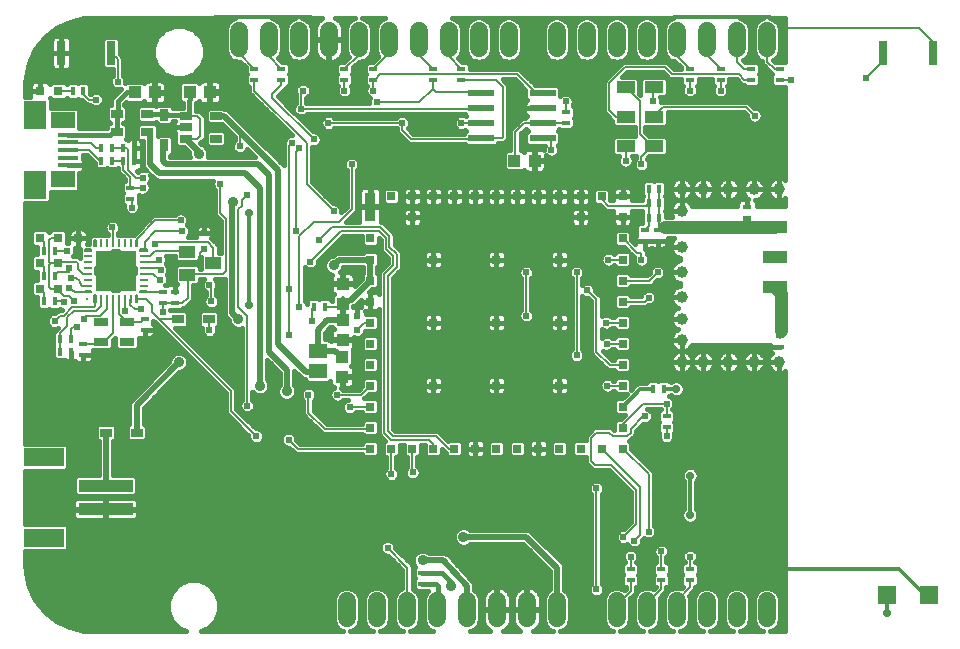
<source format=gtl>
G75*
%MOIN*%
%OFA0B0*%
%FSLAX25Y25*%
%IPPOS*%
%LPD*%
%AMOC8*
5,1,8,0,0,1.08239X$1,22.5*
%
%ADD10R,0.07874X0.04331*%
%ADD11R,0.04331X0.03937*%
%ADD12R,0.01800X0.03000*%
%ADD13R,0.03000X0.01800*%
%ADD14R,0.03819X0.09803*%
%ADD15R,0.02795X0.02795*%
%ADD16R,0.03937X0.04331*%
%ADD17R,0.03898X0.02717*%
%ADD18R,0.03150X0.03150*%
%ADD19R,0.03150X0.07874*%
%ADD20C,0.05937*%
%ADD21C,0.00551*%
%ADD22R,0.01102X0.02756*%
%ADD23R,0.02756X0.01102*%
%ADD24R,0.13780X0.13780*%
%ADD25R,0.00984X0.00984*%
%ADD26R,0.05000X0.02500*%
%ADD27R,0.06693X0.01772*%
%ADD28R,0.08268X0.05807*%
%ADD29R,0.07480X0.09350*%
%ADD30R,0.03937X0.03150*%
%ADD31R,0.03150X0.03937*%
%ADD32R,0.05512X0.03937*%
%ADD33R,0.05906X0.05906*%
%ADD34R,0.08661X0.02362*%
%ADD35R,0.18110X0.03937*%
%ADD36R,0.13386X0.06299*%
%ADD37R,0.06299X0.03937*%
%ADD38R,0.05906X0.05118*%
%ADD39C,0.02400*%
%ADD40C,0.01600*%
%ADD41C,0.03200*%
%ADD42C,0.03600*%
%ADD43C,0.00600*%
%ADD44C,0.01200*%
%ADD45C,0.01000*%
%ADD46C,0.00800*%
%ADD47C,0.03962*%
%ADD48C,0.02000*%
%ADD49C,0.02800*%
%ADD50C,0.04331*%
D10*
X0279848Y0133561D03*
X0279848Y0143600D03*
X0279848Y0153639D03*
D11*
X0135648Y0134822D03*
X0135648Y0128129D03*
X0135598Y0122846D03*
X0135598Y0116154D03*
X0135548Y0110546D03*
X0135548Y0103854D03*
D12*
X0129648Y0127200D03*
X0126048Y0127200D03*
X0066048Y0175800D03*
X0062448Y0175800D03*
X0058848Y0175800D03*
X0055248Y0175800D03*
X0055248Y0180000D03*
X0058848Y0180000D03*
X0062448Y0180000D03*
X0066048Y0180000D03*
X0049248Y0199000D03*
X0045648Y0199000D03*
X0039648Y0145800D03*
X0036048Y0145800D03*
X0036048Y0137400D03*
X0039648Y0137400D03*
X0039648Y0129000D03*
X0036048Y0129000D03*
X0041448Y0116400D03*
X0045048Y0116400D03*
X0045048Y0112200D03*
X0041448Y0112200D03*
X0237648Y0156800D03*
X0241248Y0156800D03*
X0241248Y0161600D03*
X0237648Y0161600D03*
X0237648Y0166400D03*
X0241248Y0166400D03*
X0242698Y0099775D03*
X0239098Y0099775D03*
D13*
X0243648Y0090600D03*
X0243648Y0087000D03*
X0281448Y0113800D03*
X0281448Y0117400D03*
X0240711Y0149200D03*
X0236448Y0149200D03*
X0236448Y0152800D03*
X0240711Y0152800D03*
X0270448Y0156800D03*
X0270448Y0160400D03*
X0210048Y0188400D03*
X0210048Y0192000D03*
X0175248Y0202800D03*
X0175248Y0206400D03*
X0165648Y0206400D03*
X0165648Y0202800D03*
X0145848Y0202800D03*
X0145848Y0206400D03*
X0136248Y0206400D03*
X0136248Y0202800D03*
X0115248Y0202800D03*
X0115248Y0206400D03*
X0106248Y0206400D03*
X0106248Y0202800D03*
X0064848Y0166800D03*
X0064848Y0163200D03*
X0075648Y0132000D03*
X0075648Y0128400D03*
X0079848Y0128400D03*
X0079848Y0132000D03*
X0069648Y0123000D03*
X0069648Y0119400D03*
X0049248Y0114600D03*
X0049248Y0111000D03*
X0162203Y0038390D03*
X0162203Y0034790D03*
X0231648Y0036000D03*
X0231648Y0039600D03*
X0241848Y0039600D03*
X0241848Y0036000D03*
X0251448Y0036000D03*
X0251448Y0039600D03*
X0251448Y0202800D03*
X0251448Y0206400D03*
X0261648Y0206400D03*
X0261648Y0202800D03*
X0271848Y0202800D03*
X0271848Y0206400D03*
X0281448Y0206400D03*
X0281448Y0202800D03*
D14*
X0144848Y0160400D03*
D15*
X0151856Y0163904D03*
X0158864Y0163904D03*
X0165872Y0163904D03*
X0172879Y0163904D03*
X0179887Y0163904D03*
X0186895Y0163904D03*
X0193903Y0163904D03*
X0200911Y0163904D03*
X0207919Y0163904D03*
X0214927Y0163904D03*
X0221935Y0163904D03*
X0228942Y0163904D03*
X0228942Y0156896D03*
X0228942Y0149888D03*
X0228942Y0142880D03*
X0228942Y0135872D03*
X0228942Y0128865D03*
X0228942Y0121857D03*
X0228942Y0114849D03*
X0228942Y0107841D03*
X0228942Y0100833D03*
X0228942Y0093825D03*
X0228942Y0086817D03*
X0228942Y0079809D03*
X0221935Y0079809D03*
X0214927Y0079809D03*
X0207919Y0079809D03*
X0200911Y0079809D03*
X0193903Y0079809D03*
X0186895Y0079809D03*
X0179887Y0079809D03*
X0172879Y0079809D03*
X0165872Y0079809D03*
X0158864Y0079809D03*
X0151856Y0079809D03*
X0144848Y0079809D03*
X0144848Y0086817D03*
X0144848Y0093825D03*
X0144848Y0100833D03*
X0144848Y0107841D03*
X0144848Y0114849D03*
X0144848Y0121857D03*
X0144848Y0128865D03*
X0144848Y0135872D03*
X0144848Y0142880D03*
X0144848Y0149888D03*
X0158864Y0156896D03*
X0165872Y0142880D03*
X0186895Y0142880D03*
X0207919Y0142880D03*
X0214927Y0156896D03*
X0207919Y0121857D03*
X0186895Y0121857D03*
X0165872Y0121857D03*
X0165872Y0100833D03*
X0186895Y0100833D03*
X0207919Y0100833D03*
D16*
X0199594Y0175800D03*
X0192901Y0175800D03*
X0091294Y0198700D03*
X0084601Y0198700D03*
X0072994Y0198600D03*
X0066301Y0198600D03*
D17*
X0083269Y0190640D03*
X0083269Y0186900D03*
X0083269Y0183160D03*
X0093466Y0183160D03*
X0093466Y0190640D03*
D18*
X0040801Y0199000D03*
X0034895Y0199000D03*
X0034895Y0150000D03*
X0040801Y0150000D03*
X0040801Y0141600D03*
X0034895Y0141600D03*
X0034895Y0133200D03*
X0040801Y0133200D03*
D19*
X0041880Y0211800D03*
X0058416Y0211800D03*
X0315780Y0211800D03*
X0332316Y0211800D03*
D20*
X0277048Y0213231D02*
X0277048Y0219169D01*
X0267048Y0219169D02*
X0267048Y0213231D01*
X0257048Y0213231D02*
X0257048Y0219169D01*
X0247048Y0219169D02*
X0247048Y0213231D01*
X0237048Y0213231D02*
X0237048Y0219169D01*
X0227048Y0219169D02*
X0227048Y0213231D01*
X0217048Y0213231D02*
X0217048Y0219169D01*
X0207048Y0219169D02*
X0207048Y0213231D01*
X0191048Y0213231D02*
X0191048Y0219169D01*
X0181048Y0219169D02*
X0181048Y0213231D01*
X0171048Y0213231D02*
X0171048Y0219169D01*
X0161048Y0219169D02*
X0161048Y0213231D01*
X0151048Y0213231D02*
X0151048Y0219169D01*
X0141048Y0219169D02*
X0141048Y0213231D01*
X0131048Y0213231D02*
X0131048Y0219169D01*
X0121048Y0219169D02*
X0121048Y0213231D01*
X0111048Y0213231D02*
X0111048Y0219169D01*
X0101048Y0219169D02*
X0101048Y0213231D01*
X0137048Y0029169D02*
X0137048Y0023231D01*
X0147048Y0023231D02*
X0147048Y0029169D01*
X0157048Y0029169D02*
X0157048Y0023231D01*
X0167048Y0023231D02*
X0167048Y0029169D01*
X0177048Y0029169D02*
X0177048Y0023231D01*
X0187048Y0023231D02*
X0187048Y0029169D01*
X0197048Y0029169D02*
X0197048Y0023231D01*
X0207048Y0023231D02*
X0207048Y0029169D01*
X0227048Y0029169D02*
X0227048Y0023231D01*
X0237048Y0023231D02*
X0237048Y0029169D01*
X0247048Y0029169D02*
X0247048Y0023231D01*
X0257048Y0023231D02*
X0257048Y0029169D01*
X0267048Y0029169D02*
X0267048Y0023231D01*
X0277048Y0023231D02*
X0277048Y0029169D01*
D21*
X0070403Y0131934D02*
X0070403Y0132486D01*
X0070403Y0131934D02*
X0068197Y0131934D01*
X0068197Y0132486D01*
X0070403Y0132486D01*
X0070403Y0132484D02*
X0068197Y0132484D01*
X0067214Y0130951D02*
X0067214Y0128745D01*
X0066662Y0128745D01*
X0066662Y0130951D01*
X0067214Y0130951D01*
X0067214Y0129295D02*
X0066662Y0129295D01*
X0066662Y0129845D02*
X0067214Y0129845D01*
X0067214Y0130395D02*
X0066662Y0130395D01*
X0066662Y0130945D02*
X0067214Y0130945D01*
X0053434Y0130951D02*
X0053434Y0128745D01*
X0052882Y0128745D01*
X0052882Y0130951D01*
X0053434Y0130951D01*
X0053434Y0129295D02*
X0052882Y0129295D01*
X0052882Y0129845D02*
X0053434Y0129845D01*
X0053434Y0130395D02*
X0052882Y0130395D01*
X0052882Y0130945D02*
X0053434Y0130945D01*
X0051899Y0131934D02*
X0051899Y0132486D01*
X0051899Y0131934D02*
X0049693Y0131934D01*
X0049693Y0132486D01*
X0051899Y0132486D01*
X0051899Y0132484D02*
X0049693Y0132484D01*
X0051899Y0145714D02*
X0051899Y0146266D01*
X0051899Y0145714D02*
X0049693Y0145714D01*
X0049693Y0146266D01*
X0051899Y0146266D01*
X0051899Y0146264D02*
X0049693Y0146264D01*
X0053434Y0147249D02*
X0053434Y0149455D01*
X0053434Y0147249D02*
X0052882Y0147249D01*
X0052882Y0149455D01*
X0053434Y0149455D01*
X0053434Y0147799D02*
X0052882Y0147799D01*
X0052882Y0148349D02*
X0053434Y0148349D01*
X0053434Y0148899D02*
X0052882Y0148899D01*
X0052882Y0149449D02*
X0053434Y0149449D01*
X0067214Y0149455D02*
X0067214Y0147249D01*
X0066662Y0147249D01*
X0066662Y0149455D01*
X0067214Y0149455D01*
X0067214Y0147799D02*
X0066662Y0147799D01*
X0066662Y0148349D02*
X0067214Y0148349D01*
X0067214Y0148899D02*
X0066662Y0148899D01*
X0066662Y0149449D02*
X0067214Y0149449D01*
X0070403Y0146266D02*
X0070403Y0145714D01*
X0068197Y0145714D01*
X0068197Y0146266D01*
X0070403Y0146266D01*
X0070403Y0146264D02*
X0068197Y0146264D01*
D22*
X0064969Y0148352D03*
X0063001Y0148352D03*
X0061032Y0148352D03*
X0059064Y0148352D03*
X0057095Y0148352D03*
X0055127Y0148352D03*
X0055127Y0129848D03*
X0057095Y0129848D03*
X0059064Y0129848D03*
X0061032Y0129848D03*
X0063001Y0129848D03*
X0064969Y0129848D03*
D23*
X0069300Y0134179D03*
X0069300Y0136147D03*
X0069300Y0138116D03*
X0069300Y0140084D03*
X0069300Y0142053D03*
X0069300Y0144021D03*
X0050796Y0144021D03*
X0050796Y0142053D03*
X0050796Y0140084D03*
X0050796Y0138116D03*
X0050796Y0136147D03*
X0050796Y0134179D03*
D24*
X0060048Y0139100D03*
D25*
X0050540Y0129592D03*
D26*
X0055148Y0121900D03*
X0063748Y0121900D03*
X0063748Y0115300D03*
X0055148Y0115300D03*
D27*
X0044257Y0174282D03*
X0044257Y0176841D03*
X0044257Y0179400D03*
X0044257Y0181959D03*
X0044257Y0184518D03*
D28*
X0042288Y0189243D03*
X0042288Y0169557D03*
D29*
X0033233Y0167786D03*
X0033233Y0191014D03*
D30*
X0060330Y0191400D03*
X0060330Y0185400D03*
X0070566Y0185400D03*
X0070566Y0191400D03*
X0080730Y0123000D03*
X0090966Y0123000D03*
X0066966Y0085200D03*
X0056730Y0085200D03*
D31*
X0076248Y0180882D03*
X0076248Y0191118D03*
D32*
X0083917Y0145340D03*
X0092579Y0141600D03*
X0083917Y0137860D03*
D33*
X0317158Y0030975D03*
X0330938Y0030975D03*
D34*
X0202284Y0183300D03*
X0202284Y0188300D03*
X0202284Y0193300D03*
X0202284Y0198300D03*
X0181812Y0198300D03*
X0181812Y0193300D03*
X0181812Y0188300D03*
X0181812Y0183300D03*
D35*
X0056615Y0067537D03*
X0056615Y0059663D03*
D36*
X0036142Y0050214D03*
X0036142Y0076986D03*
D37*
X0229999Y0180600D03*
X0239448Y0180600D03*
X0239448Y0190443D03*
X0229999Y0190443D03*
X0229999Y0200285D03*
X0239448Y0200285D03*
D38*
X0127368Y0112506D03*
X0127368Y0105814D03*
D39*
X0124248Y0097800D03*
X0133848Y0097800D03*
X0138048Y0093600D03*
X0117648Y0082800D03*
X0106848Y0084000D03*
X0103848Y0094200D03*
X0117648Y0117600D03*
X0125448Y0122400D03*
X0121248Y0127200D03*
X0117648Y0133200D03*
X0124848Y0142200D03*
X0127848Y0149400D03*
X0120048Y0152400D03*
X0132648Y0159000D03*
X0138648Y0174600D03*
X0126048Y0183000D03*
X0121248Y0180000D03*
X0118848Y0181800D03*
X0130848Y0188400D03*
X0121848Y0193200D03*
X0122448Y0199200D03*
X0136248Y0199200D03*
X0145848Y0199200D03*
X0147040Y0195341D03*
X0155448Y0188400D03*
X0175248Y0188400D03*
X0205248Y0179400D03*
X0210048Y0195600D03*
X0239242Y0195691D03*
X0251448Y0199200D03*
X0261648Y0199200D03*
X0273048Y0190800D03*
X0285048Y0202800D03*
X0310248Y0203400D03*
X0235248Y0174600D03*
X0230014Y0175759D03*
X0235248Y0142800D03*
X0240648Y0138600D03*
X0237648Y0130200D03*
X0223448Y0121800D03*
X0223648Y0114800D03*
X0213648Y0111000D03*
X0223848Y0100800D03*
X0236448Y0090600D03*
X0243648Y0094800D03*
X0243648Y0084000D03*
X0220248Y0066600D03*
X0229248Y0050400D03*
X0232848Y0049200D03*
X0237648Y0052200D03*
X0241848Y0045600D03*
X0231648Y0043800D03*
X0220248Y0033000D03*
X0251448Y0043800D03*
X0159048Y0072000D03*
X0151848Y0071400D03*
X0150648Y0046800D03*
X0140448Y0119400D03*
X0140448Y0124200D03*
X0091848Y0129000D03*
X0091248Y0134400D03*
X0089448Y0146400D03*
X0089448Y0151800D03*
X0082248Y0152400D03*
X0081648Y0156000D03*
X0073248Y0148200D03*
X0074448Y0142800D03*
X0074982Y0139355D03*
X0074808Y0136200D03*
X0068356Y0126322D03*
X0063249Y0125843D03*
X0075648Y0125400D03*
X0091248Y0119400D03*
X0049276Y0123006D03*
X0047238Y0120259D03*
X0039648Y0122400D03*
X0042771Y0128569D03*
X0046230Y0129203D03*
X0044555Y0133523D03*
X0045071Y0136731D03*
X0044448Y0139995D03*
X0043848Y0145800D03*
X0058848Y0153600D03*
X0065448Y0160200D03*
X0069048Y0166800D03*
X0069071Y0170181D03*
X0094848Y0168000D03*
X0103848Y0164400D03*
X0101448Y0180600D03*
X0060648Y0202200D03*
X0053448Y0196200D03*
X0196848Y0138600D03*
X0213648Y0138600D03*
X0224161Y0142804D03*
X0217248Y0132600D03*
X0196848Y0124200D03*
D40*
X0036350Y0025502D02*
X0033251Y0029389D01*
X0031094Y0033868D01*
X0029988Y0038714D01*
X0029848Y0041200D01*
X0029848Y0045665D01*
X0043415Y0045665D01*
X0044235Y0046485D01*
X0044235Y0053944D01*
X0043415Y0054764D01*
X0029848Y0054764D01*
X0029848Y0072436D01*
X0043415Y0072436D01*
X0044235Y0073256D01*
X0044235Y0080715D01*
X0043415Y0081535D01*
X0029848Y0081535D01*
X0029848Y0161711D01*
X0037553Y0161711D01*
X0038373Y0162531D01*
X0038373Y0165254D01*
X0047002Y0165254D01*
X0047822Y0166074D01*
X0047822Y0171596D01*
X0047840Y0171596D01*
X0048298Y0171719D01*
X0048709Y0171956D01*
X0049044Y0172291D01*
X0049281Y0172701D01*
X0049403Y0173159D01*
X0049403Y0174282D01*
X0049403Y0175405D01*
X0049281Y0175862D01*
X0049044Y0176273D01*
X0049003Y0176313D01*
X0049003Y0177700D01*
X0050344Y0177700D01*
X0052948Y0175096D01*
X0052948Y0173720D01*
X0053768Y0172900D01*
X0056728Y0172900D01*
X0057048Y0173220D01*
X0057368Y0172900D01*
X0060328Y0172900D01*
X0060648Y0173220D01*
X0060748Y0173120D01*
X0060748Y0172096D01*
X0061744Y0171100D01*
X0063148Y0169696D01*
X0063148Y0169100D01*
X0062768Y0169100D01*
X0061948Y0168280D01*
X0061948Y0165320D01*
X0062268Y0165000D01*
X0061948Y0164680D01*
X0061948Y0161720D01*
X0062768Y0160900D01*
X0062924Y0160900D01*
X0062848Y0160717D01*
X0062848Y0159683D01*
X0063244Y0158727D01*
X0063975Y0157996D01*
X0064931Y0157600D01*
X0065965Y0157600D01*
X0066921Y0157996D01*
X0067652Y0158727D01*
X0068048Y0159683D01*
X0068048Y0160717D01*
X0067666Y0161638D01*
X0067748Y0161720D01*
X0067748Y0164524D01*
X0068531Y0164200D01*
X0069565Y0164200D01*
X0070521Y0164596D01*
X0071252Y0165327D01*
X0071648Y0166283D01*
X0071648Y0167317D01*
X0071252Y0168273D01*
X0071046Y0168479D01*
X0071275Y0168708D01*
X0071671Y0169664D01*
X0071671Y0170698D01*
X0071470Y0171184D01*
X0072413Y0170241D01*
X0073088Y0169565D01*
X0073971Y0169200D01*
X0092531Y0169200D01*
X0092248Y0168517D01*
X0092248Y0167483D01*
X0092644Y0166527D01*
X0093148Y0166023D01*
X0093148Y0157696D01*
X0094144Y0156700D01*
X0095028Y0155816D01*
X0095028Y0144968D01*
X0094279Y0144968D01*
X0094279Y0147573D01*
X0091853Y0149999D01*
X0092106Y0150379D01*
X0092333Y0150925D01*
X0092448Y0151505D01*
X0092448Y0151800D01*
X0092448Y0152095D01*
X0092333Y0152675D01*
X0092106Y0153221D01*
X0091778Y0153712D01*
X0091360Y0154130D01*
X0090869Y0154459D01*
X0090323Y0154685D01*
X0089743Y0154800D01*
X0089448Y0154800D01*
X0089448Y0151800D01*
X0092448Y0151800D01*
X0089448Y0151800D01*
X0089448Y0151800D01*
X0089448Y0151800D01*
X0089448Y0154800D01*
X0089152Y0154800D01*
X0088573Y0154685D01*
X0088027Y0154459D01*
X0087536Y0154130D01*
X0087118Y0153712D01*
X0086789Y0153221D01*
X0086563Y0152675D01*
X0086448Y0152095D01*
X0086448Y0151800D01*
X0089448Y0151800D01*
X0089448Y0151800D01*
X0086448Y0151800D01*
X0086448Y0151505D01*
X0086563Y0150925D01*
X0086739Y0150500D01*
X0084025Y0150500D01*
X0084452Y0150927D01*
X0084848Y0151883D01*
X0084848Y0152917D01*
X0084452Y0153873D01*
X0083825Y0154500D01*
X0083852Y0154527D01*
X0084248Y0155483D01*
X0084248Y0156517D01*
X0083852Y0157473D01*
X0083121Y0158204D01*
X0082165Y0158600D01*
X0081131Y0158600D01*
X0080175Y0158204D01*
X0079671Y0157700D01*
X0072544Y0157700D01*
X0071548Y0156704D01*
X0065974Y0151130D01*
X0060764Y0151130D01*
X0060764Y0151839D01*
X0061052Y0152127D01*
X0061448Y0153083D01*
X0061448Y0154117D01*
X0061052Y0155073D01*
X0060321Y0155804D01*
X0059365Y0156200D01*
X0058331Y0156200D01*
X0057375Y0155804D01*
X0056644Y0155073D01*
X0056248Y0154117D01*
X0056248Y0153083D01*
X0056644Y0152127D01*
X0057364Y0151407D01*
X0057364Y0151130D01*
X0052189Y0151130D01*
X0051207Y0150148D01*
X0051207Y0147941D01*
X0050402Y0147941D01*
X0050638Y0148295D01*
X0050910Y0148950D01*
X0051048Y0149645D01*
X0051048Y0150000D01*
X0051048Y0150355D01*
X0050910Y0151050D01*
X0050638Y0151705D01*
X0050244Y0152295D01*
X0049743Y0152796D01*
X0049153Y0153190D01*
X0048498Y0153462D01*
X0047803Y0153600D01*
X0047448Y0153600D01*
X0047448Y0150000D01*
X0051048Y0150000D01*
X0047448Y0150000D01*
X0047448Y0150000D01*
X0047448Y0150000D01*
X0047448Y0146400D01*
X0047803Y0146400D01*
X0048018Y0146443D01*
X0048018Y0143434D01*
X0047552Y0143900D01*
X0045625Y0143900D01*
X0046052Y0144327D01*
X0046448Y0145283D01*
X0046448Y0146317D01*
X0046348Y0146559D01*
X0046398Y0146538D01*
X0047093Y0146400D01*
X0047448Y0146400D01*
X0047448Y0150000D01*
X0047448Y0150000D01*
X0047448Y0153600D01*
X0047093Y0153600D01*
X0046398Y0153462D01*
X0045743Y0153190D01*
X0045153Y0152796D01*
X0044652Y0152295D01*
X0044258Y0151705D01*
X0043986Y0151050D01*
X0043848Y0150355D01*
X0043848Y0150000D01*
X0047448Y0150000D01*
X0047448Y0150000D01*
X0043848Y0150000D01*
X0043848Y0149645D01*
X0043986Y0148950D01*
X0044214Y0148400D01*
X0043775Y0148400D01*
X0043775Y0152155D01*
X0042955Y0152975D01*
X0038646Y0152975D01*
X0037848Y0152177D01*
X0037050Y0152975D01*
X0032740Y0152975D01*
X0031920Y0152155D01*
X0031920Y0147845D01*
X0032740Y0147025D01*
X0033748Y0147025D01*
X0033748Y0144575D01*
X0032740Y0144575D01*
X0031920Y0143755D01*
X0031920Y0139445D01*
X0032740Y0138625D01*
X0033748Y0138625D01*
X0033748Y0136175D01*
X0032740Y0136175D01*
X0031920Y0135355D01*
X0031920Y0131045D01*
X0032740Y0130225D01*
X0033748Y0130225D01*
X0033748Y0126920D01*
X0034568Y0126100D01*
X0037528Y0126100D01*
X0037848Y0126420D01*
X0038168Y0126100D01*
X0041128Y0126100D01*
X0041365Y0126337D01*
X0042083Y0126040D01*
X0041944Y0125901D01*
X0040745Y0125901D01*
X0039844Y0125000D01*
X0039131Y0125000D01*
X0038175Y0124604D01*
X0037444Y0123873D01*
X0037048Y0122917D01*
X0037048Y0121883D01*
X0037444Y0120927D01*
X0038175Y0120196D01*
X0039131Y0119800D01*
X0040165Y0119800D01*
X0040657Y0120004D01*
X0039748Y0119095D01*
X0039748Y0119080D01*
X0039148Y0118480D01*
X0039148Y0114320D01*
X0039168Y0114300D01*
X0039148Y0114280D01*
X0039148Y0110120D01*
X0039968Y0109300D01*
X0042928Y0109300D01*
X0042965Y0109337D01*
X0043043Y0109260D01*
X0043453Y0109023D01*
X0043911Y0108900D01*
X0045048Y0108900D01*
X0046185Y0108900D01*
X0046356Y0108946D01*
X0046643Y0108660D01*
X0047053Y0108423D01*
X0047511Y0108300D01*
X0049248Y0108300D01*
X0050985Y0108300D01*
X0051443Y0108423D01*
X0051853Y0108660D01*
X0052188Y0108995D01*
X0052425Y0109405D01*
X0052548Y0109863D01*
X0052548Y0111000D01*
X0052548Y0112137D01*
X0052425Y0112595D01*
X0052393Y0112650D01*
X0058228Y0112650D01*
X0059048Y0113470D01*
X0059048Y0115996D01*
X0059848Y0116796D01*
X0059848Y0113470D01*
X0060668Y0112650D01*
X0066828Y0112650D01*
X0067648Y0113470D01*
X0067648Y0116770D01*
X0067911Y0116700D01*
X0069648Y0116700D01*
X0071385Y0116700D01*
X0071843Y0116823D01*
X0072253Y0117060D01*
X0072588Y0117395D01*
X0072825Y0117805D01*
X0072948Y0118263D01*
X0072948Y0119400D01*
X0072948Y0120537D01*
X0072825Y0120995D01*
X0072588Y0121405D01*
X0072511Y0121483D01*
X0072548Y0121520D01*
X0072548Y0122496D01*
X0073048Y0121996D01*
X0074044Y0121000D01*
X0096748Y0098296D01*
X0096748Y0091696D01*
X0104248Y0084196D01*
X0104248Y0083483D01*
X0104644Y0082527D01*
X0105375Y0081796D01*
X0106331Y0081400D01*
X0107365Y0081400D01*
X0108321Y0081796D01*
X0109052Y0082527D01*
X0109448Y0083483D01*
X0109448Y0084517D01*
X0109052Y0085473D01*
X0108321Y0086204D01*
X0107365Y0086600D01*
X0106652Y0086600D01*
X0100148Y0093104D01*
X0100148Y0099704D01*
X0099152Y0100700D01*
X0079827Y0120025D01*
X0083278Y0120025D01*
X0084098Y0120845D01*
X0084098Y0125155D01*
X0083278Y0125975D01*
X0078224Y0125975D01*
X0078172Y0126100D01*
X0081928Y0126100D01*
X0082528Y0126700D01*
X0082952Y0126700D01*
X0083948Y0127696D01*
X0085748Y0129496D01*
X0085748Y0134491D01*
X0087253Y0134491D01*
X0088073Y0135311D01*
X0088073Y0136300D01*
X0089471Y0136300D01*
X0089044Y0135873D01*
X0088648Y0134917D01*
X0088648Y0133883D01*
X0089044Y0132927D01*
X0089775Y0132196D01*
X0090148Y0132041D01*
X0090148Y0130977D01*
X0089644Y0130473D01*
X0089248Y0129517D01*
X0089248Y0128483D01*
X0089644Y0127527D01*
X0090375Y0126796D01*
X0091331Y0126400D01*
X0092365Y0126400D01*
X0093321Y0126796D01*
X0094052Y0127527D01*
X0094448Y0128483D01*
X0094448Y0129517D01*
X0094052Y0130473D01*
X0093548Y0130977D01*
X0093548Y0133159D01*
X0093848Y0133883D01*
X0093848Y0134917D01*
X0093452Y0135873D01*
X0093025Y0136300D01*
X0096258Y0136300D01*
X0096258Y0124692D01*
X0096623Y0123809D01*
X0097298Y0123134D01*
X0097648Y0122785D01*
X0097648Y0122363D01*
X0098135Y0121187D01*
X0099035Y0120287D01*
X0100211Y0119800D01*
X0101484Y0119800D01*
X0102148Y0120075D01*
X0102148Y0096177D01*
X0101644Y0095673D01*
X0101248Y0094717D01*
X0101248Y0093683D01*
X0101644Y0092727D01*
X0102375Y0091996D01*
X0103331Y0091600D01*
X0104365Y0091600D01*
X0105321Y0091996D01*
X0106052Y0092727D01*
X0106448Y0093683D01*
X0106448Y0094717D01*
X0106052Y0095673D01*
X0105548Y0096177D01*
X0105548Y0098775D01*
X0106235Y0098087D01*
X0107411Y0097600D01*
X0108684Y0097600D01*
X0109861Y0098087D01*
X0110761Y0098987D01*
X0111248Y0100163D01*
X0111248Y0101437D01*
X0110761Y0102613D01*
X0110448Y0102925D01*
X0110448Y0109406D01*
X0114648Y0105206D01*
X0114648Y0101125D01*
X0114335Y0100813D01*
X0113848Y0099637D01*
X0113848Y0098363D01*
X0114335Y0097187D01*
X0115235Y0096287D01*
X0116411Y0095800D01*
X0117684Y0095800D01*
X0118861Y0096287D01*
X0119761Y0097187D01*
X0120248Y0098363D01*
X0120248Y0099637D01*
X0119761Y0100813D01*
X0119448Y0101125D01*
X0119448Y0105806D01*
X0121331Y0103922D01*
X0122007Y0103247D01*
X0122889Y0102882D01*
X0123015Y0102882D01*
X0123015Y0102675D01*
X0123835Y0101855D01*
X0130901Y0101855D01*
X0131583Y0102537D01*
X0131583Y0101648D01*
X0131705Y0101190D01*
X0131942Y0100780D01*
X0132277Y0100445D01*
X0132688Y0100208D01*
X0132796Y0100179D01*
X0132375Y0100004D01*
X0131644Y0099273D01*
X0131248Y0098317D01*
X0131248Y0097283D01*
X0131644Y0096327D01*
X0132375Y0095596D01*
X0133331Y0095200D01*
X0134365Y0095200D01*
X0135321Y0095596D01*
X0135825Y0096100D01*
X0137289Y0096100D01*
X0136575Y0095804D01*
X0135844Y0095073D01*
X0135448Y0094117D01*
X0135448Y0093083D01*
X0135844Y0092127D01*
X0136575Y0091396D01*
X0137531Y0091000D01*
X0138565Y0091000D01*
X0139521Y0091396D01*
X0140250Y0092125D01*
X0142050Y0092125D01*
X0142050Y0091848D01*
X0142870Y0091028D01*
X0146825Y0091028D01*
X0147646Y0091848D01*
X0147646Y0095803D01*
X0146825Y0096623D01*
X0142875Y0096623D01*
X0143348Y0097096D01*
X0144288Y0098035D01*
X0146825Y0098035D01*
X0147646Y0098856D01*
X0147646Y0102811D01*
X0146825Y0103631D01*
X0142870Y0103631D01*
X0142050Y0102811D01*
X0142050Y0100607D01*
X0140944Y0099500D01*
X0135825Y0099500D01*
X0135321Y0100004D01*
X0135125Y0100085D01*
X0135364Y0100085D01*
X0135364Y0103669D01*
X0135732Y0103669D01*
X0135732Y0100085D01*
X0137950Y0100085D01*
X0138408Y0100208D01*
X0138819Y0100445D01*
X0139154Y0100780D01*
X0139391Y0101190D01*
X0139513Y0101648D01*
X0139513Y0103669D01*
X0135732Y0103669D01*
X0135732Y0104038D01*
X0139513Y0104038D01*
X0139513Y0106059D01*
X0139391Y0106517D01*
X0139154Y0106927D01*
X0138819Y0107262D01*
X0138539Y0107424D01*
X0139113Y0107998D01*
X0139113Y0112989D01*
X0139204Y0113080D01*
X0139441Y0113490D01*
X0139563Y0113948D01*
X0139563Y0115969D01*
X0135782Y0115969D01*
X0135782Y0116338D01*
X0139563Y0116338D01*
X0139563Y0116952D01*
X0139931Y0116800D01*
X0140965Y0116800D01*
X0141921Y0117196D01*
X0142652Y0117927D01*
X0143048Y0118883D01*
X0143048Y0119059D01*
X0146825Y0119059D01*
X0147646Y0119879D01*
X0147646Y0123834D01*
X0146825Y0124654D01*
X0143416Y0124654D01*
X0143333Y0125075D01*
X0143106Y0125621D01*
X0143046Y0125712D01*
X0143213Y0125667D01*
X0144848Y0125667D01*
X0146483Y0125667D01*
X0146940Y0125790D01*
X0147351Y0126027D01*
X0147686Y0126362D01*
X0147748Y0126469D01*
X0147748Y0084496D01*
X0148744Y0083500D01*
X0149757Y0082486D01*
X0149058Y0081787D01*
X0149058Y0077832D01*
X0149878Y0077012D01*
X0150148Y0077012D01*
X0150148Y0073377D01*
X0149644Y0072873D01*
X0149248Y0071917D01*
X0149248Y0070883D01*
X0149644Y0069927D01*
X0150375Y0069196D01*
X0151331Y0068800D01*
X0152365Y0068800D01*
X0153321Y0069196D01*
X0154052Y0069927D01*
X0154448Y0070883D01*
X0154448Y0071917D01*
X0154052Y0072873D01*
X0153548Y0073377D01*
X0153548Y0077012D01*
X0153833Y0077012D01*
X0154653Y0077832D01*
X0154653Y0081100D01*
X0156066Y0081100D01*
X0156066Y0077832D01*
X0156886Y0077012D01*
X0157164Y0077012D01*
X0157164Y0073793D01*
X0156844Y0073473D01*
X0156448Y0072517D01*
X0156448Y0071483D01*
X0156844Y0070527D01*
X0157575Y0069796D01*
X0158531Y0069400D01*
X0159565Y0069400D01*
X0160521Y0069796D01*
X0161252Y0070527D01*
X0161648Y0071483D01*
X0161648Y0072517D01*
X0161252Y0073473D01*
X0160564Y0074161D01*
X0160564Y0077012D01*
X0160841Y0077012D01*
X0161661Y0077832D01*
X0161661Y0081100D01*
X0163074Y0081100D01*
X0163074Y0077832D01*
X0163894Y0077012D01*
X0167849Y0077012D01*
X0168669Y0077832D01*
X0168669Y0079775D01*
X0170082Y0078362D01*
X0170082Y0077832D01*
X0170902Y0077012D01*
X0174857Y0077012D01*
X0175677Y0077832D01*
X0175677Y0081787D01*
X0174857Y0082607D01*
X0170902Y0082607D01*
X0170773Y0082479D01*
X0168548Y0084704D01*
X0167552Y0085700D01*
X0153152Y0085700D01*
X0152348Y0086504D01*
X0152348Y0136696D01*
X0155348Y0139696D01*
X0155348Y0145304D01*
X0154352Y0146300D01*
X0152948Y0147704D01*
X0152948Y0151304D01*
X0149948Y0154304D01*
X0148952Y0155300D01*
X0148557Y0155300D01*
X0148557Y0160245D01*
X0145003Y0160245D01*
X0145003Y0160555D01*
X0148557Y0160555D01*
X0148557Y0165539D01*
X0148435Y0165996D01*
X0148198Y0166407D01*
X0147863Y0166742D01*
X0147452Y0166979D01*
X0146994Y0167102D01*
X0145003Y0167102D01*
X0145003Y0160555D01*
X0144693Y0160555D01*
X0144693Y0167102D01*
X0142702Y0167102D01*
X0142244Y0166979D01*
X0141833Y0166742D01*
X0141498Y0166407D01*
X0141261Y0165996D01*
X0141138Y0165539D01*
X0141138Y0160555D01*
X0144693Y0160555D01*
X0144693Y0160245D01*
X0141138Y0160245D01*
X0141138Y0155300D01*
X0136752Y0155300D01*
X0139352Y0157900D01*
X0140348Y0158896D01*
X0140348Y0172623D01*
X0140852Y0173127D01*
X0141248Y0174083D01*
X0141248Y0175117D01*
X0140852Y0176073D01*
X0140121Y0176804D01*
X0139165Y0177200D01*
X0138131Y0177200D01*
X0137175Y0176804D01*
X0136444Y0176073D01*
X0136048Y0175117D01*
X0136048Y0174083D01*
X0136444Y0173127D01*
X0136948Y0172623D01*
X0136948Y0160304D01*
X0135248Y0158604D01*
X0135248Y0159517D01*
X0134852Y0160473D01*
X0134121Y0161204D01*
X0133165Y0161600D01*
X0132452Y0161600D01*
X0125348Y0168704D01*
X0125348Y0180476D01*
X0125531Y0180400D01*
X0126565Y0180400D01*
X0127521Y0180796D01*
X0128252Y0181527D01*
X0128648Y0182483D01*
X0128648Y0183517D01*
X0128252Y0184473D01*
X0127521Y0185204D01*
X0126565Y0185600D01*
X0125852Y0185600D01*
X0120514Y0190938D01*
X0121331Y0190600D01*
X0122365Y0190600D01*
X0123321Y0190996D01*
X0123825Y0191500D01*
X0176120Y0191500D01*
X0176820Y0190800D01*
X0176652Y0190632D01*
X0175765Y0191000D01*
X0174731Y0191000D01*
X0173775Y0190604D01*
X0173044Y0189873D01*
X0172648Y0188917D01*
X0172648Y0187883D01*
X0173044Y0186927D01*
X0173775Y0186196D01*
X0174731Y0185800D01*
X0175765Y0185800D01*
X0176511Y0186109D01*
X0176820Y0185800D01*
X0176081Y0185061D01*
X0176081Y0184700D01*
X0159152Y0184700D01*
X0157288Y0186564D01*
X0157652Y0186927D01*
X0158048Y0187883D01*
X0158048Y0188917D01*
X0157652Y0189873D01*
X0156921Y0190604D01*
X0155965Y0191000D01*
X0154931Y0191000D01*
X0153975Y0190604D01*
X0153471Y0190100D01*
X0132825Y0190100D01*
X0132321Y0190604D01*
X0131365Y0191000D01*
X0130331Y0191000D01*
X0129375Y0190604D01*
X0128644Y0189873D01*
X0128248Y0188917D01*
X0128248Y0187883D01*
X0128644Y0186927D01*
X0129375Y0186196D01*
X0130331Y0185800D01*
X0131365Y0185800D01*
X0132321Y0186196D01*
X0132825Y0186700D01*
X0153471Y0186700D01*
X0153748Y0186423D01*
X0153748Y0185296D01*
X0154744Y0184300D01*
X0156748Y0182296D01*
X0157744Y0181300D01*
X0176320Y0181300D01*
X0176901Y0180719D01*
X0186722Y0180719D01*
X0187542Y0181539D01*
X0187542Y0181600D01*
X0189452Y0181600D01*
X0190448Y0182596D01*
X0190748Y0182896D01*
X0190748Y0201104D01*
X0189752Y0202100D01*
X0188952Y0202900D01*
X0193144Y0202900D01*
X0196553Y0199490D01*
X0196553Y0196539D01*
X0197053Y0196040D01*
X0196848Y0195921D01*
X0196513Y0195586D01*
X0196276Y0195176D01*
X0196153Y0194718D01*
X0196153Y0193300D01*
X0202284Y0193300D01*
X0202284Y0193300D01*
X0196153Y0193300D01*
X0196153Y0191882D01*
X0196276Y0191424D01*
X0196513Y0191014D01*
X0196848Y0190679D01*
X0197053Y0190560D01*
X0196553Y0190061D01*
X0196553Y0190000D01*
X0195444Y0190000D01*
X0191548Y0186104D01*
X0191548Y0179365D01*
X0190353Y0179365D01*
X0189533Y0178545D01*
X0189533Y0173055D01*
X0190353Y0172235D01*
X0195450Y0172235D01*
X0196024Y0172809D01*
X0196186Y0172529D01*
X0196521Y0172194D01*
X0196931Y0171957D01*
X0197389Y0171835D01*
X0199410Y0171835D01*
X0199410Y0175616D01*
X0199779Y0175616D01*
X0199779Y0175984D01*
X0203363Y0175984D01*
X0203363Y0177608D01*
X0203775Y0177196D01*
X0204731Y0176800D01*
X0205765Y0176800D01*
X0206721Y0177196D01*
X0207452Y0177927D01*
X0207848Y0178883D01*
X0207848Y0179917D01*
X0207452Y0180873D01*
X0207400Y0180925D01*
X0208015Y0181539D01*
X0208015Y0185061D01*
X0207276Y0185800D01*
X0207772Y0186296D01*
X0207968Y0186100D01*
X0212128Y0186100D01*
X0212948Y0186920D01*
X0212948Y0189880D01*
X0212628Y0190200D01*
X0212948Y0190520D01*
X0212948Y0193480D01*
X0212266Y0194162D01*
X0212648Y0195083D01*
X0212648Y0196117D01*
X0212252Y0197073D01*
X0211521Y0197804D01*
X0210565Y0198200D01*
X0209531Y0198200D01*
X0208575Y0197804D01*
X0208015Y0197244D01*
X0208015Y0200061D01*
X0207195Y0200881D01*
X0199971Y0200881D01*
X0195548Y0205304D01*
X0194552Y0206300D01*
X0178148Y0206300D01*
X0178148Y0207880D01*
X0177328Y0208700D01*
X0175352Y0208700D01*
X0174023Y0210029D01*
X0174751Y0210757D01*
X0175416Y0212363D01*
X0175416Y0220037D01*
X0174751Y0221643D01*
X0173523Y0222872D01*
X0172248Y0223400D01*
X0179848Y0223400D01*
X0178573Y0222872D01*
X0177345Y0221643D01*
X0176679Y0220037D01*
X0176679Y0212363D01*
X0177345Y0210757D01*
X0178573Y0209528D01*
X0180179Y0208863D01*
X0181917Y0208863D01*
X0183523Y0209528D01*
X0184751Y0210757D01*
X0185416Y0212363D01*
X0185416Y0220037D01*
X0184751Y0221643D01*
X0183523Y0222872D01*
X0182248Y0223400D01*
X0189848Y0223400D01*
X0188573Y0222872D01*
X0187345Y0221643D01*
X0186679Y0220037D01*
X0186679Y0212363D01*
X0187345Y0210757D01*
X0188573Y0209528D01*
X0190179Y0208863D01*
X0191917Y0208863D01*
X0193523Y0209528D01*
X0194751Y0210757D01*
X0195416Y0212363D01*
X0195416Y0220037D01*
X0194751Y0221643D01*
X0193523Y0222872D01*
X0192248Y0223400D01*
X0205848Y0223400D01*
X0204573Y0222872D01*
X0203345Y0221643D01*
X0202679Y0220037D01*
X0202679Y0212363D01*
X0203345Y0210757D01*
X0204573Y0209528D01*
X0206179Y0208863D01*
X0207917Y0208863D01*
X0209523Y0209528D01*
X0210751Y0210757D01*
X0211416Y0212363D01*
X0211416Y0220037D01*
X0210751Y0221643D01*
X0209523Y0222872D01*
X0208248Y0223400D01*
X0215848Y0223400D01*
X0214573Y0222872D01*
X0213345Y0221643D01*
X0212679Y0220037D01*
X0212679Y0212363D01*
X0213345Y0210757D01*
X0214573Y0209528D01*
X0216179Y0208863D01*
X0217917Y0208863D01*
X0219523Y0209528D01*
X0220751Y0210757D01*
X0221416Y0212363D01*
X0221416Y0220037D01*
X0220751Y0221643D01*
X0219523Y0222872D01*
X0218248Y0223400D01*
X0225848Y0223400D01*
X0224573Y0222872D01*
X0223345Y0221643D01*
X0222679Y0220037D01*
X0222679Y0212363D01*
X0223345Y0210757D01*
X0224573Y0209528D01*
X0226179Y0208863D01*
X0227917Y0208863D01*
X0229523Y0209528D01*
X0230751Y0210757D01*
X0231416Y0212363D01*
X0231416Y0220037D01*
X0230751Y0221643D01*
X0229523Y0222872D01*
X0228248Y0223400D01*
X0235848Y0223400D01*
X0234573Y0222872D01*
X0233345Y0221643D01*
X0232679Y0220037D01*
X0232679Y0212363D01*
X0233345Y0210757D01*
X0234573Y0209528D01*
X0236179Y0208863D01*
X0237917Y0208863D01*
X0239523Y0209528D01*
X0240751Y0210757D01*
X0241416Y0212363D01*
X0241416Y0220037D01*
X0240751Y0221643D01*
X0239523Y0222872D01*
X0238248Y0223400D01*
X0245848Y0223400D01*
X0244573Y0222872D01*
X0243345Y0221643D01*
X0242679Y0220037D01*
X0242679Y0212363D01*
X0243345Y0210757D01*
X0244573Y0209528D01*
X0246179Y0208863D01*
X0246581Y0208863D01*
X0248548Y0206896D01*
X0248548Y0206300D01*
X0246019Y0206300D01*
X0244748Y0207636D01*
X0244748Y0207704D01*
X0243752Y0208700D01*
X0229144Y0208700D01*
X0228148Y0207704D01*
X0222748Y0202304D01*
X0222748Y0191896D01*
X0223744Y0190900D01*
X0225450Y0189194D01*
X0225450Y0187894D01*
X0226270Y0187074D01*
X0232948Y0187074D01*
X0232948Y0184096D01*
X0233075Y0183968D01*
X0226270Y0183968D01*
X0225450Y0183148D01*
X0225450Y0178052D01*
X0226270Y0177231D01*
X0227810Y0177231D01*
X0227414Y0176276D01*
X0227414Y0175242D01*
X0227810Y0174286D01*
X0228541Y0173555D01*
X0229497Y0173159D01*
X0230531Y0173159D01*
X0231487Y0173555D01*
X0232218Y0174286D01*
X0232614Y0175242D01*
X0232614Y0176276D01*
X0232218Y0177231D01*
X0233548Y0177231D01*
X0233548Y0176577D01*
X0233044Y0176073D01*
X0232648Y0175117D01*
X0232648Y0174083D01*
X0233044Y0173127D01*
X0233775Y0172396D01*
X0234731Y0172000D01*
X0235765Y0172000D01*
X0236721Y0172396D01*
X0237452Y0173127D01*
X0237848Y0174083D01*
X0237848Y0175117D01*
X0237452Y0176073D01*
X0237088Y0176436D01*
X0237884Y0177231D01*
X0243177Y0177231D01*
X0243998Y0178052D01*
X0243998Y0183148D01*
X0243177Y0183968D01*
X0237884Y0183968D01*
X0236348Y0185504D01*
X0236348Y0187074D01*
X0243177Y0187074D01*
X0243998Y0187894D01*
X0243998Y0192100D01*
X0269344Y0192100D01*
X0270448Y0190996D01*
X0270448Y0190283D01*
X0270844Y0189327D01*
X0271575Y0188596D01*
X0272531Y0188200D01*
X0273565Y0188200D01*
X0274521Y0188596D01*
X0275252Y0189327D01*
X0275648Y0190283D01*
X0275648Y0191317D01*
X0275252Y0192273D01*
X0274521Y0193004D01*
X0273565Y0193400D01*
X0272852Y0193400D01*
X0270752Y0195500D01*
X0241842Y0195500D01*
X0241842Y0196208D01*
X0241548Y0196917D01*
X0243177Y0196917D01*
X0243998Y0197737D01*
X0243998Y0202833D01*
X0243177Y0203654D01*
X0235718Y0203654D01*
X0234898Y0202833D01*
X0234898Y0197790D01*
X0234549Y0198140D01*
X0234549Y0202833D01*
X0233729Y0203654D01*
X0228906Y0203654D01*
X0230552Y0205300D01*
X0242277Y0205300D01*
X0243598Y0203912D01*
X0243598Y0203887D01*
X0244081Y0203404D01*
X0244552Y0202910D01*
X0244576Y0202909D01*
X0244594Y0202892D01*
X0245277Y0202892D01*
X0245960Y0202875D01*
X0245978Y0202892D01*
X0246100Y0202892D01*
X0246108Y0202900D01*
X0248548Y0202900D01*
X0248548Y0201320D01*
X0249230Y0200638D01*
X0248848Y0199717D01*
X0248848Y0198683D01*
X0249244Y0197727D01*
X0249975Y0196996D01*
X0250931Y0196600D01*
X0251965Y0196600D01*
X0252921Y0196996D01*
X0253652Y0197727D01*
X0254048Y0198683D01*
X0254048Y0199717D01*
X0253666Y0200638D01*
X0254348Y0201320D01*
X0254348Y0202900D01*
X0258748Y0202900D01*
X0258748Y0201320D01*
X0259430Y0200638D01*
X0259048Y0199717D01*
X0259048Y0198683D01*
X0259444Y0197727D01*
X0260175Y0196996D01*
X0261131Y0196600D01*
X0262165Y0196600D01*
X0263121Y0196996D01*
X0263852Y0197727D01*
X0264248Y0198683D01*
X0264248Y0199717D01*
X0263866Y0200638D01*
X0264548Y0201320D01*
X0264548Y0202900D01*
X0266944Y0202900D01*
X0267748Y0202096D01*
X0268744Y0201100D01*
X0269168Y0201100D01*
X0269768Y0200500D01*
X0273928Y0200500D01*
X0274748Y0201320D01*
X0274748Y0204280D01*
X0274428Y0204600D01*
X0274748Y0204920D01*
X0274748Y0207880D01*
X0273928Y0208700D01*
X0269768Y0208700D01*
X0269660Y0208592D01*
X0268958Y0209294D01*
X0269523Y0209528D01*
X0270751Y0210757D01*
X0271416Y0212363D01*
X0271416Y0220037D01*
X0270751Y0221643D01*
X0269523Y0222872D01*
X0268248Y0223400D01*
X0275848Y0223400D01*
X0274573Y0222872D01*
X0273345Y0221643D01*
X0272679Y0220037D01*
X0272679Y0212363D01*
X0273345Y0210757D01*
X0274573Y0209528D01*
X0275548Y0209124D01*
X0275548Y0208096D01*
X0276544Y0207100D01*
X0278548Y0205096D01*
X0278548Y0204920D01*
X0278868Y0204600D01*
X0278548Y0204280D01*
X0278548Y0201320D01*
X0279368Y0200500D01*
X0283248Y0200500D01*
X0283248Y0169477D01*
X0282839Y0169751D01*
X0282151Y0170036D01*
X0281420Y0170181D01*
X0281048Y0170181D01*
X0281048Y0166400D01*
X0281048Y0166400D01*
X0281048Y0162619D01*
X0281420Y0162619D01*
X0282151Y0162764D01*
X0282839Y0163049D01*
X0283248Y0163323D01*
X0283248Y0160800D01*
X0273748Y0160800D01*
X0273748Y0161537D01*
X0273625Y0161995D01*
X0273388Y0162405D01*
X0273149Y0162645D01*
X0273751Y0162764D01*
X0274439Y0163049D01*
X0275058Y0163463D01*
X0275585Y0163990D01*
X0275999Y0164609D01*
X0276284Y0165297D01*
X0276429Y0166028D01*
X0276429Y0166400D01*
X0276429Y0166772D01*
X0276284Y0167503D01*
X0275999Y0168191D01*
X0275585Y0168810D01*
X0275058Y0169337D01*
X0274439Y0169751D01*
X0273751Y0170036D01*
X0273020Y0170181D01*
X0272648Y0170181D01*
X0272648Y0166400D01*
X0276429Y0166400D01*
X0272648Y0166400D01*
X0272648Y0166400D01*
X0272648Y0166400D01*
X0272648Y0170181D01*
X0272276Y0170181D01*
X0271545Y0170036D01*
X0270857Y0169751D01*
X0270238Y0169337D01*
X0269711Y0168810D01*
X0269297Y0168191D01*
X0269012Y0167503D01*
X0268867Y0166772D01*
X0268867Y0166400D01*
X0272648Y0166400D01*
X0272648Y0166400D01*
X0268867Y0166400D01*
X0268867Y0166028D01*
X0269012Y0165297D01*
X0269297Y0164609D01*
X0269711Y0163990D01*
X0270238Y0163463D01*
X0270781Y0163100D01*
X0270448Y0163100D01*
X0270448Y0160800D01*
X0270448Y0160800D01*
X0270448Y0163100D01*
X0268711Y0163100D01*
X0268253Y0162977D01*
X0267843Y0162740D01*
X0267508Y0162405D01*
X0267271Y0161995D01*
X0267148Y0161537D01*
X0267148Y0160800D01*
X0252078Y0160800D01*
X0251999Y0160991D01*
X0251585Y0161610D01*
X0251058Y0162137D01*
X0250439Y0162551D01*
X0249837Y0162800D01*
X0250439Y0163049D01*
X0251058Y0163463D01*
X0251585Y0163990D01*
X0251999Y0164609D01*
X0252248Y0165211D01*
X0252497Y0164609D01*
X0252911Y0163990D01*
X0253438Y0163463D01*
X0254057Y0163049D01*
X0254745Y0162764D01*
X0255476Y0162619D01*
X0255848Y0162619D01*
X0256220Y0162619D01*
X0256951Y0162764D01*
X0257639Y0163049D01*
X0258258Y0163463D01*
X0258785Y0163990D01*
X0259199Y0164609D01*
X0259484Y0165297D01*
X0259629Y0166028D01*
X0259629Y0166400D01*
X0259629Y0166772D01*
X0259484Y0167503D01*
X0259199Y0168191D01*
X0258785Y0168810D01*
X0258258Y0169337D01*
X0257639Y0169751D01*
X0256951Y0170036D01*
X0256220Y0170181D01*
X0255848Y0170181D01*
X0255848Y0166400D01*
X0259629Y0166400D01*
X0255848Y0166400D01*
X0255848Y0166400D01*
X0255848Y0166400D01*
X0255848Y0162619D01*
X0255848Y0166400D01*
X0255848Y0166400D01*
X0255848Y0170181D01*
X0255476Y0170181D01*
X0254745Y0170036D01*
X0254057Y0169751D01*
X0253438Y0169337D01*
X0252911Y0168810D01*
X0252497Y0168191D01*
X0252248Y0167589D01*
X0251999Y0168191D01*
X0251585Y0168810D01*
X0251058Y0169337D01*
X0250439Y0169751D01*
X0249751Y0170036D01*
X0249020Y0170181D01*
X0248648Y0170181D01*
X0248648Y0166400D01*
X0255848Y0166400D01*
X0255848Y0166400D01*
X0252067Y0166400D01*
X0248648Y0166400D01*
X0248648Y0166400D01*
X0248648Y0166400D01*
X0248648Y0162619D01*
X0248648Y0160731D01*
X0248648Y0166400D01*
X0248648Y0166400D01*
X0248648Y0170181D01*
X0248276Y0170181D01*
X0247545Y0170036D01*
X0246857Y0169751D01*
X0246238Y0169337D01*
X0245711Y0168810D01*
X0245297Y0168191D01*
X0245012Y0167503D01*
X0244867Y0166772D01*
X0244867Y0166400D01*
X0248648Y0166400D01*
X0248648Y0166400D01*
X0244867Y0166400D01*
X0244867Y0166028D01*
X0245012Y0165297D01*
X0245297Y0164609D01*
X0245711Y0163990D01*
X0246238Y0163463D01*
X0246857Y0163049D01*
X0247459Y0162800D01*
X0246857Y0162551D01*
X0246238Y0162137D01*
X0245711Y0161610D01*
X0245297Y0160991D01*
X0245012Y0160303D01*
X0244867Y0159572D01*
X0244867Y0159200D01*
X0248248Y0159200D01*
X0248248Y0159200D01*
X0244867Y0159200D01*
X0244867Y0158828D01*
X0245012Y0158097D01*
X0245297Y0157409D01*
X0245445Y0157188D01*
X0243548Y0157190D01*
X0243548Y0158880D01*
X0243228Y0159200D01*
X0243548Y0159520D01*
X0243548Y0163680D01*
X0243228Y0164000D01*
X0243548Y0164320D01*
X0243548Y0168480D01*
X0242728Y0169300D01*
X0239768Y0169300D01*
X0239448Y0168980D01*
X0239128Y0169300D01*
X0236168Y0169300D01*
X0235348Y0168480D01*
X0235348Y0164320D01*
X0235668Y0164000D01*
X0235348Y0163680D01*
X0235348Y0162600D01*
X0232140Y0162600D01*
X0232140Y0163904D01*
X0232140Y0165539D01*
X0232017Y0165996D01*
X0231780Y0166407D01*
X0231445Y0166742D01*
X0231035Y0166979D01*
X0230577Y0167102D01*
X0228942Y0167102D01*
X0227308Y0167102D01*
X0226850Y0166979D01*
X0226440Y0166742D01*
X0226104Y0166407D01*
X0225867Y0165996D01*
X0225745Y0165539D01*
X0225745Y0163904D01*
X0228942Y0163904D01*
X0228942Y0163904D01*
X0225745Y0163904D01*
X0225745Y0162600D01*
X0224994Y0162600D01*
X0224732Y0162861D01*
X0224732Y0165881D01*
X0223912Y0166702D01*
X0219957Y0166702D01*
X0219137Y0165881D01*
X0219137Y0161926D01*
X0219957Y0161106D01*
X0221396Y0161106D01*
X0222448Y0160054D01*
X0223502Y0159000D01*
X0225874Y0159000D01*
X0225867Y0158988D01*
X0225745Y0158531D01*
X0225745Y0156896D01*
X0225745Y0155261D01*
X0225867Y0154804D01*
X0226104Y0154393D01*
X0226440Y0154058D01*
X0226850Y0153821D01*
X0227308Y0153698D01*
X0228942Y0153698D01*
X0228942Y0156896D01*
X0225745Y0156896D01*
X0228942Y0156896D01*
X0228942Y0156896D01*
X0228942Y0156896D01*
X0228942Y0153698D01*
X0230577Y0153698D01*
X0231035Y0153821D01*
X0231445Y0154058D01*
X0231780Y0154393D01*
X0232017Y0154804D01*
X0232140Y0155261D01*
X0232140Y0156896D01*
X0228943Y0156896D01*
X0228943Y0156896D01*
X0232140Y0156896D01*
X0232140Y0158531D01*
X0232017Y0158988D01*
X0232011Y0159000D01*
X0235468Y0159000D01*
X0235348Y0158880D01*
X0235348Y0155100D01*
X0234368Y0155100D01*
X0233548Y0154280D01*
X0233548Y0151320D01*
X0233585Y0151283D01*
X0233508Y0151205D01*
X0233271Y0150795D01*
X0233148Y0150337D01*
X0233148Y0149200D01*
X0236448Y0149200D01*
X0240711Y0149200D01*
X0237411Y0149200D01*
X0236448Y0149200D01*
X0236448Y0149200D01*
X0236448Y0146500D01*
X0238185Y0146500D01*
X0238580Y0146606D01*
X0238974Y0146500D01*
X0240711Y0146500D01*
X0240711Y0149200D01*
X0240711Y0149200D01*
X0240711Y0149200D01*
X0240711Y0146500D01*
X0242448Y0146500D01*
X0242906Y0146623D01*
X0243317Y0146860D01*
X0243652Y0147195D01*
X0243889Y0147605D01*
X0244011Y0148063D01*
X0244011Y0149200D01*
X0244011Y0150059D01*
X0246157Y0150057D01*
X0245711Y0149610D01*
X0245297Y0148991D01*
X0245012Y0148303D01*
X0244867Y0147572D01*
X0244867Y0147200D01*
X0248248Y0147200D01*
X0248248Y0147200D01*
X0244867Y0147200D01*
X0244867Y0146828D01*
X0245012Y0146097D01*
X0245297Y0145409D01*
X0245711Y0144790D01*
X0246238Y0144263D01*
X0246857Y0143849D01*
X0247545Y0143564D01*
X0248248Y0143424D01*
X0248248Y0142576D01*
X0247545Y0142436D01*
X0246857Y0142151D01*
X0246238Y0141737D01*
X0245711Y0141210D01*
X0245297Y0140591D01*
X0245012Y0139903D01*
X0244867Y0139172D01*
X0244867Y0138800D01*
X0248248Y0138800D01*
X0248248Y0138800D01*
X0244867Y0138800D01*
X0244867Y0138428D01*
X0245012Y0137697D01*
X0245297Y0137009D01*
X0245711Y0136390D01*
X0246238Y0135863D01*
X0246857Y0135449D01*
X0247545Y0135164D01*
X0248248Y0135024D01*
X0248248Y0134176D01*
X0247545Y0134036D01*
X0246857Y0133751D01*
X0246238Y0133337D01*
X0245711Y0132810D01*
X0245297Y0132191D01*
X0245012Y0131503D01*
X0244867Y0130772D01*
X0244867Y0130400D01*
X0248248Y0130400D01*
X0248248Y0130400D01*
X0244867Y0130400D01*
X0244867Y0130028D01*
X0245012Y0129297D01*
X0245297Y0128609D01*
X0245711Y0127990D01*
X0246238Y0127463D01*
X0246857Y0127049D01*
X0247459Y0126800D01*
X0246857Y0126551D01*
X0246238Y0126137D01*
X0245711Y0125610D01*
X0245297Y0124991D01*
X0245012Y0124303D01*
X0244867Y0123572D01*
X0244867Y0123200D01*
X0248248Y0123200D01*
X0248248Y0123200D01*
X0244867Y0123200D01*
X0244867Y0122828D01*
X0245012Y0122097D01*
X0245297Y0121409D01*
X0245711Y0120790D01*
X0246238Y0120263D01*
X0246857Y0119849D01*
X0247459Y0119600D01*
X0246857Y0119351D01*
X0246238Y0118937D01*
X0245711Y0118410D01*
X0245297Y0117791D01*
X0245012Y0117103D01*
X0244867Y0116372D01*
X0244867Y0116000D01*
X0248248Y0116000D01*
X0248248Y0116000D01*
X0244867Y0116000D01*
X0244867Y0115628D01*
X0245012Y0114897D01*
X0245297Y0114209D01*
X0245711Y0113590D01*
X0246238Y0113063D01*
X0246857Y0112649D01*
X0247459Y0112400D01*
X0246857Y0112151D01*
X0246238Y0111737D01*
X0245711Y0111210D01*
X0245297Y0110591D01*
X0245012Y0109903D01*
X0244867Y0109172D01*
X0244867Y0108800D01*
X0248648Y0108800D01*
X0252429Y0108800D01*
X0255848Y0108800D01*
X0259629Y0108800D01*
X0259629Y0109172D01*
X0259484Y0109903D01*
X0259199Y0110591D01*
X0258785Y0111210D01*
X0258258Y0111737D01*
X0257639Y0112151D01*
X0256951Y0112436D01*
X0256220Y0112581D01*
X0255848Y0112581D01*
X0255848Y0108800D01*
X0255848Y0108800D01*
X0259629Y0108800D01*
X0259629Y0108428D01*
X0259484Y0107697D01*
X0259199Y0107009D01*
X0258785Y0106390D01*
X0258258Y0105863D01*
X0257639Y0105449D01*
X0256951Y0105164D01*
X0256220Y0105019D01*
X0255848Y0105019D01*
X0255848Y0108800D01*
X0255848Y0108800D01*
X0255848Y0108800D01*
X0255848Y0112581D01*
X0255476Y0112581D01*
X0254745Y0112436D01*
X0254057Y0112151D01*
X0253438Y0111737D01*
X0252911Y0111210D01*
X0252497Y0110591D01*
X0252248Y0109989D01*
X0251999Y0110591D01*
X0251585Y0111210D01*
X0251058Y0111737D01*
X0250439Y0112151D01*
X0249837Y0112400D01*
X0250439Y0112649D01*
X0251058Y0113063D01*
X0251585Y0113590D01*
X0251999Y0114209D01*
X0252078Y0114400D01*
X0278148Y0114400D01*
X0278148Y0113800D01*
X0281448Y0113800D01*
X0281448Y0113800D01*
X0278148Y0113800D01*
X0278148Y0112663D01*
X0278271Y0112205D01*
X0278508Y0111795D01*
X0278602Y0111701D01*
X0278111Y0111210D01*
X0277697Y0110591D01*
X0277412Y0109903D01*
X0277267Y0109172D01*
X0277267Y0108800D01*
X0281048Y0108800D01*
X0281048Y0105019D01*
X0281420Y0105019D01*
X0282151Y0105164D01*
X0282839Y0105449D01*
X0283248Y0105723D01*
X0283248Y0019000D01*
X0278248Y0019000D01*
X0279523Y0019528D01*
X0280751Y0020757D01*
X0281416Y0022363D01*
X0281416Y0030037D01*
X0280751Y0031643D01*
X0279523Y0032872D01*
X0277917Y0033537D01*
X0276179Y0033537D01*
X0274573Y0032872D01*
X0273345Y0031643D01*
X0272679Y0030037D01*
X0272679Y0022363D01*
X0273345Y0020757D01*
X0274573Y0019528D01*
X0275848Y0019000D01*
X0268248Y0019000D01*
X0269523Y0019528D01*
X0270751Y0020757D01*
X0271416Y0022363D01*
X0271416Y0030037D01*
X0270751Y0031643D01*
X0269523Y0032872D01*
X0267917Y0033537D01*
X0266179Y0033537D01*
X0264573Y0032872D01*
X0263345Y0031643D01*
X0262679Y0030037D01*
X0262679Y0022363D01*
X0263345Y0020757D01*
X0264573Y0019528D01*
X0265848Y0019000D01*
X0258248Y0019000D01*
X0259523Y0019528D01*
X0260751Y0020757D01*
X0261416Y0022363D01*
X0261416Y0030037D01*
X0260751Y0031643D01*
X0259523Y0032872D01*
X0257917Y0033537D01*
X0256179Y0033537D01*
X0254573Y0032872D01*
X0253345Y0031643D01*
X0252679Y0030037D01*
X0252679Y0022363D01*
X0253345Y0020757D01*
X0254573Y0019528D01*
X0255848Y0019000D01*
X0248248Y0019000D01*
X0249523Y0019528D01*
X0250751Y0020757D01*
X0251416Y0022363D01*
X0251416Y0030037D01*
X0251086Y0030834D01*
X0252152Y0031900D01*
X0253148Y0032896D01*
X0253148Y0033700D01*
X0253528Y0033700D01*
X0254348Y0034520D01*
X0254348Y0037480D01*
X0254028Y0037800D01*
X0254348Y0038120D01*
X0254348Y0041080D01*
X0253528Y0041900D01*
X0253225Y0041900D01*
X0253652Y0042327D01*
X0254048Y0043283D01*
X0254048Y0044317D01*
X0253652Y0045273D01*
X0252921Y0046004D01*
X0251965Y0046400D01*
X0250931Y0046400D01*
X0249975Y0046004D01*
X0249244Y0045273D01*
X0248848Y0044317D01*
X0248848Y0043283D01*
X0249244Y0042327D01*
X0249671Y0041900D01*
X0249368Y0041900D01*
X0248548Y0041080D01*
X0248548Y0038120D01*
X0248868Y0037800D01*
X0248548Y0037480D01*
X0248548Y0034520D01*
X0249256Y0033812D01*
X0248669Y0033225D01*
X0247917Y0033537D01*
X0246179Y0033537D01*
X0244573Y0032872D01*
X0243345Y0031643D01*
X0242679Y0030037D01*
X0242679Y0022363D01*
X0243345Y0020757D01*
X0244573Y0019528D01*
X0245848Y0019000D01*
X0238248Y0019000D01*
X0239523Y0019528D01*
X0240751Y0020757D01*
X0241416Y0022363D01*
X0241416Y0030037D01*
X0241379Y0030127D01*
X0242552Y0031300D01*
X0243548Y0032296D01*
X0243548Y0033700D01*
X0243928Y0033700D01*
X0244748Y0034520D01*
X0244748Y0037480D01*
X0244428Y0037800D01*
X0244748Y0038120D01*
X0244748Y0041080D01*
X0243928Y0041900D01*
X0243548Y0041900D01*
X0243548Y0043623D01*
X0244052Y0044127D01*
X0244448Y0045083D01*
X0244448Y0046117D01*
X0244052Y0047073D01*
X0243321Y0047804D01*
X0242365Y0048200D01*
X0241331Y0048200D01*
X0240375Y0047804D01*
X0239644Y0047073D01*
X0239248Y0046117D01*
X0239248Y0045083D01*
X0239644Y0044127D01*
X0240148Y0043623D01*
X0240148Y0041900D01*
X0239768Y0041900D01*
X0238948Y0041080D01*
X0238948Y0038120D01*
X0239268Y0037800D01*
X0238948Y0037480D01*
X0238948Y0034520D01*
X0239768Y0033700D01*
X0240144Y0033700D01*
X0239376Y0032932D01*
X0237917Y0033537D01*
X0236179Y0033537D01*
X0234573Y0032872D01*
X0233345Y0031643D01*
X0232679Y0030037D01*
X0232679Y0022363D01*
X0233345Y0020757D01*
X0234573Y0019528D01*
X0235848Y0019000D01*
X0228248Y0019000D01*
X0229523Y0019528D01*
X0230751Y0020757D01*
X0231416Y0022363D01*
X0231416Y0029764D01*
X0232352Y0030700D01*
X0233348Y0031696D01*
X0233348Y0033700D01*
X0233728Y0033700D01*
X0234548Y0034520D01*
X0234548Y0037480D01*
X0234228Y0037800D01*
X0234548Y0038120D01*
X0234548Y0041080D01*
X0233728Y0041900D01*
X0233425Y0041900D01*
X0233852Y0042327D01*
X0234248Y0043283D01*
X0234248Y0044317D01*
X0233852Y0045273D01*
X0233121Y0046004D01*
X0232165Y0046400D01*
X0231131Y0046400D01*
X0230175Y0046004D01*
X0229444Y0045273D01*
X0229048Y0044317D01*
X0229048Y0043283D01*
X0229444Y0042327D01*
X0229871Y0041900D01*
X0229568Y0041900D01*
X0228748Y0041080D01*
X0228748Y0038120D01*
X0229068Y0037800D01*
X0228748Y0037480D01*
X0228748Y0034520D01*
X0229568Y0033700D01*
X0229948Y0033700D01*
X0229948Y0033104D01*
X0229619Y0032775D01*
X0229523Y0032872D01*
X0227917Y0033537D01*
X0226179Y0033537D01*
X0224573Y0032872D01*
X0223345Y0031643D01*
X0222679Y0030037D01*
X0222679Y0022363D01*
X0223345Y0020757D01*
X0224573Y0019528D01*
X0225848Y0019000D01*
X0208248Y0019000D01*
X0209523Y0019528D01*
X0210751Y0020757D01*
X0211416Y0022363D01*
X0211416Y0030037D01*
X0210751Y0031643D01*
X0209523Y0032872D01*
X0209448Y0032903D01*
X0209448Y0040677D01*
X0209083Y0041559D01*
X0208407Y0042235D01*
X0198207Y0052435D01*
X0197325Y0052800D01*
X0177973Y0052800D01*
X0177661Y0053113D01*
X0176484Y0053600D01*
X0175211Y0053600D01*
X0174035Y0053113D01*
X0173135Y0052213D01*
X0172648Y0051037D01*
X0172648Y0049763D01*
X0173135Y0048587D01*
X0174035Y0047687D01*
X0175211Y0047200D01*
X0176484Y0047200D01*
X0177661Y0047687D01*
X0177973Y0048000D01*
X0195854Y0048000D01*
X0204648Y0039206D01*
X0204648Y0032903D01*
X0204573Y0032872D01*
X0203345Y0031643D01*
X0202679Y0030037D01*
X0202679Y0022363D01*
X0203345Y0020757D01*
X0204573Y0019528D01*
X0205848Y0019000D01*
X0199247Y0019000D01*
X0199547Y0019153D01*
X0200154Y0019594D01*
X0200685Y0020125D01*
X0201126Y0020732D01*
X0201467Y0021401D01*
X0201699Y0022115D01*
X0201816Y0022856D01*
X0201816Y0026016D01*
X0197232Y0026016D01*
X0197232Y0026384D01*
X0201816Y0026384D01*
X0201816Y0029544D01*
X0201699Y0030285D01*
X0201467Y0030999D01*
X0201126Y0031668D01*
X0200685Y0032275D01*
X0200154Y0032806D01*
X0199547Y0033247D01*
X0198878Y0033588D01*
X0198165Y0033820D01*
X0197423Y0033937D01*
X0197232Y0033937D01*
X0197232Y0026384D01*
X0196864Y0026384D01*
X0196864Y0026016D01*
X0192279Y0026016D01*
X0192279Y0022856D01*
X0192397Y0022115D01*
X0192629Y0021401D01*
X0192970Y0020732D01*
X0193411Y0020125D01*
X0193941Y0019594D01*
X0194549Y0019153D01*
X0194849Y0019000D01*
X0189247Y0019000D01*
X0189547Y0019153D01*
X0190154Y0019594D01*
X0190685Y0020125D01*
X0191126Y0020732D01*
X0191467Y0021401D01*
X0191699Y0022115D01*
X0191816Y0022856D01*
X0191816Y0026016D01*
X0187232Y0026016D01*
X0187232Y0026384D01*
X0191816Y0026384D01*
X0191816Y0029544D01*
X0191699Y0030285D01*
X0191467Y0030999D01*
X0191126Y0031668D01*
X0190685Y0032275D01*
X0190154Y0032806D01*
X0189547Y0033247D01*
X0188878Y0033588D01*
X0188165Y0033820D01*
X0187423Y0033937D01*
X0187232Y0033937D01*
X0187232Y0026384D01*
X0186864Y0026384D01*
X0186864Y0026016D01*
X0182279Y0026016D01*
X0182279Y0022856D01*
X0182397Y0022115D01*
X0182629Y0021401D01*
X0182970Y0020732D01*
X0183411Y0020125D01*
X0183941Y0019594D01*
X0184549Y0019153D01*
X0184849Y0019000D01*
X0178248Y0019000D01*
X0179523Y0019528D01*
X0180751Y0020757D01*
X0181416Y0022363D01*
X0181416Y0030037D01*
X0180751Y0031643D01*
X0179523Y0032872D01*
X0179448Y0032903D01*
X0179448Y0034156D01*
X0179464Y0034588D01*
X0179448Y0034631D01*
X0179448Y0034677D01*
X0179282Y0035077D01*
X0179131Y0035483D01*
X0179100Y0035517D01*
X0179083Y0035559D01*
X0178776Y0035866D01*
X0171300Y0043917D01*
X0171283Y0043959D01*
X0170976Y0044266D01*
X0170682Y0044583D01*
X0170640Y0044602D01*
X0170607Y0044635D01*
X0170207Y0044800D01*
X0169814Y0044981D01*
X0169768Y0044982D01*
X0169725Y0045000D01*
X0169292Y0045000D01*
X0168860Y0045016D01*
X0168817Y0045000D01*
X0164384Y0045000D01*
X0164071Y0045313D01*
X0162895Y0045800D01*
X0161622Y0045800D01*
X0160446Y0045313D01*
X0159546Y0044413D01*
X0159059Y0043237D01*
X0159059Y0041963D01*
X0159546Y0040787D01*
X0159884Y0040450D01*
X0159303Y0039870D01*
X0159303Y0036910D01*
X0159623Y0036590D01*
X0159303Y0036270D01*
X0159303Y0033310D01*
X0160123Y0032490D01*
X0164191Y0032490D01*
X0163345Y0031643D01*
X0162679Y0030037D01*
X0162679Y0022363D01*
X0163345Y0020757D01*
X0164573Y0019528D01*
X0165848Y0019000D01*
X0158248Y0019000D01*
X0159523Y0019528D01*
X0160751Y0020757D01*
X0161416Y0022363D01*
X0161416Y0030037D01*
X0160751Y0031643D01*
X0159523Y0032872D01*
X0158948Y0033110D01*
X0158948Y0040904D01*
X0157952Y0041900D01*
X0153248Y0046604D01*
X0153248Y0047317D01*
X0152852Y0048273D01*
X0152121Y0049004D01*
X0151165Y0049400D01*
X0150131Y0049400D01*
X0149175Y0049004D01*
X0148444Y0048273D01*
X0148048Y0047317D01*
X0148048Y0046283D01*
X0148444Y0045327D01*
X0149175Y0044596D01*
X0150131Y0044200D01*
X0150844Y0044200D01*
X0155548Y0039496D01*
X0155548Y0033276D01*
X0154573Y0032872D01*
X0153345Y0031643D01*
X0152679Y0030037D01*
X0152679Y0022363D01*
X0153345Y0020757D01*
X0154573Y0019528D01*
X0155848Y0019000D01*
X0148248Y0019000D01*
X0149523Y0019528D01*
X0150751Y0020757D01*
X0151416Y0022363D01*
X0151416Y0030037D01*
X0150751Y0031643D01*
X0149523Y0032872D01*
X0147917Y0033537D01*
X0146179Y0033537D01*
X0144573Y0032872D01*
X0143345Y0031643D01*
X0142679Y0030037D01*
X0142679Y0022363D01*
X0143345Y0020757D01*
X0144573Y0019528D01*
X0145848Y0019000D01*
X0138248Y0019000D01*
X0139523Y0019528D01*
X0140751Y0020757D01*
X0141416Y0022363D01*
X0141416Y0030037D01*
X0140751Y0031643D01*
X0139523Y0032872D01*
X0137917Y0033537D01*
X0136179Y0033537D01*
X0134573Y0032872D01*
X0133345Y0031643D01*
X0132679Y0030037D01*
X0132679Y0022363D01*
X0133345Y0020757D01*
X0134573Y0019528D01*
X0135848Y0019000D01*
X0088331Y0019000D01*
X0090769Y0020010D01*
X0093188Y0022429D01*
X0094497Y0025590D01*
X0094497Y0029010D01*
X0093188Y0032171D01*
X0090769Y0034590D01*
X0087608Y0035899D01*
X0084187Y0035899D01*
X0081027Y0034590D01*
X0078608Y0032171D01*
X0077299Y0029010D01*
X0077299Y0025590D01*
X0078608Y0022429D01*
X0081027Y0020010D01*
X0083465Y0019000D01*
X0052048Y0019000D01*
X0049562Y0019140D01*
X0044716Y0020246D01*
X0040237Y0022403D01*
X0036350Y0025502D01*
X0036843Y0025109D02*
X0077498Y0025109D01*
X0077299Y0026708D02*
X0035389Y0026708D01*
X0034114Y0028306D02*
X0077299Y0028306D01*
X0077669Y0029905D02*
X0033002Y0029905D01*
X0032232Y0031503D02*
X0078331Y0031503D01*
X0079539Y0033102D02*
X0031463Y0033102D01*
X0030904Y0034700D02*
X0081293Y0034700D01*
X0090503Y0034700D02*
X0155548Y0034700D01*
X0155548Y0036299D02*
X0030539Y0036299D01*
X0030174Y0037897D02*
X0155548Y0037897D01*
X0155548Y0039496D02*
X0029944Y0039496D01*
X0029854Y0041094D02*
X0153950Y0041094D01*
X0152351Y0042693D02*
X0029848Y0042693D01*
X0029848Y0044291D02*
X0149910Y0044291D01*
X0148211Y0045890D02*
X0043640Y0045890D01*
X0044235Y0047488D02*
X0148119Y0047488D01*
X0149375Y0049087D02*
X0044235Y0049087D01*
X0044235Y0050685D02*
X0172648Y0050685D01*
X0172928Y0049087D02*
X0151921Y0049087D01*
X0153177Y0047488D02*
X0174515Y0047488D01*
X0177180Y0047488D02*
X0196366Y0047488D01*
X0197964Y0045890D02*
X0153962Y0045890D01*
X0155561Y0044291D02*
X0159496Y0044291D01*
X0159059Y0042693D02*
X0157159Y0042693D01*
X0158758Y0041094D02*
X0159419Y0041094D01*
X0159303Y0039496D02*
X0158948Y0039496D01*
X0158948Y0037897D02*
X0159303Y0037897D01*
X0159333Y0036299D02*
X0158948Y0036299D01*
X0158948Y0034700D02*
X0159303Y0034700D01*
X0159511Y0033102D02*
X0158968Y0033102D01*
X0160809Y0031503D02*
X0163287Y0031503D01*
X0162679Y0029905D02*
X0161416Y0029905D01*
X0161416Y0028306D02*
X0162679Y0028306D01*
X0162679Y0026708D02*
X0161416Y0026708D01*
X0161416Y0025109D02*
X0162679Y0025109D01*
X0162679Y0023511D02*
X0161416Y0023511D01*
X0161230Y0021912D02*
X0162866Y0021912D01*
X0163788Y0020314D02*
X0160308Y0020314D01*
X0153788Y0020314D02*
X0150308Y0020314D01*
X0151230Y0021912D02*
X0152866Y0021912D01*
X0152679Y0023511D02*
X0151416Y0023511D01*
X0151416Y0025109D02*
X0152679Y0025109D01*
X0152679Y0026708D02*
X0151416Y0026708D01*
X0151416Y0028306D02*
X0152679Y0028306D01*
X0152679Y0029905D02*
X0151416Y0029905D01*
X0150809Y0031503D02*
X0153287Y0031503D01*
X0155128Y0033102D02*
X0148968Y0033102D01*
X0145128Y0033102D02*
X0138968Y0033102D01*
X0140809Y0031503D02*
X0143287Y0031503D01*
X0142679Y0029905D02*
X0141416Y0029905D01*
X0141416Y0028306D02*
X0142679Y0028306D01*
X0142679Y0026708D02*
X0141416Y0026708D01*
X0141416Y0025109D02*
X0142679Y0025109D01*
X0142679Y0023511D02*
X0141416Y0023511D01*
X0141230Y0021912D02*
X0142866Y0021912D01*
X0143788Y0020314D02*
X0140308Y0020314D01*
X0133788Y0020314D02*
X0091073Y0020314D01*
X0092671Y0021912D02*
X0132866Y0021912D01*
X0132679Y0023511D02*
X0093636Y0023511D01*
X0094298Y0025109D02*
X0132679Y0025109D01*
X0132679Y0026708D02*
X0094497Y0026708D01*
X0094497Y0028306D02*
X0132679Y0028306D01*
X0132679Y0029905D02*
X0094127Y0029905D01*
X0093465Y0031503D02*
X0133287Y0031503D01*
X0135128Y0033102D02*
X0092257Y0033102D01*
X0078160Y0023511D02*
X0038848Y0023511D01*
X0041256Y0021912D02*
X0079125Y0021912D01*
X0080723Y0020314D02*
X0044575Y0020314D01*
X0044716Y0020246D02*
X0044716Y0020246D01*
X0044235Y0052284D02*
X0173206Y0052284D01*
X0170953Y0044291D02*
X0199563Y0044291D01*
X0201161Y0042693D02*
X0172437Y0042693D01*
X0173921Y0041094D02*
X0202760Y0041094D01*
X0204358Y0039496D02*
X0175406Y0039496D01*
X0176890Y0037897D02*
X0204648Y0037897D01*
X0204648Y0036299D02*
X0178374Y0036299D01*
X0179438Y0034700D02*
X0204648Y0034700D01*
X0204648Y0033102D02*
X0199747Y0033102D01*
X0201210Y0031503D02*
X0203287Y0031503D01*
X0202679Y0029905D02*
X0201759Y0029905D01*
X0201816Y0028306D02*
X0202679Y0028306D01*
X0202679Y0026708D02*
X0201816Y0026708D01*
X0201816Y0025109D02*
X0202679Y0025109D01*
X0202679Y0023511D02*
X0201816Y0023511D01*
X0201633Y0021912D02*
X0202866Y0021912D01*
X0203788Y0020314D02*
X0200822Y0020314D01*
X0193274Y0020314D02*
X0190822Y0020314D01*
X0191633Y0021912D02*
X0192463Y0021912D01*
X0192279Y0023511D02*
X0191816Y0023511D01*
X0191816Y0025109D02*
X0192279Y0025109D01*
X0192279Y0026384D02*
X0196864Y0026384D01*
X0196864Y0033937D01*
X0196673Y0033937D01*
X0195931Y0033820D01*
X0195217Y0033588D01*
X0194549Y0033247D01*
X0193941Y0032806D01*
X0193411Y0032275D01*
X0192970Y0031668D01*
X0192629Y0030999D01*
X0192397Y0030285D01*
X0192279Y0029544D01*
X0192279Y0026384D01*
X0192279Y0026708D02*
X0191816Y0026708D01*
X0191816Y0028306D02*
X0192279Y0028306D01*
X0192337Y0029905D02*
X0191759Y0029905D01*
X0191210Y0031503D02*
X0192886Y0031503D01*
X0194349Y0033102D02*
X0189747Y0033102D01*
X0187232Y0033102D02*
X0186864Y0033102D01*
X0186864Y0033937D02*
X0186673Y0033937D01*
X0185931Y0033820D01*
X0185217Y0033588D01*
X0184549Y0033247D01*
X0183941Y0032806D01*
X0183411Y0032275D01*
X0182970Y0031668D01*
X0182629Y0030999D01*
X0182397Y0030285D01*
X0182279Y0029544D01*
X0182279Y0026384D01*
X0186864Y0026384D01*
X0186864Y0033937D01*
X0186864Y0031503D02*
X0187232Y0031503D01*
X0187232Y0029905D02*
X0186864Y0029905D01*
X0186864Y0028306D02*
X0187232Y0028306D01*
X0187232Y0026708D02*
X0186864Y0026708D01*
X0182279Y0026708D02*
X0181416Y0026708D01*
X0181416Y0028306D02*
X0182279Y0028306D01*
X0182337Y0029905D02*
X0181416Y0029905D01*
X0180809Y0031503D02*
X0182886Y0031503D01*
X0184349Y0033102D02*
X0179448Y0033102D01*
X0171648Y0034200D02*
X0171648Y0035400D01*
X0168658Y0038390D01*
X0162203Y0038390D01*
X0162203Y0034790D02*
X0166858Y0034790D01*
X0167448Y0034200D01*
X0167448Y0026600D01*
X0167048Y0026200D01*
X0180308Y0020314D02*
X0183274Y0020314D01*
X0182463Y0021912D02*
X0181230Y0021912D01*
X0181416Y0023511D02*
X0182279Y0023511D01*
X0182279Y0025109D02*
X0181416Y0025109D01*
X0196864Y0026708D02*
X0197232Y0026708D01*
X0197232Y0028306D02*
X0196864Y0028306D01*
X0196864Y0029905D02*
X0197232Y0029905D01*
X0197232Y0031503D02*
X0196864Y0031503D01*
X0196864Y0033102D02*
X0197232Y0033102D01*
X0209448Y0033102D02*
X0217648Y0033102D01*
X0217648Y0033517D02*
X0217648Y0032483D01*
X0218044Y0031527D01*
X0218775Y0030796D01*
X0219731Y0030400D01*
X0220765Y0030400D01*
X0221721Y0030796D01*
X0222452Y0031527D01*
X0222848Y0032483D01*
X0222848Y0033517D01*
X0222452Y0034473D01*
X0221948Y0034977D01*
X0221948Y0064623D01*
X0222452Y0065127D01*
X0222848Y0066083D01*
X0222848Y0067117D01*
X0222452Y0068073D01*
X0221721Y0068804D01*
X0220765Y0069200D01*
X0219731Y0069200D01*
X0218775Y0068804D01*
X0218044Y0068073D01*
X0217648Y0067117D01*
X0217648Y0066083D01*
X0218044Y0065127D01*
X0218548Y0064623D01*
X0218548Y0034977D01*
X0218044Y0034473D01*
X0217648Y0033517D01*
X0218271Y0034700D02*
X0209448Y0034700D01*
X0209448Y0036299D02*
X0218548Y0036299D01*
X0218548Y0037897D02*
X0209448Y0037897D01*
X0209448Y0039496D02*
X0218548Y0039496D01*
X0218548Y0041094D02*
X0209275Y0041094D01*
X0207949Y0042693D02*
X0218548Y0042693D01*
X0218548Y0044291D02*
X0206351Y0044291D01*
X0204752Y0045890D02*
X0218548Y0045890D01*
X0218548Y0047488D02*
X0203154Y0047488D01*
X0201555Y0049087D02*
X0218548Y0049087D01*
X0218548Y0050685D02*
X0199957Y0050685D01*
X0198358Y0052284D02*
X0218548Y0052284D01*
X0218548Y0053882D02*
X0044235Y0053882D01*
X0046455Y0056254D02*
X0046865Y0056017D01*
X0047323Y0055894D01*
X0056431Y0055894D01*
X0056431Y0059479D01*
X0056799Y0059479D01*
X0056799Y0059847D01*
X0067470Y0059847D01*
X0067470Y0061868D01*
X0067347Y0062326D01*
X0067110Y0062737D01*
X0066775Y0063072D01*
X0066365Y0063309D01*
X0065907Y0063431D01*
X0056799Y0063431D01*
X0056799Y0059847D01*
X0056431Y0059847D01*
X0056431Y0063431D01*
X0047323Y0063431D01*
X0046865Y0063309D01*
X0046455Y0063072D01*
X0046119Y0062737D01*
X0045882Y0062326D01*
X0045760Y0061868D01*
X0045760Y0059847D01*
X0056431Y0059847D01*
X0056431Y0059479D01*
X0045760Y0059479D01*
X0045760Y0057458D01*
X0045882Y0057000D01*
X0046119Y0056589D01*
X0046455Y0056254D01*
X0045861Y0057079D02*
X0029848Y0057079D01*
X0029848Y0055481D02*
X0218548Y0055481D01*
X0218548Y0057079D02*
X0067369Y0057079D01*
X0067347Y0057000D02*
X0067470Y0057458D01*
X0067470Y0059479D01*
X0056799Y0059479D01*
X0056799Y0055894D01*
X0065907Y0055894D01*
X0066365Y0056017D01*
X0066775Y0056254D01*
X0067110Y0056589D01*
X0067347Y0057000D01*
X0067470Y0058678D02*
X0218548Y0058678D01*
X0218548Y0060276D02*
X0067470Y0060276D01*
X0067468Y0061875D02*
X0218548Y0061875D01*
X0218548Y0063473D02*
X0029848Y0063473D01*
X0029848Y0061875D02*
X0045761Y0061875D01*
X0045760Y0060276D02*
X0029848Y0060276D01*
X0029848Y0058678D02*
X0045760Y0058678D01*
X0046980Y0064169D02*
X0066250Y0064169D01*
X0067070Y0064989D01*
X0067070Y0070085D01*
X0066250Y0070905D01*
X0059130Y0070905D01*
X0059130Y0082225D01*
X0059278Y0082225D01*
X0060098Y0083045D01*
X0060098Y0087355D01*
X0059278Y0088175D01*
X0054181Y0088175D01*
X0053361Y0087355D01*
X0053361Y0083045D01*
X0054181Y0082225D01*
X0054330Y0082225D01*
X0054330Y0070905D01*
X0046980Y0070905D01*
X0046160Y0070085D01*
X0046160Y0064989D01*
X0046980Y0064169D01*
X0046160Y0065072D02*
X0029848Y0065072D01*
X0029848Y0066670D02*
X0046160Y0066670D01*
X0046160Y0068269D02*
X0029848Y0068269D01*
X0029848Y0069867D02*
X0046160Y0069867D01*
X0044043Y0073064D02*
X0054330Y0073064D01*
X0054330Y0071466D02*
X0029848Y0071466D01*
X0029848Y0082656D02*
X0053751Y0082656D01*
X0053361Y0084254D02*
X0029848Y0084254D01*
X0029848Y0085853D02*
X0053361Y0085853D01*
X0053458Y0087451D02*
X0029848Y0087451D01*
X0029848Y0089050D02*
X0064566Y0089050D01*
X0064566Y0088175D02*
X0064418Y0088175D01*
X0063598Y0087355D01*
X0063598Y0083045D01*
X0064418Y0082225D01*
X0069514Y0082225D01*
X0070335Y0083045D01*
X0070335Y0087355D01*
X0069514Y0088175D01*
X0069366Y0088175D01*
X0069366Y0093524D01*
X0081242Y0105400D01*
X0081684Y0105400D01*
X0082861Y0105887D01*
X0083761Y0106787D01*
X0084248Y0107963D01*
X0084248Y0109237D01*
X0083761Y0110413D01*
X0082861Y0111313D01*
X0081684Y0111800D01*
X0080411Y0111800D01*
X0079235Y0111313D01*
X0078335Y0110413D01*
X0077848Y0109237D01*
X0077848Y0108794D01*
X0064931Y0095878D01*
X0064566Y0094995D01*
X0064566Y0088175D01*
X0063694Y0087451D02*
X0060002Y0087451D01*
X0060098Y0085853D02*
X0063598Y0085853D01*
X0063598Y0084254D02*
X0060098Y0084254D01*
X0059709Y0082656D02*
X0063987Y0082656D01*
X0059130Y0081057D02*
X0115714Y0081057D01*
X0115444Y0081327D02*
X0116175Y0080596D01*
X0117131Y0080200D01*
X0117844Y0080200D01*
X0118948Y0079096D01*
X0118948Y0079096D01*
X0119944Y0078100D01*
X0142050Y0078100D01*
X0142050Y0077832D01*
X0142870Y0077012D01*
X0146825Y0077012D01*
X0147646Y0077832D01*
X0147646Y0081787D01*
X0146825Y0082607D01*
X0142870Y0082607D01*
X0142050Y0081787D01*
X0142050Y0081500D01*
X0121352Y0081500D01*
X0120248Y0082604D01*
X0120248Y0083317D01*
X0119852Y0084273D01*
X0119121Y0085004D01*
X0118165Y0085400D01*
X0117131Y0085400D01*
X0116175Y0085004D01*
X0115444Y0084273D01*
X0115048Y0083317D01*
X0115048Y0082283D01*
X0115444Y0081327D01*
X0115048Y0082656D02*
X0109105Y0082656D01*
X0109448Y0084254D02*
X0115436Y0084254D01*
X0108672Y0085853D02*
X0127791Y0085853D01*
X0128944Y0084700D02*
X0123544Y0090100D01*
X0122548Y0091096D01*
X0122548Y0095823D01*
X0122044Y0096327D01*
X0121648Y0097283D01*
X0121648Y0098317D01*
X0122044Y0099273D01*
X0122775Y0100004D01*
X0123731Y0100400D01*
X0124765Y0100400D01*
X0125721Y0100004D01*
X0126452Y0099273D01*
X0126848Y0098317D01*
X0126848Y0097283D01*
X0126452Y0096327D01*
X0125948Y0095823D01*
X0125948Y0092504D01*
X0130352Y0088100D01*
X0142050Y0088100D01*
X0142050Y0088795D01*
X0142870Y0089615D01*
X0146825Y0089615D01*
X0147646Y0088795D01*
X0147646Y0084840D01*
X0146825Y0084020D01*
X0142870Y0084020D01*
X0142190Y0084700D01*
X0128944Y0084700D01*
X0126193Y0087451D02*
X0105801Y0087451D01*
X0104203Y0089050D02*
X0124594Y0089050D01*
X0122996Y0090648D02*
X0102604Y0090648D01*
X0102124Y0092247D02*
X0101005Y0092247D01*
X0101248Y0093845D02*
X0100148Y0093845D01*
X0100148Y0095444D02*
X0101549Y0095444D01*
X0102148Y0097042D02*
X0100148Y0097042D01*
X0100148Y0098641D02*
X0102148Y0098641D01*
X0102148Y0100239D02*
X0099613Y0100239D01*
X0098014Y0101838D02*
X0102148Y0101838D01*
X0102148Y0103436D02*
X0096416Y0103436D01*
X0094817Y0105035D02*
X0102148Y0105035D01*
X0102148Y0106633D02*
X0093219Y0106633D01*
X0091620Y0108232D02*
X0102148Y0108232D01*
X0102148Y0109830D02*
X0090022Y0109830D01*
X0088423Y0111429D02*
X0102148Y0111429D01*
X0102148Y0113027D02*
X0086825Y0113027D01*
X0085226Y0114626D02*
X0102148Y0114626D01*
X0102148Y0116224D02*
X0083628Y0116224D01*
X0082029Y0117823D02*
X0089148Y0117823D01*
X0089044Y0117927D02*
X0089775Y0117196D01*
X0090731Y0116800D01*
X0091765Y0116800D01*
X0092721Y0117196D01*
X0093452Y0117927D01*
X0093848Y0118883D01*
X0093848Y0119917D01*
X0093719Y0120229D01*
X0094335Y0120845D01*
X0094335Y0125155D01*
X0093514Y0125975D01*
X0088418Y0125975D01*
X0087598Y0125155D01*
X0087598Y0120845D01*
X0088418Y0120025D01*
X0088693Y0120025D01*
X0088648Y0119917D01*
X0088648Y0118883D01*
X0089044Y0117927D01*
X0088648Y0119421D02*
X0080431Y0119421D01*
X0077221Y0117823D02*
X0072830Y0117823D01*
X0072948Y0119400D02*
X0069648Y0119400D01*
X0072948Y0119400D01*
X0072948Y0119421D02*
X0075622Y0119421D01*
X0074024Y0121020D02*
X0072811Y0121020D01*
X0069648Y0119400D02*
X0069648Y0119400D01*
X0069648Y0116700D01*
X0069648Y0119400D01*
X0069648Y0119400D01*
X0069648Y0117823D02*
X0069648Y0117823D01*
X0067648Y0116224D02*
X0078820Y0116224D01*
X0080418Y0114626D02*
X0067648Y0114626D01*
X0067205Y0113027D02*
X0082017Y0113027D01*
X0082581Y0111429D02*
X0083615Y0111429D01*
X0084002Y0109830D02*
X0085214Y0109830D01*
X0084248Y0108232D02*
X0086812Y0108232D01*
X0088411Y0106633D02*
X0083607Y0106633D01*
X0080877Y0105035D02*
X0090009Y0105035D01*
X0091608Y0103436D02*
X0079278Y0103436D01*
X0077680Y0101838D02*
X0093206Y0101838D01*
X0094805Y0100239D02*
X0076081Y0100239D01*
X0074483Y0098641D02*
X0096403Y0098641D01*
X0096748Y0097042D02*
X0072884Y0097042D01*
X0071286Y0095444D02*
X0096748Y0095444D01*
X0096748Y0093845D02*
X0069687Y0093845D01*
X0069366Y0092247D02*
X0096748Y0092247D01*
X0097796Y0090648D02*
X0069366Y0090648D01*
X0069366Y0089050D02*
X0099394Y0089050D01*
X0100993Y0087451D02*
X0070238Y0087451D01*
X0070335Y0085853D02*
X0102591Y0085853D01*
X0104190Y0084254D02*
X0070335Y0084254D01*
X0069945Y0082656D02*
X0104591Y0082656D01*
X0105571Y0092247D02*
X0122548Y0092247D01*
X0122548Y0093845D02*
X0106448Y0093845D01*
X0106147Y0095444D02*
X0122548Y0095444D01*
X0121748Y0097042D02*
X0119616Y0097042D01*
X0120248Y0098641D02*
X0121782Y0098641D01*
X0123343Y0100239D02*
X0119998Y0100239D01*
X0119448Y0101838D02*
X0131583Y0101838D01*
X0132633Y0100239D02*
X0125153Y0100239D01*
X0126714Y0098641D02*
X0131382Y0098641D01*
X0131348Y0097042D02*
X0126748Y0097042D01*
X0125948Y0095444D02*
X0132743Y0095444D01*
X0134953Y0095444D02*
X0136215Y0095444D01*
X0135448Y0093845D02*
X0125948Y0093845D01*
X0126205Y0092247D02*
X0135794Y0092247D01*
X0129403Y0089050D02*
X0142305Y0089050D01*
X0147391Y0089050D02*
X0147748Y0089050D01*
X0147748Y0090648D02*
X0127804Y0090648D01*
X0119860Y0084254D02*
X0142636Y0084254D01*
X0147060Y0084254D02*
X0147990Y0084254D01*
X0147748Y0085853D02*
X0147646Y0085853D01*
X0147646Y0087451D02*
X0147748Y0087451D01*
X0152348Y0087451D02*
X0226145Y0087451D01*
X0225152Y0086900D02*
X0219544Y0086900D01*
X0217744Y0085100D01*
X0217744Y0085100D01*
X0216748Y0084104D01*
X0216748Y0082607D01*
X0212949Y0082607D01*
X0212129Y0081787D01*
X0212129Y0077832D01*
X0212949Y0077012D01*
X0216748Y0077012D01*
X0216748Y0074896D01*
X0217948Y0073696D01*
X0218944Y0072700D01*
X0224344Y0072700D01*
X0231748Y0065296D01*
X0231748Y0055304D01*
X0229444Y0053000D01*
X0228731Y0053000D01*
X0227775Y0052604D01*
X0227044Y0051873D01*
X0226648Y0050917D01*
X0226648Y0049883D01*
X0227044Y0048927D01*
X0227775Y0048196D01*
X0228731Y0047800D01*
X0229765Y0047800D01*
X0230489Y0048100D01*
X0230644Y0047727D01*
X0231375Y0046996D01*
X0232331Y0046600D01*
X0233365Y0046600D01*
X0234321Y0046996D01*
X0235052Y0047727D01*
X0235448Y0048683D01*
X0235448Y0049396D01*
X0236112Y0050059D01*
X0236175Y0049996D01*
X0237131Y0049600D01*
X0238165Y0049600D01*
X0239121Y0049996D01*
X0239852Y0050727D01*
X0240248Y0051683D01*
X0240248Y0052717D01*
X0239852Y0053673D01*
X0239348Y0054177D01*
X0239348Y0072104D01*
X0231740Y0079712D01*
X0231740Y0081787D01*
X0231190Y0082337D01*
X0233348Y0084496D01*
X0233348Y0085696D01*
X0235734Y0088082D01*
X0235931Y0088000D01*
X0236965Y0088000D01*
X0237921Y0088396D01*
X0238652Y0089127D01*
X0239048Y0090083D01*
X0239048Y0091117D01*
X0238652Y0092073D01*
X0237921Y0092804D01*
X0237206Y0093100D01*
X0241671Y0093100D01*
X0241871Y0092900D01*
X0241568Y0092900D01*
X0240748Y0092080D01*
X0240748Y0089120D01*
X0241068Y0088800D01*
X0240748Y0088480D01*
X0240748Y0085520D01*
X0241254Y0085014D01*
X0241048Y0084517D01*
X0241048Y0083483D01*
X0241444Y0082527D01*
X0242175Y0081796D01*
X0243131Y0081400D01*
X0244165Y0081400D01*
X0245121Y0081796D01*
X0245852Y0082527D01*
X0246248Y0083483D01*
X0246248Y0084517D01*
X0246042Y0085014D01*
X0246548Y0085520D01*
X0246548Y0088480D01*
X0246228Y0088800D01*
X0246548Y0089120D01*
X0246548Y0092080D01*
X0245728Y0092900D01*
X0245425Y0092900D01*
X0245852Y0093327D01*
X0246248Y0094283D01*
X0246248Y0095317D01*
X0245852Y0096273D01*
X0245121Y0097004D01*
X0244545Y0097242D01*
X0244945Y0097643D01*
X0245212Y0097376D01*
X0246241Y0096950D01*
X0247355Y0096950D01*
X0248384Y0097376D01*
X0249172Y0098164D01*
X0249598Y0099193D01*
X0249598Y0100307D01*
X0249172Y0101336D01*
X0248384Y0102124D01*
X0247355Y0102550D01*
X0246241Y0102550D01*
X0245212Y0102124D01*
X0244970Y0101882D01*
X0244178Y0102675D01*
X0241218Y0102675D01*
X0240898Y0102355D01*
X0240578Y0102675D01*
X0237618Y0102675D01*
X0236798Y0101855D01*
X0236798Y0101775D01*
X0234064Y0101775D01*
X0232892Y0100603D01*
X0231740Y0099451D01*
X0231740Y0102811D01*
X0230920Y0103631D01*
X0226965Y0103631D01*
X0226145Y0102811D01*
X0226145Y0102500D01*
X0225825Y0102500D01*
X0225321Y0103004D01*
X0224365Y0103400D01*
X0223331Y0103400D01*
X0222375Y0103004D01*
X0221644Y0102273D01*
X0221248Y0101317D01*
X0221248Y0100283D01*
X0221644Y0099327D01*
X0222375Y0098596D01*
X0223331Y0098200D01*
X0224365Y0098200D01*
X0225321Y0098596D01*
X0225825Y0099100D01*
X0226145Y0099100D01*
X0226145Y0098856D01*
X0226965Y0098035D01*
X0230324Y0098035D01*
X0228912Y0096623D01*
X0226965Y0096623D01*
X0226145Y0095803D01*
X0226145Y0091848D01*
X0226965Y0091028D01*
X0229671Y0091028D01*
X0228259Y0089615D01*
X0226965Y0089615D01*
X0226145Y0088795D01*
X0226145Y0085907D01*
X0225152Y0086900D01*
X0226400Y0089050D02*
X0152348Y0089050D01*
X0152348Y0090648D02*
X0229292Y0090648D01*
X0226145Y0092247D02*
X0152348Y0092247D01*
X0152348Y0093845D02*
X0226145Y0093845D01*
X0226145Y0095444D02*
X0152348Y0095444D01*
X0152348Y0097042D02*
X0229331Y0097042D01*
X0226360Y0098641D02*
X0225366Y0098641D01*
X0222330Y0098641D02*
X0210936Y0098641D01*
X0210994Y0098741D02*
X0211116Y0099198D01*
X0211116Y0100833D01*
X0207919Y0100833D01*
X0207919Y0100833D01*
X0211116Y0100833D01*
X0211116Y0102468D01*
X0210994Y0102925D01*
X0210757Y0103336D01*
X0210422Y0103671D01*
X0210011Y0103908D01*
X0209553Y0104031D01*
X0207919Y0104031D01*
X0207919Y0100833D01*
X0207919Y0097635D01*
X0209553Y0097635D01*
X0210011Y0097758D01*
X0210422Y0097995D01*
X0210757Y0098330D01*
X0210994Y0098741D01*
X0211116Y0100239D02*
X0221266Y0100239D01*
X0221464Y0101838D02*
X0211116Y0101838D01*
X0210657Y0103436D02*
X0226770Y0103436D01*
X0226965Y0105043D02*
X0230920Y0105043D01*
X0231740Y0105863D01*
X0231740Y0109818D01*
X0230920Y0110639D01*
X0226965Y0110639D01*
X0226145Y0109818D01*
X0226145Y0109541D01*
X0225311Y0109541D01*
X0222314Y0112538D01*
X0223131Y0112200D01*
X0224165Y0112200D01*
X0225121Y0112596D01*
X0225674Y0113149D01*
X0226145Y0113149D01*
X0226145Y0112871D01*
X0226965Y0112051D01*
X0230920Y0112051D01*
X0231740Y0112871D01*
X0231740Y0116826D01*
X0230920Y0117646D01*
X0226965Y0117646D01*
X0226145Y0116826D01*
X0226145Y0116549D01*
X0225576Y0116549D01*
X0225121Y0117004D01*
X0224165Y0117400D01*
X0223131Y0117400D01*
X0222175Y0117004D01*
X0221948Y0116777D01*
X0221948Y0119623D01*
X0221975Y0119596D01*
X0222931Y0119200D01*
X0223965Y0119200D01*
X0224921Y0119596D01*
X0225471Y0120146D01*
X0225924Y0120157D01*
X0226145Y0120157D01*
X0226145Y0119879D01*
X0226965Y0119059D01*
X0230920Y0119059D01*
X0231740Y0119879D01*
X0231740Y0123834D01*
X0230920Y0124654D01*
X0226965Y0124654D01*
X0226145Y0123834D01*
X0226145Y0123563D01*
X0225885Y0123557D01*
X0225368Y0123557D01*
X0224921Y0124004D01*
X0223965Y0124400D01*
X0222931Y0124400D01*
X0221975Y0124004D01*
X0221948Y0123977D01*
X0221948Y0130304D01*
X0219848Y0132404D01*
X0219848Y0133117D01*
X0219452Y0134073D01*
X0218721Y0134804D01*
X0217765Y0135200D01*
X0216731Y0135200D01*
X0215775Y0134804D01*
X0215348Y0134377D01*
X0215348Y0136623D01*
X0215852Y0137127D01*
X0216248Y0138083D01*
X0216248Y0139117D01*
X0215852Y0140073D01*
X0215121Y0140804D01*
X0214165Y0141200D01*
X0213131Y0141200D01*
X0212175Y0140804D01*
X0211444Y0140073D01*
X0211048Y0139117D01*
X0211048Y0138083D01*
X0211444Y0137127D01*
X0211948Y0136623D01*
X0211948Y0112977D01*
X0211444Y0112473D01*
X0211048Y0111517D01*
X0211048Y0110483D01*
X0211444Y0109527D01*
X0212175Y0108796D01*
X0213131Y0108400D01*
X0214165Y0108400D01*
X0215121Y0108796D01*
X0215852Y0109527D01*
X0216248Y0110483D01*
X0216248Y0111517D01*
X0215852Y0112473D01*
X0215348Y0112977D01*
X0215348Y0130823D01*
X0215775Y0130396D01*
X0216731Y0130000D01*
X0217444Y0130000D01*
X0218548Y0128896D01*
X0218548Y0111496D01*
X0219544Y0110500D01*
X0223903Y0106141D01*
X0226145Y0106141D01*
X0226145Y0105863D01*
X0226965Y0105043D01*
X0223411Y0106633D02*
X0152348Y0106633D01*
X0152348Y0105035D02*
X0248196Y0105035D01*
X0248276Y0105019D02*
X0248648Y0105019D01*
X0249020Y0105019D01*
X0249751Y0105164D01*
X0250439Y0105449D01*
X0251058Y0105863D01*
X0251585Y0106390D01*
X0251999Y0107009D01*
X0252248Y0107611D01*
X0252497Y0107009D01*
X0252911Y0106390D01*
X0253438Y0105863D01*
X0254057Y0105449D01*
X0254745Y0105164D01*
X0255476Y0105019D01*
X0255848Y0105019D01*
X0255848Y0108800D01*
X0255848Y0108800D01*
X0248648Y0108800D01*
X0248648Y0108800D01*
X0248648Y0112219D01*
X0248648Y0114469D01*
X0248648Y0114469D01*
X0248648Y0108800D01*
X0248648Y0108800D01*
X0248648Y0105019D01*
X0248648Y0108800D01*
X0248648Y0108800D01*
X0248648Y0108800D01*
X0244867Y0108800D01*
X0244867Y0108428D01*
X0245012Y0107697D01*
X0245297Y0107009D01*
X0245711Y0106390D01*
X0246238Y0105863D01*
X0246857Y0105449D01*
X0247545Y0105164D01*
X0248276Y0105019D01*
X0248648Y0105035D02*
X0248648Y0105035D01*
X0249100Y0105035D02*
X0255396Y0105035D01*
X0255848Y0105035D02*
X0255848Y0105035D01*
X0256300Y0105035D02*
X0263796Y0105035D01*
X0263876Y0105019D02*
X0264248Y0105019D01*
X0264620Y0105019D01*
X0265351Y0105164D01*
X0266039Y0105449D01*
X0266658Y0105863D01*
X0267185Y0106390D01*
X0267599Y0107009D01*
X0267884Y0107697D01*
X0268029Y0108428D01*
X0268029Y0108800D01*
X0268029Y0109172D01*
X0267884Y0109903D01*
X0267599Y0110591D01*
X0267185Y0111210D01*
X0266658Y0111737D01*
X0266039Y0112151D01*
X0265351Y0112436D01*
X0264620Y0112581D01*
X0264248Y0112581D01*
X0264248Y0108800D01*
X0268029Y0108800D01*
X0264248Y0108800D01*
X0264248Y0108800D01*
X0264248Y0108800D01*
X0264248Y0105019D01*
X0264248Y0108800D01*
X0264248Y0108800D01*
X0264248Y0112581D01*
X0263876Y0112581D01*
X0263145Y0112436D01*
X0262457Y0112151D01*
X0261838Y0111737D01*
X0261311Y0111210D01*
X0260897Y0110591D01*
X0260612Y0109903D01*
X0260467Y0109172D01*
X0260467Y0108800D01*
X0264248Y0108800D01*
X0264248Y0108800D01*
X0260467Y0108800D01*
X0260467Y0108428D01*
X0260612Y0107697D01*
X0260897Y0107009D01*
X0261311Y0106390D01*
X0261838Y0105863D01*
X0262457Y0105449D01*
X0263145Y0105164D01*
X0263876Y0105019D01*
X0264248Y0105035D02*
X0264248Y0105035D01*
X0264700Y0105035D02*
X0272196Y0105035D01*
X0272276Y0105019D02*
X0272648Y0105019D01*
X0273020Y0105019D01*
X0273751Y0105164D01*
X0274439Y0105449D01*
X0275058Y0105863D01*
X0275585Y0106390D01*
X0275999Y0107009D01*
X0276284Y0107697D01*
X0276429Y0108428D01*
X0276429Y0108800D01*
X0276429Y0109172D01*
X0276284Y0109903D01*
X0275999Y0110591D01*
X0275585Y0111210D01*
X0275058Y0111737D01*
X0274439Y0112151D01*
X0273751Y0112436D01*
X0273020Y0112581D01*
X0272648Y0112581D01*
X0272648Y0108800D01*
X0276429Y0108800D01*
X0272648Y0108800D01*
X0272648Y0108800D01*
X0272648Y0108800D01*
X0272648Y0105019D01*
X0272648Y0108800D01*
X0272648Y0108800D01*
X0272648Y0112581D01*
X0272276Y0112581D01*
X0271545Y0112436D01*
X0270857Y0112151D01*
X0270238Y0111737D01*
X0269711Y0111210D01*
X0269297Y0110591D01*
X0269012Y0109903D01*
X0268867Y0109172D01*
X0268867Y0108800D01*
X0272648Y0108800D01*
X0272648Y0108800D01*
X0268867Y0108800D01*
X0268867Y0108428D01*
X0269012Y0107697D01*
X0269297Y0107009D01*
X0269711Y0106390D01*
X0270238Y0105863D01*
X0270857Y0105449D01*
X0271545Y0105164D01*
X0272276Y0105019D01*
X0272648Y0105035D02*
X0272648Y0105035D01*
X0273100Y0105035D02*
X0280596Y0105035D01*
X0280676Y0105019D02*
X0281048Y0105019D01*
X0281048Y0108800D01*
X0281048Y0108800D01*
X0281048Y0108800D01*
X0277267Y0108800D01*
X0277267Y0108428D01*
X0277412Y0107697D01*
X0277697Y0107009D01*
X0278111Y0106390D01*
X0278638Y0105863D01*
X0279257Y0105449D01*
X0279945Y0105164D01*
X0280676Y0105019D01*
X0281048Y0105035D02*
X0281048Y0105035D01*
X0281500Y0105035D02*
X0283248Y0105035D01*
X0283248Y0103436D02*
X0231114Y0103436D01*
X0231740Y0101838D02*
X0236798Y0101838D01*
X0232528Y0100239D02*
X0231740Y0100239D01*
X0231740Y0106633D02*
X0245548Y0106633D01*
X0244906Y0108232D02*
X0231740Y0108232D01*
X0231728Y0109830D02*
X0244998Y0109830D01*
X0245929Y0111429D02*
X0223423Y0111429D01*
X0225022Y0109830D02*
X0226157Y0109830D01*
X0226145Y0113027D02*
X0225552Y0113027D01*
X0221948Y0117823D02*
X0245318Y0117823D01*
X0244867Y0116224D02*
X0231740Y0116224D01*
X0231740Y0114626D02*
X0245125Y0114626D01*
X0246291Y0113027D02*
X0231740Y0113027D01*
X0231282Y0119421D02*
X0247027Y0119421D01*
X0245557Y0121020D02*
X0231740Y0121020D01*
X0231740Y0122618D02*
X0244908Y0122618D01*
X0244995Y0124217D02*
X0231357Y0124217D01*
X0230920Y0126067D02*
X0226965Y0126067D01*
X0226145Y0126887D01*
X0226145Y0130842D01*
X0226965Y0131662D01*
X0230920Y0131662D01*
X0231740Y0130842D01*
X0231740Y0130565D01*
X0235048Y0130565D01*
X0235048Y0130717D01*
X0235444Y0131673D01*
X0236175Y0132404D01*
X0237131Y0132800D01*
X0238165Y0132800D01*
X0239121Y0132404D01*
X0239852Y0131673D01*
X0240248Y0130717D01*
X0240248Y0129683D01*
X0239852Y0128727D01*
X0239121Y0127996D01*
X0238165Y0127600D01*
X0237452Y0127600D01*
X0237017Y0127165D01*
X0231740Y0127165D01*
X0231740Y0126887D01*
X0230920Y0126067D01*
X0231740Y0130611D02*
X0235048Y0130611D01*
X0235980Y0132209D02*
X0220043Y0132209D01*
X0219562Y0133808D02*
X0226232Y0133808D01*
X0226145Y0133895D02*
X0226965Y0133075D01*
X0230920Y0133075D01*
X0231740Y0133895D01*
X0231740Y0134172D01*
X0238625Y0134172D01*
X0240452Y0136000D01*
X0241165Y0136000D01*
X0242121Y0136396D01*
X0242852Y0137127D01*
X0243248Y0138083D01*
X0243248Y0139117D01*
X0242852Y0140073D01*
X0242121Y0140804D01*
X0241165Y0141200D01*
X0240131Y0141200D01*
X0239175Y0140804D01*
X0238444Y0140073D01*
X0238048Y0139117D01*
X0238048Y0138404D01*
X0237216Y0137572D01*
X0231740Y0137572D01*
X0231740Y0137850D01*
X0230920Y0138670D01*
X0226965Y0138670D01*
X0226145Y0137850D01*
X0226145Y0133895D01*
X0226145Y0135406D02*
X0215348Y0135406D01*
X0215730Y0137005D02*
X0226145Y0137005D01*
X0226898Y0138603D02*
X0216248Y0138603D01*
X0215723Y0140202D02*
X0226846Y0140202D01*
X0226965Y0140083D02*
X0226145Y0140903D01*
X0226145Y0141110D01*
X0225634Y0140600D01*
X0224679Y0140204D01*
X0223644Y0140204D01*
X0222689Y0140600D01*
X0221957Y0141331D01*
X0221561Y0142287D01*
X0221561Y0143321D01*
X0221957Y0144277D01*
X0222689Y0145008D01*
X0223644Y0145404D01*
X0224679Y0145404D01*
X0225634Y0145008D01*
X0226062Y0144580D01*
X0226145Y0144580D01*
X0226145Y0144858D01*
X0226965Y0145678D01*
X0230749Y0145678D01*
X0229336Y0147091D01*
X0226965Y0147091D01*
X0226145Y0147911D01*
X0226145Y0151866D01*
X0226965Y0152686D01*
X0230920Y0152686D01*
X0231740Y0151866D01*
X0231740Y0149495D01*
X0233148Y0148087D01*
X0233148Y0149200D01*
X0236448Y0149200D01*
X0236448Y0149200D01*
X0236448Y0146500D01*
X0236352Y0146500D01*
X0236948Y0145904D01*
X0236948Y0144777D01*
X0237452Y0144273D01*
X0237848Y0143317D01*
X0237848Y0142283D01*
X0237452Y0141327D01*
X0236721Y0140596D01*
X0235765Y0140200D01*
X0234731Y0140200D01*
X0233775Y0140596D01*
X0233044Y0141327D01*
X0232648Y0142283D01*
X0232648Y0143317D01*
X0232783Y0143643D01*
X0231740Y0144686D01*
X0231740Y0140903D01*
X0230920Y0140083D01*
X0226965Y0140083D01*
X0231039Y0140202D02*
X0234726Y0140202D01*
X0235770Y0140202D02*
X0238573Y0140202D01*
X0238048Y0138603D02*
X0230987Y0138603D01*
X0231740Y0141800D02*
X0232848Y0141800D01*
X0232682Y0143399D02*
X0231740Y0143399D01*
X0229830Y0146596D02*
X0154056Y0146596D01*
X0152948Y0148195D02*
X0226145Y0148195D01*
X0226145Y0149793D02*
X0152948Y0149793D01*
X0152861Y0151392D02*
X0226145Y0151392D01*
X0225992Y0154589D02*
X0217877Y0154589D01*
X0217765Y0154393D02*
X0218002Y0154804D01*
X0218124Y0155261D01*
X0218124Y0156896D01*
X0214927Y0156896D01*
X0214927Y0156896D01*
X0218124Y0156896D01*
X0218124Y0158531D01*
X0218002Y0158988D01*
X0217765Y0159399D01*
X0217430Y0159734D01*
X0217019Y0159971D01*
X0216561Y0160094D01*
X0214927Y0160094D01*
X0214927Y0156896D01*
X0214927Y0153698D01*
X0216561Y0153698D01*
X0217019Y0153821D01*
X0217430Y0154058D01*
X0217765Y0154393D01*
X0218124Y0156187D02*
X0225745Y0156187D01*
X0225745Y0157786D02*
X0218124Y0157786D01*
X0217773Y0159384D02*
X0223118Y0159384D01*
X0221520Y0160983D02*
X0217285Y0160983D01*
X0217430Y0161066D02*
X0217765Y0161401D01*
X0218002Y0161812D01*
X0218124Y0162269D01*
X0218124Y0163904D01*
X0218124Y0165539D01*
X0218002Y0165996D01*
X0217765Y0166407D01*
X0217430Y0166742D01*
X0217019Y0166979D01*
X0216561Y0167102D01*
X0214927Y0167102D01*
X0214927Y0163904D01*
X0218124Y0163904D01*
X0214927Y0163904D01*
X0214927Y0163904D01*
X0214927Y0163904D01*
X0214927Y0160706D01*
X0216561Y0160706D01*
X0217019Y0160829D01*
X0217430Y0161066D01*
X0218124Y0162581D02*
X0219137Y0162581D01*
X0219137Y0164180D02*
X0218124Y0164180D01*
X0218060Y0165778D02*
X0219137Y0165778D01*
X0214927Y0165778D02*
X0214927Y0165778D01*
X0214927Y0167102D02*
X0213292Y0167102D01*
X0212834Y0166979D01*
X0212424Y0166742D01*
X0212089Y0166407D01*
X0211852Y0165996D01*
X0211729Y0165539D01*
X0211729Y0163904D01*
X0214927Y0163904D01*
X0214927Y0163904D01*
X0214927Y0167102D01*
X0214927Y0164180D02*
X0214927Y0164180D01*
X0214927Y0163904D02*
X0214927Y0163904D01*
X0214927Y0160706D01*
X0213292Y0160706D01*
X0212834Y0160829D01*
X0212424Y0161066D01*
X0212089Y0161401D01*
X0211852Y0161812D01*
X0211729Y0162269D01*
X0211729Y0163904D01*
X0214927Y0163904D01*
X0214927Y0162581D02*
X0214927Y0162581D01*
X0214927Y0160983D02*
X0214927Y0160983D01*
X0214927Y0160094D02*
X0213292Y0160094D01*
X0212834Y0159971D01*
X0212424Y0159734D01*
X0212089Y0159399D01*
X0211852Y0158988D01*
X0211729Y0158531D01*
X0211729Y0156896D01*
X0211729Y0155261D01*
X0211852Y0154804D01*
X0212089Y0154393D01*
X0212424Y0154058D01*
X0212834Y0153821D01*
X0213292Y0153698D01*
X0214927Y0153698D01*
X0214927Y0156896D01*
X0214927Y0156896D01*
X0214927Y0156896D01*
X0214927Y0160094D01*
X0214927Y0159384D02*
X0214927Y0159384D01*
X0214927Y0157786D02*
X0214927Y0157786D01*
X0214927Y0156896D02*
X0214927Y0156896D01*
X0211729Y0156896D01*
X0214927Y0156896D01*
X0214927Y0156187D02*
X0214927Y0156187D01*
X0214927Y0154589D02*
X0214927Y0154589D01*
X0211976Y0154589D02*
X0161814Y0154589D01*
X0161702Y0154393D02*
X0161939Y0154804D01*
X0162061Y0155261D01*
X0162061Y0156896D01*
X0158864Y0156896D01*
X0158864Y0156896D01*
X0162061Y0156896D01*
X0162061Y0158531D01*
X0161939Y0158988D01*
X0161702Y0159399D01*
X0161367Y0159734D01*
X0160956Y0159971D01*
X0160498Y0160094D01*
X0158864Y0160094D01*
X0158864Y0156896D01*
X0158864Y0153698D01*
X0160498Y0153698D01*
X0160956Y0153821D01*
X0161367Y0154058D01*
X0161702Y0154393D01*
X0162061Y0156187D02*
X0211729Y0156187D01*
X0211729Y0157786D02*
X0162061Y0157786D01*
X0161710Y0159384D02*
X0212080Y0159384D01*
X0212568Y0160983D02*
X0210277Y0160983D01*
X0210422Y0161066D02*
X0210757Y0161401D01*
X0210994Y0161812D01*
X0211116Y0162269D01*
X0211116Y0163904D01*
X0211116Y0165539D01*
X0210994Y0165996D01*
X0210757Y0166407D01*
X0210422Y0166742D01*
X0210011Y0166979D01*
X0209553Y0167102D01*
X0207919Y0167102D01*
X0207919Y0163904D01*
X0211116Y0163904D01*
X0207919Y0163904D01*
X0207919Y0163904D01*
X0207919Y0163904D01*
X0207919Y0160706D01*
X0209553Y0160706D01*
X0210011Y0160829D01*
X0210422Y0161066D01*
X0211116Y0162581D02*
X0211729Y0162581D01*
X0211729Y0164180D02*
X0211116Y0164180D01*
X0211052Y0165778D02*
X0211793Y0165778D01*
X0207919Y0165778D02*
X0207919Y0165778D01*
X0207919Y0167102D02*
X0207919Y0163904D01*
X0207919Y0163904D01*
X0207919Y0160706D01*
X0206284Y0160706D01*
X0205826Y0160829D01*
X0205416Y0161066D01*
X0205081Y0161401D01*
X0204844Y0161812D01*
X0204721Y0162269D01*
X0204721Y0163904D01*
X0207919Y0163904D01*
X0207919Y0163904D01*
X0204721Y0163904D01*
X0204721Y0165539D01*
X0204844Y0165996D01*
X0205081Y0166407D01*
X0205416Y0166742D01*
X0205826Y0166979D01*
X0206284Y0167102D01*
X0207919Y0167102D01*
X0207919Y0164180D02*
X0207919Y0164180D01*
X0207919Y0162581D02*
X0207919Y0162581D01*
X0207919Y0160983D02*
X0207919Y0160983D01*
X0205560Y0160983D02*
X0203269Y0160983D01*
X0203414Y0161066D02*
X0203749Y0161401D01*
X0203986Y0161812D01*
X0204109Y0162269D01*
X0204109Y0163904D01*
X0204109Y0165539D01*
X0203986Y0165996D01*
X0203749Y0166407D01*
X0203414Y0166742D01*
X0203003Y0166979D01*
X0202546Y0167102D01*
X0200911Y0167102D01*
X0200911Y0163904D01*
X0204109Y0163904D01*
X0200911Y0163904D01*
X0200911Y0163904D01*
X0200911Y0163904D01*
X0200911Y0167102D01*
X0199276Y0167102D01*
X0198819Y0166979D01*
X0198408Y0166742D01*
X0198073Y0166407D01*
X0197836Y0165996D01*
X0197713Y0165539D01*
X0197713Y0163904D01*
X0200911Y0163904D01*
X0200911Y0160706D01*
X0202546Y0160706D01*
X0203003Y0160829D01*
X0203414Y0161066D01*
X0204109Y0162581D02*
X0204721Y0162581D01*
X0204721Y0164180D02*
X0204109Y0164180D01*
X0204044Y0165778D02*
X0204785Y0165778D01*
X0200911Y0165778D02*
X0200911Y0165778D01*
X0200911Y0164180D02*
X0200911Y0164180D01*
X0200911Y0163904D02*
X0200911Y0163904D01*
X0200911Y0163904D01*
X0200911Y0160706D01*
X0199276Y0160706D01*
X0198819Y0160829D01*
X0198408Y0161066D01*
X0198073Y0161401D01*
X0197836Y0161812D01*
X0197713Y0162269D01*
X0197713Y0163904D01*
X0200911Y0163904D01*
X0200911Y0162581D02*
X0200911Y0162581D01*
X0200911Y0160983D02*
X0200911Y0160983D01*
X0198552Y0160983D02*
X0196262Y0160983D01*
X0196406Y0161066D02*
X0196741Y0161401D01*
X0196978Y0161812D01*
X0197101Y0162269D01*
X0197101Y0163904D01*
X0197101Y0165539D01*
X0196978Y0165996D01*
X0196741Y0166407D01*
X0196406Y0166742D01*
X0195995Y0166979D01*
X0195538Y0167102D01*
X0193903Y0167102D01*
X0192268Y0167102D01*
X0191811Y0166979D01*
X0191400Y0166742D01*
X0191065Y0166407D01*
X0190828Y0165996D01*
X0190705Y0165539D01*
X0190705Y0163904D01*
X0193903Y0163904D01*
X0193903Y0167102D01*
X0193903Y0163904D01*
X0193903Y0163904D01*
X0193903Y0163904D01*
X0190705Y0163904D01*
X0190705Y0162269D01*
X0190828Y0161812D01*
X0191065Y0161401D01*
X0191400Y0161066D01*
X0191811Y0160829D01*
X0192268Y0160706D01*
X0193903Y0160706D01*
X0193903Y0163904D01*
X0197101Y0163904D01*
X0193903Y0163904D01*
X0193903Y0163904D01*
X0193903Y0163904D01*
X0193903Y0160706D01*
X0195538Y0160706D01*
X0195995Y0160829D01*
X0196406Y0161066D01*
X0197101Y0162581D02*
X0197713Y0162581D01*
X0197713Y0164180D02*
X0197101Y0164180D01*
X0197037Y0165778D02*
X0197777Y0165778D01*
X0193903Y0165778D02*
X0193903Y0165778D01*
X0193903Y0164180D02*
X0193903Y0164180D01*
X0193903Y0162581D02*
X0193903Y0162581D01*
X0193903Y0160983D02*
X0193903Y0160983D01*
X0191545Y0160983D02*
X0189254Y0160983D01*
X0189398Y0161066D02*
X0189733Y0161401D01*
X0189970Y0161812D01*
X0190093Y0162269D01*
X0190093Y0163904D01*
X0190093Y0165539D01*
X0189970Y0165996D01*
X0189733Y0166407D01*
X0189398Y0166742D01*
X0188988Y0166979D01*
X0188530Y0167102D01*
X0186895Y0167102D01*
X0185261Y0167102D01*
X0184803Y0166979D01*
X0184392Y0166742D01*
X0184057Y0166407D01*
X0183820Y0165996D01*
X0183698Y0165539D01*
X0183698Y0163904D01*
X0186895Y0163904D01*
X0186895Y0163904D01*
X0186895Y0167102D01*
X0186895Y0163904D01*
X0186895Y0163904D01*
X0183698Y0163904D01*
X0183698Y0162269D01*
X0183820Y0161812D01*
X0184057Y0161401D01*
X0184392Y0161066D01*
X0184803Y0160829D01*
X0185261Y0160706D01*
X0186895Y0160706D01*
X0186895Y0163904D01*
X0186895Y0163904D01*
X0186895Y0160706D01*
X0188530Y0160706D01*
X0188988Y0160829D01*
X0189398Y0161066D01*
X0190093Y0162581D02*
X0190705Y0162581D01*
X0190093Y0163904D02*
X0186895Y0163904D01*
X0190093Y0163904D01*
X0190093Y0164180D02*
X0190705Y0164180D01*
X0190770Y0165778D02*
X0190029Y0165778D01*
X0186895Y0165778D02*
X0186895Y0165778D01*
X0186895Y0164180D02*
X0186895Y0164180D01*
X0186895Y0163904D02*
X0186895Y0163904D01*
X0186895Y0162581D02*
X0186895Y0162581D01*
X0186895Y0160983D02*
X0186895Y0160983D01*
X0184537Y0160983D02*
X0182246Y0160983D01*
X0182390Y0161066D02*
X0182725Y0161401D01*
X0182962Y0161812D01*
X0183085Y0162269D01*
X0183085Y0163904D01*
X0183085Y0165539D01*
X0182962Y0165996D01*
X0182725Y0166407D01*
X0182390Y0166742D01*
X0181980Y0166979D01*
X0181522Y0167102D01*
X0179887Y0167102D01*
X0178253Y0167102D01*
X0177795Y0166979D01*
X0177384Y0166742D01*
X0177049Y0166407D01*
X0176812Y0165996D01*
X0176690Y0165539D01*
X0176690Y0163904D01*
X0179887Y0163904D01*
X0179887Y0163904D01*
X0176690Y0163904D01*
X0176690Y0162269D01*
X0176812Y0161812D01*
X0177049Y0161401D01*
X0177384Y0161066D01*
X0177795Y0160829D01*
X0178253Y0160706D01*
X0179887Y0160706D01*
X0179887Y0163904D01*
X0179887Y0167102D01*
X0179887Y0163904D01*
X0179887Y0163904D01*
X0179887Y0163904D01*
X0179887Y0160706D01*
X0181522Y0160706D01*
X0181980Y0160829D01*
X0182390Y0161066D01*
X0183085Y0162581D02*
X0183698Y0162581D01*
X0183085Y0163904D02*
X0179887Y0163904D01*
X0183085Y0163904D01*
X0183085Y0164180D02*
X0183698Y0164180D01*
X0183762Y0165778D02*
X0183021Y0165778D01*
X0179887Y0165778D02*
X0179887Y0165778D01*
X0179887Y0164180D02*
X0179887Y0164180D01*
X0179887Y0163904D02*
X0179887Y0163904D01*
X0179887Y0162581D02*
X0179887Y0162581D01*
X0179887Y0160983D02*
X0179887Y0160983D01*
X0177529Y0160983D02*
X0175238Y0160983D01*
X0175382Y0161066D02*
X0175717Y0161401D01*
X0175954Y0161812D01*
X0176077Y0162269D01*
X0176077Y0163904D01*
X0176077Y0165539D01*
X0175954Y0165996D01*
X0175717Y0166407D01*
X0175382Y0166742D01*
X0174972Y0166979D01*
X0174514Y0167102D01*
X0172879Y0167102D01*
X0171245Y0167102D01*
X0170787Y0166979D01*
X0170377Y0166742D01*
X0170041Y0166407D01*
X0169804Y0165996D01*
X0169682Y0165539D01*
X0169682Y0163904D01*
X0172879Y0163904D01*
X0172879Y0163904D01*
X0169682Y0163904D01*
X0169682Y0162269D01*
X0169804Y0161812D01*
X0170041Y0161401D01*
X0170377Y0161066D01*
X0170787Y0160829D01*
X0171245Y0160706D01*
X0172879Y0160706D01*
X0172879Y0163904D01*
X0172879Y0167102D01*
X0172879Y0163904D01*
X0172879Y0163904D01*
X0172879Y0163904D01*
X0172879Y0160706D01*
X0174514Y0160706D01*
X0174972Y0160829D01*
X0175382Y0161066D01*
X0176077Y0162581D02*
X0176690Y0162581D01*
X0176077Y0163904D02*
X0172880Y0163904D01*
X0176077Y0163904D01*
X0176077Y0164180D02*
X0176690Y0164180D01*
X0176754Y0165778D02*
X0176013Y0165778D01*
X0172879Y0165778D02*
X0172879Y0165778D01*
X0172879Y0164180D02*
X0172879Y0164180D01*
X0172880Y0163904D02*
X0172880Y0163904D01*
X0172879Y0162581D02*
X0172879Y0162581D01*
X0172879Y0160983D02*
X0172879Y0160983D01*
X0170521Y0160983D02*
X0168230Y0160983D01*
X0168374Y0161066D02*
X0168710Y0161401D01*
X0168947Y0161812D01*
X0169069Y0162269D01*
X0169069Y0163904D01*
X0169069Y0165539D01*
X0168947Y0165996D01*
X0168710Y0166407D01*
X0168374Y0166742D01*
X0167964Y0166979D01*
X0167506Y0167102D01*
X0165872Y0167102D01*
X0165872Y0163904D01*
X0169069Y0163904D01*
X0165872Y0163904D01*
X0165872Y0163904D01*
X0165871Y0163904D01*
X0165871Y0163904D01*
X0162674Y0163904D01*
X0162674Y0165539D01*
X0162797Y0165996D01*
X0163034Y0166407D01*
X0163369Y0166742D01*
X0163779Y0166979D01*
X0164237Y0167102D01*
X0165871Y0167102D01*
X0165871Y0163904D01*
X0162674Y0163904D01*
X0162674Y0162269D01*
X0162797Y0161812D01*
X0163034Y0161401D01*
X0163369Y0161066D01*
X0163779Y0160829D01*
X0164237Y0160706D01*
X0165871Y0160706D01*
X0165871Y0163904D01*
X0165872Y0163904D01*
X0165872Y0160706D01*
X0167506Y0160706D01*
X0167964Y0160829D01*
X0168374Y0161066D01*
X0169069Y0162581D02*
X0169682Y0162581D01*
X0169682Y0164180D02*
X0169069Y0164180D01*
X0169005Y0165778D02*
X0169746Y0165778D01*
X0165872Y0165778D02*
X0165871Y0165778D01*
X0165871Y0164180D02*
X0165872Y0164180D01*
X0165871Y0162581D02*
X0165872Y0162581D01*
X0165871Y0160983D02*
X0165872Y0160983D01*
X0163513Y0160983D02*
X0161222Y0160983D01*
X0161367Y0161066D02*
X0161702Y0161401D01*
X0161939Y0161812D01*
X0162061Y0162269D01*
X0162061Y0163904D01*
X0162061Y0165539D01*
X0161939Y0165996D01*
X0161702Y0166407D01*
X0161367Y0166742D01*
X0160956Y0166979D01*
X0160498Y0167102D01*
X0158864Y0167102D01*
X0158864Y0163904D01*
X0162061Y0163904D01*
X0158864Y0163904D01*
X0158864Y0163904D01*
X0158864Y0163904D01*
X0158864Y0160706D01*
X0160498Y0160706D01*
X0160956Y0160829D01*
X0161367Y0161066D01*
X0162061Y0162581D02*
X0162674Y0162581D01*
X0162674Y0164180D02*
X0162061Y0164180D01*
X0161997Y0165778D02*
X0162738Y0165778D01*
X0158864Y0165778D02*
X0158864Y0165778D01*
X0158864Y0167102D02*
X0158864Y0163904D01*
X0158864Y0163904D01*
X0158864Y0160706D01*
X0157229Y0160706D01*
X0156771Y0160829D01*
X0156361Y0161066D01*
X0156026Y0161401D01*
X0155789Y0161812D01*
X0155666Y0162269D01*
X0155666Y0163904D01*
X0158864Y0163904D01*
X0158864Y0163904D01*
X0155666Y0163904D01*
X0155666Y0165539D01*
X0155789Y0165996D01*
X0156026Y0166407D01*
X0156361Y0166742D01*
X0156771Y0166979D01*
X0157229Y0167102D01*
X0158864Y0167102D01*
X0158864Y0164180D02*
X0158864Y0164180D01*
X0158864Y0162581D02*
X0158864Y0162581D01*
X0158864Y0160983D02*
X0158864Y0160983D01*
X0158864Y0160094D02*
X0157229Y0160094D01*
X0156771Y0159971D01*
X0156361Y0159734D01*
X0156026Y0159399D01*
X0155789Y0158988D01*
X0155666Y0158531D01*
X0155666Y0156896D01*
X0155666Y0155261D01*
X0155789Y0154804D01*
X0156026Y0154393D01*
X0156361Y0154058D01*
X0156771Y0153821D01*
X0157229Y0153698D01*
X0158864Y0153698D01*
X0158864Y0156896D01*
X0158864Y0156896D01*
X0158864Y0156896D01*
X0158864Y0160094D01*
X0158864Y0159384D02*
X0158864Y0159384D01*
X0158864Y0157786D02*
X0158864Y0157786D01*
X0158864Y0156896D02*
X0158864Y0156896D01*
X0155666Y0156896D01*
X0158864Y0156896D01*
X0158864Y0156187D02*
X0158864Y0156187D01*
X0158864Y0154589D02*
X0158864Y0154589D01*
X0155913Y0154589D02*
X0149664Y0154589D01*
X0148557Y0156187D02*
X0155666Y0156187D01*
X0155666Y0157786D02*
X0148557Y0157786D01*
X0148557Y0159384D02*
X0156017Y0159384D01*
X0156505Y0160983D02*
X0148557Y0160983D01*
X0149058Y0161926D02*
X0149878Y0161106D01*
X0153833Y0161106D01*
X0154653Y0161926D01*
X0154653Y0165881D01*
X0153833Y0166702D01*
X0149878Y0166702D01*
X0149058Y0165881D01*
X0149058Y0161926D01*
X0149058Y0162581D02*
X0148557Y0162581D01*
X0148557Y0164180D02*
X0149058Y0164180D01*
X0149058Y0165778D02*
X0148493Y0165778D01*
X0145003Y0165778D02*
X0144693Y0165778D01*
X0144693Y0164180D02*
X0145003Y0164180D01*
X0145003Y0162581D02*
X0144693Y0162581D01*
X0144693Y0160983D02*
X0145003Y0160983D01*
X0141138Y0160983D02*
X0140348Y0160983D01*
X0140348Y0162581D02*
X0141138Y0162581D01*
X0141138Y0164180D02*
X0140348Y0164180D01*
X0140348Y0165778D02*
X0141203Y0165778D01*
X0140348Y0167377D02*
X0235348Y0167377D01*
X0235348Y0165778D02*
X0232076Y0165778D01*
X0232140Y0164180D02*
X0235488Y0164180D01*
X0232140Y0163904D02*
X0228943Y0163904D01*
X0228943Y0163904D01*
X0232140Y0163904D01*
X0228942Y0163904D02*
X0228942Y0163904D01*
X0228942Y0167102D01*
X0228942Y0163904D01*
X0228942Y0164180D02*
X0228942Y0164180D01*
X0228942Y0165778D02*
X0228942Y0165778D01*
X0225809Y0165778D02*
X0224732Y0165778D01*
X0224732Y0164180D02*
X0225745Y0164180D01*
X0232140Y0157786D02*
X0235348Y0157786D01*
X0235348Y0156187D02*
X0232140Y0156187D01*
X0231893Y0154589D02*
X0233857Y0154589D01*
X0233548Y0152990D02*
X0151262Y0152990D01*
X0147851Y0149793D02*
X0147646Y0149793D01*
X0147646Y0149998D02*
X0148348Y0149296D01*
X0148348Y0145696D01*
X0149344Y0144700D01*
X0150748Y0143296D01*
X0150748Y0141704D01*
X0147748Y0138704D01*
X0147748Y0131260D01*
X0147686Y0131367D01*
X0147351Y0131703D01*
X0146940Y0131940D01*
X0146483Y0132062D01*
X0144848Y0132062D01*
X0144848Y0128865D01*
X0144848Y0128865D01*
X0144848Y0132062D01*
X0144432Y0132062D01*
X0145444Y0133075D01*
X0146825Y0133075D01*
X0147646Y0133895D01*
X0147646Y0137850D01*
X0147248Y0138248D01*
X0147248Y0140505D01*
X0147646Y0140903D01*
X0147646Y0144858D01*
X0146825Y0145678D01*
X0142870Y0145678D01*
X0142392Y0145200D01*
X0133971Y0145200D01*
X0133088Y0144835D01*
X0132454Y0144200D01*
X0132011Y0144200D01*
X0130835Y0143713D01*
X0129935Y0142813D01*
X0129448Y0141637D01*
X0129448Y0140363D01*
X0129935Y0139187D01*
X0130835Y0138287D01*
X0131992Y0137808D01*
X0131805Y0137485D01*
X0131683Y0137027D01*
X0131683Y0135006D01*
X0135464Y0135006D01*
X0135464Y0138590D01*
X0134764Y0138590D01*
X0135361Y0139187D01*
X0135848Y0140363D01*
X0135848Y0140400D01*
X0142448Y0140400D01*
X0142448Y0138248D01*
X0142050Y0137850D01*
X0142050Y0136469D01*
X0139613Y0134032D01*
X0139613Y0134637D01*
X0135832Y0134637D01*
X0135832Y0135006D01*
X0135464Y0135006D01*
X0135464Y0134637D01*
X0131683Y0134637D01*
X0131683Y0132616D01*
X0131805Y0132158D01*
X0132042Y0131748D01*
X0132377Y0131413D01*
X0132657Y0131251D01*
X0132083Y0130677D01*
X0132083Y0128900D01*
X0131948Y0128900D01*
X0131948Y0129280D01*
X0131128Y0130100D01*
X0128168Y0130100D01*
X0127848Y0129780D01*
X0127528Y0130100D01*
X0124568Y0130100D01*
X0123748Y0129280D01*
X0123748Y0127959D01*
X0123452Y0128673D01*
X0122948Y0129177D01*
X0122948Y0140423D01*
X0123375Y0139996D01*
X0124331Y0139600D01*
X0125365Y0139600D01*
X0126321Y0139996D01*
X0127052Y0140727D01*
X0127448Y0141683D01*
X0127448Y0142396D01*
X0130148Y0145096D01*
X0131348Y0146296D01*
X0135752Y0150700D01*
X0142050Y0150700D01*
X0142050Y0147911D01*
X0142870Y0147091D01*
X0146825Y0147091D01*
X0147646Y0147911D01*
X0147646Y0149998D01*
X0147646Y0148195D02*
X0148348Y0148195D01*
X0148348Y0146596D02*
X0131648Y0146596D01*
X0131348Y0146296D02*
X0131348Y0146296D01*
X0130050Y0144997D02*
X0133482Y0144997D01*
X0133247Y0148195D02*
X0142050Y0148195D01*
X0142050Y0149793D02*
X0134845Y0149793D01*
X0137639Y0156187D02*
X0141138Y0156187D01*
X0141138Y0157786D02*
X0139238Y0157786D01*
X0140348Y0159384D02*
X0141138Y0159384D01*
X0136948Y0160983D02*
X0134342Y0160983D01*
X0135248Y0159384D02*
X0136028Y0159384D01*
X0136948Y0162581D02*
X0131471Y0162581D01*
X0129872Y0164180D02*
X0136948Y0164180D01*
X0136948Y0165778D02*
X0128274Y0165778D01*
X0126675Y0167377D02*
X0136948Y0167377D01*
X0136948Y0168975D02*
X0125348Y0168975D01*
X0125348Y0170574D02*
X0136948Y0170574D01*
X0136948Y0172172D02*
X0125348Y0172172D01*
X0125348Y0173771D02*
X0136177Y0173771D01*
X0136152Y0175369D02*
X0125348Y0175369D01*
X0125348Y0176968D02*
X0137570Y0176968D01*
X0139726Y0176968D02*
X0189533Y0176968D01*
X0189554Y0178566D02*
X0125348Y0178566D01*
X0125348Y0180165D02*
X0191548Y0180165D01*
X0191548Y0181763D02*
X0189615Y0181763D01*
X0190748Y0183362D02*
X0191548Y0183362D01*
X0191548Y0184960D02*
X0190748Y0184960D01*
X0190748Y0186559D02*
X0192003Y0186559D01*
X0190748Y0188157D02*
X0193601Y0188157D01*
X0195200Y0189756D02*
X0190748Y0189756D01*
X0190748Y0191354D02*
X0196316Y0191354D01*
X0196153Y0192953D02*
X0190748Y0192953D01*
X0190748Y0194551D02*
X0196153Y0194551D01*
X0196943Y0196150D02*
X0190748Y0196150D01*
X0190748Y0197748D02*
X0196553Y0197748D01*
X0196553Y0199347D02*
X0190748Y0199347D01*
X0190748Y0200945D02*
X0195098Y0200945D01*
X0193500Y0202544D02*
X0189308Y0202544D01*
X0195111Y0205741D02*
X0226185Y0205741D01*
X0227783Y0207339D02*
X0178148Y0207339D01*
X0179998Y0208938D02*
X0175114Y0208938D01*
X0174531Y0210536D02*
X0177565Y0210536D01*
X0176774Y0212135D02*
X0175322Y0212135D01*
X0175416Y0213733D02*
X0176679Y0213733D01*
X0176679Y0215332D02*
X0175416Y0215332D01*
X0175416Y0216930D02*
X0176679Y0216930D01*
X0176679Y0218529D02*
X0175416Y0218529D01*
X0175379Y0220128D02*
X0176717Y0220128D01*
X0177427Y0221726D02*
X0174668Y0221726D01*
X0172430Y0223325D02*
X0179666Y0223325D01*
X0182430Y0223325D02*
X0189666Y0223325D01*
X0187427Y0221726D02*
X0184668Y0221726D01*
X0185379Y0220128D02*
X0186717Y0220128D01*
X0186679Y0218529D02*
X0185416Y0218529D01*
X0185416Y0216930D02*
X0186679Y0216930D01*
X0186679Y0215332D02*
X0185416Y0215332D01*
X0185416Y0213733D02*
X0186679Y0213733D01*
X0186774Y0212135D02*
X0185322Y0212135D01*
X0184531Y0210536D02*
X0187565Y0210536D01*
X0189998Y0208938D02*
X0182098Y0208938D01*
X0192098Y0208938D02*
X0205998Y0208938D01*
X0208098Y0208938D02*
X0215998Y0208938D01*
X0218098Y0208938D02*
X0225998Y0208938D01*
X0228098Y0208938D02*
X0235998Y0208938D01*
X0238098Y0208938D02*
X0245998Y0208938D01*
X0245030Y0207339D02*
X0248104Y0207339D01*
X0243565Y0210536D02*
X0240531Y0210536D01*
X0241322Y0212135D02*
X0242774Y0212135D01*
X0242679Y0213733D02*
X0241416Y0213733D01*
X0241416Y0215332D02*
X0242679Y0215332D01*
X0242679Y0216930D02*
X0241416Y0216930D01*
X0241416Y0218529D02*
X0242679Y0218529D01*
X0242717Y0220128D02*
X0241379Y0220128D01*
X0240668Y0221726D02*
X0243427Y0221726D01*
X0245666Y0223325D02*
X0238430Y0223325D01*
X0235666Y0223325D02*
X0228430Y0223325D01*
X0230668Y0221726D02*
X0233427Y0221726D01*
X0232717Y0220128D02*
X0231379Y0220128D01*
X0231416Y0218529D02*
X0232679Y0218529D01*
X0232679Y0216930D02*
X0231416Y0216930D01*
X0231416Y0215332D02*
X0232679Y0215332D01*
X0232679Y0213733D02*
X0231416Y0213733D01*
X0231322Y0212135D02*
X0232774Y0212135D01*
X0233565Y0210536D02*
X0230531Y0210536D01*
X0223565Y0210536D02*
X0220531Y0210536D01*
X0221322Y0212135D02*
X0222774Y0212135D01*
X0222679Y0213733D02*
X0221416Y0213733D01*
X0221416Y0215332D02*
X0222679Y0215332D01*
X0222679Y0216930D02*
X0221416Y0216930D01*
X0221416Y0218529D02*
X0222679Y0218529D01*
X0222717Y0220128D02*
X0221379Y0220128D01*
X0220668Y0221726D02*
X0223427Y0221726D01*
X0225666Y0223325D02*
X0218430Y0223325D01*
X0215666Y0223325D02*
X0208430Y0223325D01*
X0210668Y0221726D02*
X0213427Y0221726D01*
X0212717Y0220128D02*
X0211379Y0220128D01*
X0211416Y0218529D02*
X0212679Y0218529D01*
X0212679Y0216930D02*
X0211416Y0216930D01*
X0211416Y0215332D02*
X0212679Y0215332D01*
X0212679Y0213733D02*
X0211416Y0213733D01*
X0211322Y0212135D02*
X0212774Y0212135D01*
X0213565Y0210536D02*
X0210531Y0210536D01*
X0203565Y0210536D02*
X0194531Y0210536D01*
X0195322Y0212135D02*
X0202774Y0212135D01*
X0202679Y0213733D02*
X0195416Y0213733D01*
X0195416Y0215332D02*
X0202679Y0215332D01*
X0202679Y0216930D02*
X0195416Y0216930D01*
X0195416Y0218529D02*
X0202679Y0218529D01*
X0202717Y0220128D02*
X0195379Y0220128D01*
X0194668Y0221726D02*
X0203427Y0221726D01*
X0205666Y0223325D02*
X0192430Y0223325D01*
X0195548Y0205304D02*
X0195548Y0205304D01*
X0196710Y0204142D02*
X0224586Y0204142D01*
X0222988Y0202544D02*
X0198308Y0202544D01*
X0199907Y0200945D02*
X0222748Y0200945D01*
X0222748Y0199347D02*
X0208015Y0199347D01*
X0208015Y0197748D02*
X0208519Y0197748D01*
X0211577Y0197748D02*
X0222748Y0197748D01*
X0222748Y0196150D02*
X0212634Y0196150D01*
X0212428Y0194551D02*
X0222748Y0194551D01*
X0222748Y0192953D02*
X0212948Y0192953D01*
X0212948Y0191354D02*
X0223289Y0191354D01*
X0224888Y0189756D02*
X0212948Y0189756D01*
X0212948Y0188157D02*
X0225450Y0188157D01*
X0225663Y0183362D02*
X0208015Y0183362D01*
X0208015Y0184960D02*
X0232948Y0184960D01*
X0232948Y0186559D02*
X0212587Y0186559D01*
X0208015Y0181763D02*
X0225450Y0181763D01*
X0225450Y0180165D02*
X0207745Y0180165D01*
X0207717Y0178566D02*
X0225450Y0178566D01*
X0227701Y0176968D02*
X0206170Y0176968D01*
X0204326Y0176968D02*
X0203363Y0176968D01*
X0203363Y0175616D02*
X0199779Y0175616D01*
X0199779Y0171835D01*
X0201800Y0171835D01*
X0202258Y0171957D01*
X0202668Y0172194D01*
X0203003Y0172529D01*
X0203240Y0172940D01*
X0203363Y0173398D01*
X0203363Y0175616D01*
X0203363Y0175369D02*
X0227414Y0175369D01*
X0228326Y0173771D02*
X0203363Y0173771D01*
X0202630Y0172172D02*
X0234315Y0172172D01*
X0236181Y0172172D02*
X0283248Y0172172D01*
X0283248Y0170574D02*
X0140348Y0170574D01*
X0140348Y0172172D02*
X0196559Y0172172D01*
X0199410Y0172172D02*
X0199779Y0172172D01*
X0199779Y0173771D02*
X0199410Y0173771D01*
X0199410Y0175369D02*
X0199779Y0175369D01*
X0199779Y0175984D02*
X0199410Y0175984D01*
X0199410Y0179765D01*
X0197389Y0179765D01*
X0196931Y0179643D01*
X0196521Y0179406D01*
X0196186Y0179071D01*
X0196024Y0178791D01*
X0195450Y0179365D01*
X0194948Y0179365D01*
X0194948Y0184696D01*
X0196672Y0186420D01*
X0197292Y0185800D01*
X0196553Y0185061D01*
X0196553Y0181539D01*
X0197374Y0180719D01*
X0202980Y0180719D01*
X0202648Y0179917D01*
X0202648Y0179417D01*
X0202258Y0179643D01*
X0201800Y0179765D01*
X0199779Y0179765D01*
X0199779Y0175984D01*
X0199779Y0176968D02*
X0199410Y0176968D01*
X0199410Y0178566D02*
X0199779Y0178566D01*
X0202750Y0180165D02*
X0194948Y0180165D01*
X0194948Y0181763D02*
X0196553Y0181763D01*
X0196553Y0183362D02*
X0194948Y0183362D01*
X0195212Y0184960D02*
X0196553Y0184960D01*
X0189533Y0175369D02*
X0141144Y0175369D01*
X0141119Y0173771D02*
X0189533Y0173771D01*
X0176081Y0184960D02*
X0158892Y0184960D01*
X0157293Y0186559D02*
X0173412Y0186559D01*
X0172648Y0188157D02*
X0158048Y0188157D01*
X0157701Y0189756D02*
X0172995Y0189756D01*
X0176266Y0191354D02*
X0123679Y0191354D01*
X0121696Y0189756D02*
X0128595Y0189756D01*
X0128248Y0188157D02*
X0123295Y0188157D01*
X0124893Y0186559D02*
X0129012Y0186559D01*
X0127765Y0184960D02*
X0154084Y0184960D01*
X0153612Y0186559D02*
X0132684Y0186559D01*
X0128648Y0183362D02*
X0155682Y0183362D01*
X0157281Y0181763D02*
X0128350Y0181763D01*
X0118644Y0184400D02*
X0118331Y0184400D01*
X0117375Y0184004D01*
X0116644Y0183273D01*
X0116248Y0182317D01*
X0116248Y0181604D01*
X0115948Y0181304D01*
X0115948Y0174294D01*
X0103483Y0186759D01*
X0098083Y0192159D01*
X0097407Y0192835D01*
X0096525Y0193200D01*
X0096193Y0193200D01*
X0095995Y0193398D01*
X0090937Y0193398D01*
X0090117Y0192578D01*
X0090117Y0188702D01*
X0090937Y0187882D01*
X0095572Y0187882D01*
X0099748Y0183706D01*
X0099748Y0182577D01*
X0099244Y0182073D01*
X0098848Y0181117D01*
X0098848Y0180083D01*
X0099244Y0179127D01*
X0099975Y0178396D01*
X0100931Y0178000D01*
X0101965Y0178000D01*
X0102921Y0178396D01*
X0103652Y0179127D01*
X0103850Y0179604D01*
X0106454Y0177000D01*
X0090615Y0177000D01*
X0090848Y0177563D01*
X0090848Y0178837D01*
X0090361Y0180013D01*
X0089461Y0180913D01*
X0088521Y0181302D01*
X0088208Y0181615D01*
X0089008Y0182414D01*
X0090048Y0183454D01*
X0090048Y0190346D01*
X0088994Y0191400D01*
X0087944Y0192450D01*
X0086791Y0192450D01*
X0086791Y0193285D01*
X0086795Y0195135D01*
X0087150Y0195135D01*
X0087724Y0195709D01*
X0087886Y0195429D01*
X0088221Y0195094D01*
X0088631Y0194857D01*
X0089089Y0194735D01*
X0091110Y0194735D01*
X0091110Y0198516D01*
X0091479Y0198516D01*
X0091479Y0198884D01*
X0095063Y0198884D01*
X0095063Y0201102D01*
X0094940Y0201560D01*
X0094703Y0201971D01*
X0094368Y0202306D01*
X0093958Y0202543D01*
X0093500Y0202665D01*
X0091479Y0202665D01*
X0091479Y0198884D01*
X0091110Y0198884D01*
X0091110Y0202665D01*
X0089089Y0202665D01*
X0088631Y0202543D01*
X0088221Y0202306D01*
X0087886Y0201971D01*
X0087724Y0201691D01*
X0087150Y0202265D01*
X0082053Y0202265D01*
X0081233Y0201445D01*
X0081233Y0195955D01*
X0082053Y0195135D01*
X0082395Y0195135D01*
X0082393Y0194203D01*
X0082391Y0194201D01*
X0082391Y0193398D01*
X0080740Y0193398D01*
X0080660Y0193318D01*
X0079223Y0193318D01*
X0079223Y0193667D01*
X0078403Y0194487D01*
X0074093Y0194487D01*
X0073548Y0193941D01*
X0073114Y0194375D01*
X0068018Y0194375D01*
X0067198Y0193555D01*
X0067198Y0189245D01*
X0068018Y0188425D01*
X0073114Y0188425D01*
X0073273Y0188584D01*
X0073273Y0188570D01*
X0074093Y0187750D01*
X0078403Y0187750D01*
X0079223Y0188570D01*
X0079223Y0188918D01*
X0079634Y0188918D01*
X0079520Y0188495D01*
X0079520Y0186900D01*
X0079520Y0185305D01*
X0079643Y0184847D01*
X0079880Y0184437D01*
X0079920Y0184396D01*
X0079920Y0181222D01*
X0080740Y0180402D01*
X0082633Y0180402D01*
X0084448Y0178587D01*
X0084448Y0177563D01*
X0084681Y0177000D01*
X0078048Y0177000D01*
X0078048Y0177513D01*
X0078403Y0177513D01*
X0079223Y0178333D01*
X0079223Y0183430D01*
X0078403Y0184250D01*
X0074093Y0184250D01*
X0073935Y0184092D01*
X0073935Y0187555D01*
X0073114Y0188375D01*
X0068018Y0188375D01*
X0067198Y0187555D01*
X0067198Y0183297D01*
X0067185Y0183300D01*
X0066048Y0183300D01*
X0066048Y0180000D01*
X0068748Y0180000D01*
X0068748Y0181737D01*
X0068625Y0182195D01*
X0068492Y0182425D01*
X0069048Y0182425D01*
X0069048Y0174123D01*
X0069413Y0173241D01*
X0070074Y0172580D01*
X0069588Y0172781D01*
X0068554Y0172781D01*
X0067598Y0172385D01*
X0067333Y0172120D01*
X0066952Y0172500D01*
X0067185Y0172500D01*
X0067643Y0172623D01*
X0068053Y0172860D01*
X0068388Y0173195D01*
X0068625Y0173605D01*
X0068748Y0174063D01*
X0068748Y0175800D01*
X0068748Y0177537D01*
X0068651Y0177900D01*
X0068748Y0178263D01*
X0068748Y0180000D01*
X0066048Y0180000D01*
X0066048Y0180000D01*
X0066048Y0180000D01*
X0066048Y0175800D01*
X0068748Y0175800D01*
X0066048Y0175800D01*
X0066048Y0175800D01*
X0066048Y0175800D01*
X0066048Y0179100D01*
X0066048Y0180000D01*
X0066048Y0180000D01*
X0066048Y0183300D01*
X0064911Y0183300D01*
X0064453Y0183177D01*
X0064043Y0182940D01*
X0063965Y0182863D01*
X0063928Y0182900D01*
X0063353Y0182900D01*
X0063698Y0183245D01*
X0063698Y0187555D01*
X0062878Y0188375D01*
X0062530Y0188375D01*
X0062530Y0188425D01*
X0062878Y0188425D01*
X0063698Y0189245D01*
X0063698Y0193555D01*
X0062878Y0194375D01*
X0062848Y0194375D01*
X0062848Y0194689D01*
X0063473Y0195314D01*
X0063753Y0195035D01*
X0068850Y0195035D01*
X0069424Y0195609D01*
X0069586Y0195329D01*
X0069921Y0194994D01*
X0070331Y0194757D01*
X0070789Y0194635D01*
X0072810Y0194635D01*
X0072810Y0198416D01*
X0073179Y0198416D01*
X0073179Y0198784D01*
X0076763Y0198784D01*
X0076763Y0201002D01*
X0076640Y0201460D01*
X0076403Y0201871D01*
X0076068Y0202206D01*
X0075658Y0202443D01*
X0075200Y0202565D01*
X0073179Y0202565D01*
X0073179Y0198784D01*
X0072810Y0198784D01*
X0072810Y0202565D01*
X0070789Y0202565D01*
X0070331Y0202443D01*
X0069921Y0202206D01*
X0069586Y0201871D01*
X0069424Y0201591D01*
X0068850Y0202165D01*
X0063753Y0202165D01*
X0063232Y0201644D01*
X0063248Y0201683D01*
X0063248Y0202717D01*
X0062852Y0203673D01*
X0062348Y0204177D01*
X0062348Y0210272D01*
X0061390Y0211229D01*
X0061390Y0216317D01*
X0060570Y0217137D01*
X0056261Y0217137D01*
X0055441Y0216317D01*
X0055441Y0207283D01*
X0056261Y0206463D01*
X0058948Y0206463D01*
X0058948Y0204177D01*
X0058444Y0203673D01*
X0058048Y0202717D01*
X0058048Y0201683D01*
X0058444Y0200727D01*
X0059175Y0199996D01*
X0060131Y0199600D01*
X0061165Y0199600D01*
X0061799Y0199863D01*
X0061448Y0199511D01*
X0058448Y0196511D01*
X0058448Y0194375D01*
X0057781Y0194375D01*
X0056961Y0193555D01*
X0056961Y0189245D01*
X0057781Y0188425D01*
X0058130Y0188425D01*
X0058130Y0188375D01*
X0057781Y0188375D01*
X0056961Y0187555D01*
X0056961Y0186718D01*
X0048269Y0186718D01*
X0048183Y0186804D01*
X0047822Y0186804D01*
X0047822Y0192726D01*
X0047002Y0193546D01*
X0038373Y0193546D01*
X0038373Y0196269D01*
X0038061Y0196581D01*
X0038072Y0196599D01*
X0038646Y0196025D01*
X0042955Y0196025D01*
X0043599Y0196669D01*
X0044168Y0196100D01*
X0047128Y0196100D01*
X0047448Y0196420D01*
X0047768Y0196100D01*
X0048744Y0196100D01*
X0049348Y0195496D01*
X0050344Y0194500D01*
X0051471Y0194500D01*
X0051975Y0193996D01*
X0052931Y0193600D01*
X0053965Y0193600D01*
X0054921Y0193996D01*
X0055652Y0194727D01*
X0056048Y0195683D01*
X0056048Y0196717D01*
X0055652Y0197673D01*
X0054921Y0198404D01*
X0053965Y0198800D01*
X0052931Y0198800D01*
X0051975Y0198404D01*
X0051612Y0198041D01*
X0051548Y0198104D01*
X0051548Y0201080D01*
X0050728Y0201900D01*
X0047768Y0201900D01*
X0047448Y0201580D01*
X0047128Y0201900D01*
X0044168Y0201900D01*
X0043599Y0201331D01*
X0042955Y0201975D01*
X0038646Y0201975D01*
X0038072Y0201401D01*
X0037910Y0201680D01*
X0037575Y0202015D01*
X0037165Y0202252D01*
X0036707Y0202375D01*
X0034895Y0202375D01*
X0033083Y0202375D01*
X0032626Y0202252D01*
X0032215Y0202015D01*
X0031880Y0201680D01*
X0031643Y0201270D01*
X0031520Y0200812D01*
X0031520Y0199000D01*
X0031520Y0197188D01*
X0031547Y0197089D01*
X0029848Y0197089D01*
X0029848Y0201200D01*
X0029988Y0203686D01*
X0031094Y0208532D01*
X0033251Y0213011D01*
X0036350Y0216898D01*
X0040237Y0219997D01*
X0044716Y0222154D01*
X0049562Y0223260D01*
X0052048Y0223400D01*
X0099848Y0223400D01*
X0098573Y0222872D01*
X0097345Y0221643D01*
X0096679Y0220037D01*
X0096679Y0212363D01*
X0097345Y0210757D01*
X0098573Y0209528D01*
X0100179Y0208863D01*
X0101381Y0208863D01*
X0103348Y0206896D01*
X0103348Y0204920D01*
X0103668Y0204600D01*
X0103348Y0204280D01*
X0103348Y0201320D01*
X0104168Y0200500D01*
X0104548Y0200500D01*
X0104548Y0198496D01*
X0105544Y0197500D01*
X0118644Y0184400D01*
X0118084Y0184960D02*
X0105282Y0184960D01*
X0106880Y0183362D02*
X0116733Y0183362D01*
X0116248Y0181763D02*
X0108479Y0181763D01*
X0110077Y0180165D02*
X0115948Y0180165D01*
X0115948Y0178566D02*
X0111676Y0178566D01*
X0113274Y0176968D02*
X0115948Y0176968D01*
X0115948Y0175369D02*
X0114873Y0175369D01*
X0104888Y0178566D02*
X0103091Y0178566D01*
X0099805Y0178566D02*
X0090848Y0178566D01*
X0090209Y0180165D02*
X0098848Y0180165D01*
X0099116Y0181763D02*
X0096815Y0181763D01*
X0096815Y0181222D02*
X0096815Y0185098D01*
X0095995Y0185918D01*
X0090937Y0185918D01*
X0090117Y0185098D01*
X0090117Y0181222D01*
X0090937Y0180402D01*
X0095995Y0180402D01*
X0096815Y0181222D01*
X0096815Y0183362D02*
X0099748Y0183362D01*
X0098494Y0184960D02*
X0096815Y0184960D01*
X0096895Y0186559D02*
X0090048Y0186559D01*
X0090048Y0188157D02*
X0090662Y0188157D01*
X0090117Y0189756D02*
X0090048Y0189756D01*
X0090117Y0191354D02*
X0089039Y0191354D01*
X0090492Y0192953D02*
X0086791Y0192953D01*
X0086794Y0194551D02*
X0108492Y0194551D01*
X0106894Y0196150D02*
X0095023Y0196150D01*
X0095063Y0196298D02*
X0095063Y0198516D01*
X0091479Y0198516D01*
X0091479Y0194735D01*
X0093500Y0194735D01*
X0093958Y0194857D01*
X0094368Y0195094D01*
X0094703Y0195429D01*
X0094940Y0195840D01*
X0095063Y0196298D01*
X0095063Y0197748D02*
X0105295Y0197748D01*
X0104548Y0199347D02*
X0095063Y0199347D01*
X0095063Y0200945D02*
X0103723Y0200945D01*
X0103348Y0202544D02*
X0093953Y0202544D01*
X0091479Y0202544D02*
X0091110Y0202544D01*
X0091110Y0200945D02*
X0091479Y0200945D01*
X0091479Y0199347D02*
X0091110Y0199347D01*
X0091110Y0197748D02*
X0091479Y0197748D01*
X0091479Y0196150D02*
X0091110Y0196150D01*
X0097122Y0192953D02*
X0110091Y0192953D01*
X0111689Y0191354D02*
X0098888Y0191354D01*
X0100486Y0189756D02*
X0113288Y0189756D01*
X0114886Y0188157D02*
X0102085Y0188157D01*
X0103683Y0186559D02*
X0116485Y0186559D01*
X0119586Y0191866D02*
X0114052Y0197400D01*
X0115952Y0199300D01*
X0116948Y0200296D01*
X0116948Y0200500D01*
X0117328Y0200500D01*
X0118148Y0201320D01*
X0118148Y0204280D01*
X0117828Y0204600D01*
X0118148Y0204920D01*
X0118148Y0207880D01*
X0117328Y0208700D01*
X0115352Y0208700D01*
X0114023Y0210029D01*
X0114751Y0210757D01*
X0115416Y0212363D01*
X0115416Y0220037D01*
X0114751Y0221643D01*
X0113523Y0222872D01*
X0112248Y0223400D01*
X0119848Y0223400D01*
X0118573Y0222872D01*
X0117345Y0221643D01*
X0116679Y0220037D01*
X0116679Y0212363D01*
X0117345Y0210757D01*
X0118573Y0209528D01*
X0120179Y0208863D01*
X0121917Y0208863D01*
X0123523Y0209528D01*
X0124751Y0210757D01*
X0125416Y0212363D01*
X0125416Y0220037D01*
X0124751Y0221643D01*
X0123523Y0222872D01*
X0122248Y0223400D01*
X0128849Y0223400D01*
X0128549Y0223247D01*
X0127941Y0222806D01*
X0127411Y0222275D01*
X0126970Y0221668D01*
X0126629Y0220999D01*
X0126397Y0220285D01*
X0126279Y0219544D01*
X0126279Y0216384D01*
X0130864Y0216384D01*
X0130864Y0216016D01*
X0131232Y0216016D01*
X0131232Y0216384D01*
X0135816Y0216384D01*
X0135816Y0219544D01*
X0135699Y0220285D01*
X0135467Y0220999D01*
X0135126Y0221668D01*
X0134685Y0222275D01*
X0134154Y0222806D01*
X0133547Y0223247D01*
X0133247Y0223400D01*
X0139848Y0223400D01*
X0138573Y0222872D01*
X0137345Y0221643D01*
X0136679Y0220037D01*
X0136679Y0212363D01*
X0137345Y0210757D01*
X0137773Y0210329D01*
X0136144Y0208700D01*
X0134168Y0208700D01*
X0133348Y0207880D01*
X0133348Y0204920D01*
X0133668Y0204600D01*
X0133348Y0204280D01*
X0133348Y0201320D01*
X0134030Y0200638D01*
X0133648Y0199717D01*
X0133648Y0198683D01*
X0134044Y0197727D01*
X0134775Y0196996D01*
X0135731Y0196600D01*
X0136765Y0196600D01*
X0137721Y0196996D01*
X0138452Y0197727D01*
X0138848Y0198683D01*
X0138848Y0199717D01*
X0138466Y0200638D01*
X0139148Y0201320D01*
X0139148Y0204280D01*
X0138828Y0204600D01*
X0139148Y0204920D01*
X0139148Y0206896D01*
X0141115Y0208863D01*
X0141917Y0208863D01*
X0143523Y0209528D01*
X0144751Y0210757D01*
X0145416Y0212363D01*
X0145416Y0220037D01*
X0144751Y0221643D01*
X0143523Y0222872D01*
X0142248Y0223400D01*
X0149848Y0223400D01*
X0148573Y0222872D01*
X0147345Y0221643D01*
X0146679Y0220037D01*
X0146679Y0212363D01*
X0147345Y0210757D01*
X0147573Y0210529D01*
X0145744Y0208700D01*
X0143768Y0208700D01*
X0142948Y0207880D01*
X0142948Y0204920D01*
X0143268Y0204600D01*
X0142948Y0204280D01*
X0142948Y0201320D01*
X0143630Y0200638D01*
X0143248Y0199717D01*
X0143248Y0198683D01*
X0143644Y0197727D01*
X0144375Y0196996D01*
X0144833Y0196806D01*
X0144440Y0195859D01*
X0144440Y0194900D01*
X0123825Y0194900D01*
X0123548Y0195177D01*
X0123548Y0196841D01*
X0123921Y0196996D01*
X0124652Y0197727D01*
X0125048Y0198683D01*
X0125048Y0199717D01*
X0124652Y0200673D01*
X0123921Y0201404D01*
X0122965Y0201800D01*
X0121931Y0201800D01*
X0120975Y0201404D01*
X0120244Y0200673D01*
X0119848Y0199717D01*
X0119848Y0198683D01*
X0120148Y0197959D01*
X0120148Y0195177D01*
X0119644Y0194673D01*
X0119248Y0193717D01*
X0119248Y0192683D01*
X0119586Y0191866D01*
X0119248Y0192953D02*
X0118499Y0192953D01*
X0119593Y0194551D02*
X0116901Y0194551D01*
X0115302Y0196150D02*
X0120148Y0196150D01*
X0120148Y0197748D02*
X0114400Y0197748D01*
X0115999Y0199347D02*
X0119848Y0199347D01*
X0120516Y0200945D02*
X0117773Y0200945D01*
X0118148Y0202544D02*
X0133348Y0202544D01*
X0133348Y0204142D02*
X0118148Y0204142D01*
X0118148Y0205741D02*
X0133348Y0205741D01*
X0133348Y0207339D02*
X0118148Y0207339D01*
X0119998Y0208938D02*
X0115114Y0208938D01*
X0114531Y0210536D02*
X0117565Y0210536D01*
X0116774Y0212135D02*
X0115322Y0212135D01*
X0115416Y0213733D02*
X0116679Y0213733D01*
X0116679Y0215332D02*
X0115416Y0215332D01*
X0115416Y0216930D02*
X0116679Y0216930D01*
X0116679Y0218529D02*
X0115416Y0218529D01*
X0115379Y0220128D02*
X0116717Y0220128D01*
X0117427Y0221726D02*
X0114668Y0221726D01*
X0112430Y0223325D02*
X0119666Y0223325D01*
X0122430Y0223325D02*
X0128701Y0223325D01*
X0127012Y0221726D02*
X0124668Y0221726D01*
X0125379Y0220128D02*
X0126372Y0220128D01*
X0126279Y0218529D02*
X0125416Y0218529D01*
X0125416Y0216930D02*
X0126279Y0216930D01*
X0126279Y0216016D02*
X0126279Y0212856D01*
X0126397Y0212115D01*
X0126629Y0211401D01*
X0126970Y0210732D01*
X0127411Y0210125D01*
X0127941Y0209594D01*
X0128549Y0209153D01*
X0129217Y0208812D01*
X0129931Y0208580D01*
X0130673Y0208463D01*
X0130864Y0208463D01*
X0130864Y0216016D01*
X0126279Y0216016D01*
X0126279Y0215332D02*
X0125416Y0215332D01*
X0125416Y0213733D02*
X0126279Y0213733D01*
X0126394Y0212135D02*
X0125322Y0212135D01*
X0124531Y0210536D02*
X0127112Y0210536D01*
X0128971Y0208938D02*
X0122098Y0208938D01*
X0124380Y0200945D02*
X0133723Y0200945D01*
X0133648Y0199347D02*
X0125048Y0199347D01*
X0124661Y0197748D02*
X0134035Y0197748D01*
X0138461Y0197748D02*
X0143635Y0197748D01*
X0143248Y0199347D02*
X0138848Y0199347D01*
X0138773Y0200945D02*
X0143323Y0200945D01*
X0142948Y0202544D02*
X0139148Y0202544D01*
X0139148Y0204142D02*
X0142948Y0204142D01*
X0142948Y0205741D02*
X0139148Y0205741D01*
X0139592Y0207339D02*
X0142948Y0207339D01*
X0142098Y0208938D02*
X0145982Y0208938D01*
X0144531Y0210536D02*
X0147565Y0210536D01*
X0146774Y0212135D02*
X0145322Y0212135D01*
X0145416Y0213733D02*
X0146679Y0213733D01*
X0146679Y0215332D02*
X0145416Y0215332D01*
X0145416Y0216930D02*
X0146679Y0216930D01*
X0146679Y0218529D02*
X0145416Y0218529D01*
X0145379Y0220128D02*
X0146717Y0220128D01*
X0147427Y0221726D02*
X0144668Y0221726D01*
X0142430Y0223325D02*
X0149666Y0223325D01*
X0139666Y0223325D02*
X0133395Y0223325D01*
X0135084Y0221726D02*
X0137427Y0221726D01*
X0136717Y0220128D02*
X0135724Y0220128D01*
X0135816Y0218529D02*
X0136679Y0218529D01*
X0136679Y0216930D02*
X0135816Y0216930D01*
X0135816Y0216016D02*
X0131232Y0216016D01*
X0131232Y0208463D01*
X0131423Y0208463D01*
X0132165Y0208580D01*
X0132878Y0208812D01*
X0133547Y0209153D01*
X0134154Y0209594D01*
X0134685Y0210125D01*
X0135126Y0210732D01*
X0135467Y0211401D01*
X0135699Y0212115D01*
X0135816Y0212856D01*
X0135816Y0216016D01*
X0135816Y0215332D02*
X0136679Y0215332D01*
X0136679Y0213733D02*
X0135816Y0213733D01*
X0135702Y0212135D02*
X0136774Y0212135D01*
X0137565Y0210536D02*
X0134984Y0210536D01*
X0136382Y0208938D02*
X0133125Y0208938D01*
X0131232Y0208938D02*
X0130864Y0208938D01*
X0130864Y0210536D02*
X0131232Y0210536D01*
X0131232Y0212135D02*
X0130864Y0212135D01*
X0130864Y0213733D02*
X0131232Y0213733D01*
X0131232Y0215332D02*
X0130864Y0215332D01*
X0123548Y0196150D02*
X0144561Y0196150D01*
X0140348Y0168975D02*
X0235843Y0168975D01*
X0237719Y0173771D02*
X0283248Y0173771D01*
X0283248Y0175369D02*
X0237744Y0175369D01*
X0237620Y0176968D02*
X0283248Y0176968D01*
X0283248Y0178566D02*
X0243998Y0178566D01*
X0243998Y0180165D02*
X0283248Y0180165D01*
X0283248Y0181763D02*
X0243998Y0181763D01*
X0243784Y0183362D02*
X0283248Y0183362D01*
X0283248Y0184960D02*
X0236892Y0184960D01*
X0236348Y0186559D02*
X0283248Y0186559D01*
X0283248Y0188157D02*
X0243998Y0188157D01*
X0243998Y0189756D02*
X0270666Y0189756D01*
X0270089Y0191354D02*
X0243998Y0191354D01*
X0241842Y0196150D02*
X0283248Y0196150D01*
X0283248Y0197748D02*
X0263861Y0197748D01*
X0264248Y0199347D02*
X0283248Y0199347D01*
X0278923Y0200945D02*
X0274373Y0200945D01*
X0274748Y0202544D02*
X0278548Y0202544D01*
X0278548Y0204142D02*
X0274748Y0204142D01*
X0274748Y0205741D02*
X0277903Y0205741D01*
X0276304Y0207339D02*
X0274748Y0207339D01*
X0275548Y0208938D02*
X0269314Y0208938D01*
X0270531Y0210536D02*
X0273565Y0210536D01*
X0272774Y0212135D02*
X0271322Y0212135D01*
X0271416Y0213733D02*
X0272679Y0213733D01*
X0272679Y0215332D02*
X0271416Y0215332D01*
X0271416Y0216930D02*
X0272679Y0216930D01*
X0272679Y0218529D02*
X0271416Y0218529D01*
X0271379Y0220128D02*
X0272717Y0220128D01*
X0273427Y0221726D02*
X0270668Y0221726D01*
X0268430Y0223325D02*
X0275666Y0223325D01*
X0278248Y0223400D02*
X0283248Y0223400D01*
X0283248Y0208700D01*
X0279752Y0208700D01*
X0279099Y0209353D01*
X0279523Y0209528D01*
X0280751Y0210757D01*
X0281416Y0212363D01*
X0281416Y0220037D01*
X0280751Y0221643D01*
X0279523Y0222872D01*
X0278248Y0223400D01*
X0278430Y0223325D02*
X0283248Y0223325D01*
X0283248Y0221726D02*
X0280668Y0221726D01*
X0281379Y0220128D02*
X0283248Y0220128D01*
X0283248Y0218529D02*
X0281416Y0218529D01*
X0281416Y0216930D02*
X0283248Y0216930D01*
X0283248Y0215332D02*
X0281416Y0215332D01*
X0281416Y0213733D02*
X0283248Y0213733D01*
X0283248Y0212135D02*
X0281322Y0212135D01*
X0280531Y0210536D02*
X0283248Y0210536D01*
X0283248Y0208938D02*
X0279514Y0208938D01*
X0269323Y0200945D02*
X0264173Y0200945D01*
X0264548Y0202544D02*
X0267300Y0202544D01*
X0259123Y0200945D02*
X0253973Y0200945D01*
X0254048Y0199347D02*
X0259048Y0199347D01*
X0259435Y0197748D02*
X0253661Y0197748D01*
X0249235Y0197748D02*
X0243998Y0197748D01*
X0243998Y0199347D02*
X0248848Y0199347D01*
X0248923Y0200945D02*
X0243998Y0200945D01*
X0243998Y0202544D02*
X0248548Y0202544D01*
X0243379Y0204142D02*
X0229394Y0204142D01*
X0234549Y0202544D02*
X0234898Y0202544D01*
X0234898Y0200945D02*
X0234549Y0200945D01*
X0234549Y0199347D02*
X0234898Y0199347D01*
X0254348Y0202544D02*
X0258748Y0202544D01*
X0271701Y0194551D02*
X0283248Y0194551D01*
X0283248Y0192953D02*
X0274572Y0192953D01*
X0275633Y0191354D02*
X0283248Y0191354D01*
X0283248Y0189756D02*
X0275430Y0189756D01*
X0279945Y0170036D02*
X0279257Y0169751D01*
X0278638Y0169337D01*
X0278111Y0168810D01*
X0277697Y0168191D01*
X0277412Y0167503D01*
X0277267Y0166772D01*
X0277267Y0166400D01*
X0281048Y0166400D01*
X0281048Y0166400D01*
X0281048Y0162619D01*
X0280676Y0162619D01*
X0279945Y0162764D01*
X0279257Y0163049D01*
X0278638Y0163463D01*
X0278111Y0163990D01*
X0277697Y0164609D01*
X0277412Y0165297D01*
X0277267Y0166028D01*
X0277267Y0166400D01*
X0281048Y0166400D01*
X0281048Y0170181D01*
X0280676Y0170181D01*
X0279945Y0170036D01*
X0281048Y0168975D02*
X0281048Y0168975D01*
X0281048Y0167377D02*
X0281048Y0167377D01*
X0281048Y0166400D02*
X0281048Y0166400D01*
X0281048Y0165778D02*
X0281048Y0165778D01*
X0281048Y0164180D02*
X0281048Y0164180D01*
X0283248Y0162581D02*
X0273212Y0162581D01*
X0273748Y0160983D02*
X0283248Y0160983D01*
X0277984Y0164180D02*
X0275712Y0164180D01*
X0276379Y0165778D02*
X0277316Y0165778D01*
X0277387Y0167377D02*
X0276309Y0167377D01*
X0275420Y0168975D02*
X0278276Y0168975D01*
X0272648Y0168975D02*
X0272648Y0168975D01*
X0272648Y0167377D02*
X0272648Y0167377D01*
X0269876Y0168975D02*
X0267020Y0168975D01*
X0267185Y0168810D02*
X0266658Y0169337D01*
X0266039Y0169751D01*
X0265351Y0170036D01*
X0264620Y0170181D01*
X0264248Y0170181D01*
X0264248Y0166400D01*
X0268029Y0166400D01*
X0268029Y0166772D01*
X0267884Y0167503D01*
X0267599Y0168191D01*
X0267185Y0168810D01*
X0267909Y0167377D02*
X0268987Y0167377D01*
X0268029Y0166400D02*
X0264248Y0166400D01*
X0264248Y0166400D01*
X0264248Y0166400D01*
X0264248Y0162619D01*
X0264620Y0162619D01*
X0265351Y0162764D01*
X0266039Y0163049D01*
X0266658Y0163463D01*
X0267185Y0163990D01*
X0267599Y0164609D01*
X0267884Y0165297D01*
X0268029Y0166028D01*
X0268029Y0166400D01*
X0267979Y0165778D02*
X0268916Y0165778D01*
X0269584Y0164180D02*
X0267312Y0164180D01*
X0267683Y0162581D02*
X0250366Y0162581D01*
X0248648Y0162581D02*
X0248648Y0162581D01*
X0248648Y0160983D02*
X0248648Y0160983D01*
X0248648Y0160731D02*
X0248648Y0160731D01*
X0246930Y0162581D02*
X0243548Y0162581D01*
X0243548Y0160983D02*
X0245294Y0160983D01*
X0244867Y0159384D02*
X0243412Y0159384D01*
X0243548Y0157786D02*
X0245141Y0157786D01*
X0252002Y0160983D02*
X0267148Y0160983D01*
X0270448Y0160983D02*
X0270448Y0160983D01*
X0270448Y0162581D02*
X0270448Y0162581D01*
X0264248Y0162619D02*
X0264248Y0166400D01*
X0264248Y0166400D01*
X0264248Y0170181D01*
X0263876Y0170181D01*
X0263145Y0170036D01*
X0262457Y0169751D01*
X0261838Y0169337D01*
X0261311Y0168810D01*
X0260897Y0168191D01*
X0260612Y0167503D01*
X0260467Y0166772D01*
X0260467Y0166400D01*
X0264248Y0166400D01*
X0264248Y0166400D01*
X0260467Y0166400D01*
X0260467Y0166028D01*
X0260612Y0165297D01*
X0260897Y0164609D01*
X0261311Y0163990D01*
X0261838Y0163463D01*
X0262457Y0163049D01*
X0263145Y0162764D01*
X0263876Y0162619D01*
X0264248Y0162619D01*
X0264248Y0164180D02*
X0264248Y0164180D01*
X0264248Y0165778D02*
X0264248Y0165778D01*
X0264248Y0167377D02*
X0264248Y0167377D01*
X0264248Y0168975D02*
X0264248Y0168975D01*
X0261476Y0168975D02*
X0258620Y0168975D01*
X0259509Y0167377D02*
X0260587Y0167377D01*
X0260516Y0165778D02*
X0259579Y0165778D01*
X0258912Y0164180D02*
X0261184Y0164180D01*
X0255848Y0164180D02*
X0255848Y0164180D01*
X0255848Y0165778D02*
X0255848Y0165778D01*
X0255848Y0167377D02*
X0255848Y0167377D01*
X0255848Y0168975D02*
X0255848Y0168975D01*
X0253076Y0168975D02*
X0251420Y0168975D01*
X0248648Y0168975D02*
X0248648Y0168975D01*
X0248648Y0167377D02*
X0248648Y0167377D01*
X0248648Y0165778D02*
X0248648Y0165778D01*
X0248648Y0164180D02*
X0248648Y0164180D01*
X0251712Y0164180D02*
X0252784Y0164180D01*
X0245584Y0164180D02*
X0243407Y0164180D01*
X0243548Y0165778D02*
X0244916Y0165778D01*
X0244987Y0167377D02*
X0243548Y0167377D01*
X0243053Y0168975D02*
X0245876Y0168975D01*
X0232777Y0173771D02*
X0231703Y0173771D01*
X0232614Y0175369D02*
X0232752Y0175369D01*
X0232328Y0176968D02*
X0233548Y0176968D01*
X0228942Y0156187D02*
X0228942Y0156187D01*
X0228942Y0154589D02*
X0228942Y0154589D01*
X0231740Y0151392D02*
X0233548Y0151392D01*
X0233148Y0149793D02*
X0231740Y0149793D01*
X0233040Y0148195D02*
X0233148Y0148195D01*
X0236448Y0148195D02*
X0236448Y0148195D01*
X0236448Y0149200D02*
X0236448Y0149200D01*
X0236448Y0146596D02*
X0236448Y0146596D01*
X0236948Y0144997D02*
X0245572Y0144997D01*
X0244913Y0146596D02*
X0242807Y0146596D01*
X0244011Y0148195D02*
X0244991Y0148195D01*
X0244011Y0149200D02*
X0240711Y0149200D01*
X0244011Y0149200D01*
X0244011Y0149793D02*
X0245894Y0149793D01*
X0240711Y0149200D02*
X0240711Y0149200D01*
X0240711Y0148195D02*
X0240711Y0148195D01*
X0240711Y0146596D02*
X0240711Y0146596D01*
X0238616Y0146596D02*
X0238543Y0146596D01*
X0237814Y0143399D02*
X0248248Y0143399D01*
X0246333Y0141800D02*
X0237648Y0141800D01*
X0242723Y0140202D02*
X0245136Y0140202D01*
X0244867Y0138603D02*
X0243248Y0138603D01*
X0242730Y0137005D02*
X0245300Y0137005D01*
X0246960Y0135406D02*
X0239859Y0135406D01*
X0239315Y0132209D02*
X0245309Y0132209D01*
X0244867Y0130611D02*
X0240248Y0130611D01*
X0239970Y0129012D02*
X0245130Y0129012D01*
X0246311Y0127414D02*
X0237266Y0127414D01*
X0245916Y0125815D02*
X0221948Y0125815D01*
X0221948Y0124217D02*
X0222489Y0124217D01*
X0224407Y0124217D02*
X0226527Y0124217D01*
X0226145Y0127414D02*
X0221948Y0127414D01*
X0221948Y0129012D02*
X0226145Y0129012D01*
X0226145Y0130611D02*
X0221641Y0130611D01*
X0218431Y0129012D02*
X0215348Y0129012D01*
X0215348Y0127414D02*
X0218548Y0127414D01*
X0218548Y0125815D02*
X0215348Y0125815D01*
X0215348Y0124217D02*
X0218548Y0124217D01*
X0218548Y0122618D02*
X0215348Y0122618D01*
X0215348Y0121020D02*
X0218548Y0121020D01*
X0218548Y0119421D02*
X0215348Y0119421D01*
X0215348Y0117823D02*
X0218548Y0117823D01*
X0218548Y0116224D02*
X0215348Y0116224D01*
X0215348Y0114626D02*
X0218548Y0114626D01*
X0218548Y0113027D02*
X0215348Y0113027D01*
X0216248Y0111429D02*
X0218615Y0111429D01*
X0220214Y0109830D02*
X0215978Y0109830D01*
X0211318Y0109830D02*
X0152348Y0109830D01*
X0152348Y0108232D02*
X0221812Y0108232D01*
X0211948Y0113027D02*
X0152348Y0113027D01*
X0152348Y0111429D02*
X0211048Y0111429D01*
X0211948Y0114626D02*
X0152348Y0114626D01*
X0152348Y0116224D02*
X0211948Y0116224D01*
X0211948Y0117823D02*
X0152348Y0117823D01*
X0152348Y0119421D02*
X0162995Y0119421D01*
X0163034Y0119354D02*
X0163369Y0119019D01*
X0163779Y0118782D01*
X0164237Y0118659D01*
X0165871Y0118659D01*
X0165871Y0121857D01*
X0165871Y0121857D01*
X0162674Y0121857D01*
X0162674Y0123491D01*
X0162797Y0123949D01*
X0163034Y0124360D01*
X0163369Y0124695D01*
X0163779Y0124932D01*
X0164237Y0125054D01*
X0165871Y0125054D01*
X0165871Y0121857D01*
X0165872Y0121857D01*
X0169069Y0121857D01*
X0169069Y0123491D01*
X0168947Y0123949D01*
X0168710Y0124360D01*
X0168374Y0124695D01*
X0167964Y0124932D01*
X0167506Y0125054D01*
X0165872Y0125054D01*
X0165872Y0121857D01*
X0165872Y0121857D01*
X0169069Y0121857D01*
X0169069Y0120222D01*
X0168947Y0119764D01*
X0168710Y0119354D01*
X0168374Y0119019D01*
X0167964Y0118782D01*
X0167506Y0118659D01*
X0165872Y0118659D01*
X0165872Y0121857D01*
X0165871Y0121857D01*
X0162674Y0121857D01*
X0162674Y0120222D01*
X0162797Y0119764D01*
X0163034Y0119354D01*
X0162674Y0121020D02*
X0152348Y0121020D01*
X0152348Y0122618D02*
X0162674Y0122618D01*
X0162951Y0124217D02*
X0152348Y0124217D01*
X0152348Y0125815D02*
X0194786Y0125815D01*
X0194644Y0125673D02*
X0194248Y0124717D01*
X0194248Y0123683D01*
X0194644Y0122727D01*
X0195375Y0121996D01*
X0196331Y0121600D01*
X0197365Y0121600D01*
X0198321Y0121996D01*
X0199052Y0122727D01*
X0199448Y0123683D01*
X0199448Y0124717D01*
X0199052Y0125673D01*
X0198548Y0126177D01*
X0198548Y0136623D01*
X0199052Y0137127D01*
X0199448Y0138083D01*
X0199448Y0139117D01*
X0199052Y0140073D01*
X0198321Y0140804D01*
X0197365Y0141200D01*
X0196331Y0141200D01*
X0195375Y0140804D01*
X0194644Y0140073D01*
X0194248Y0139117D01*
X0194248Y0138083D01*
X0194644Y0137127D01*
X0195148Y0136623D01*
X0195148Y0126177D01*
X0194644Y0125673D01*
X0194248Y0124217D02*
X0189816Y0124217D01*
X0189733Y0124360D02*
X0189398Y0124695D01*
X0188988Y0124932D01*
X0188530Y0125054D01*
X0186895Y0125054D01*
X0185261Y0125054D01*
X0184803Y0124932D01*
X0184392Y0124695D01*
X0184057Y0124360D01*
X0183820Y0123949D01*
X0183698Y0123491D01*
X0183698Y0121857D01*
X0186895Y0121857D01*
X0186895Y0125054D01*
X0186895Y0121857D01*
X0186895Y0121857D01*
X0186895Y0121857D01*
X0183698Y0121857D01*
X0183698Y0120222D01*
X0183820Y0119764D01*
X0184057Y0119354D01*
X0184392Y0119019D01*
X0184803Y0118782D01*
X0185261Y0118659D01*
X0186895Y0118659D01*
X0186895Y0121857D01*
X0190093Y0121857D01*
X0190093Y0123491D01*
X0189970Y0123949D01*
X0189733Y0124360D01*
X0190093Y0122618D02*
X0194753Y0122618D01*
X0198943Y0122618D02*
X0204721Y0122618D01*
X0204721Y0121857D02*
X0207919Y0121857D01*
X0207919Y0121857D01*
X0207919Y0125054D01*
X0209553Y0125054D01*
X0210011Y0124932D01*
X0210422Y0124695D01*
X0210757Y0124360D01*
X0210994Y0123949D01*
X0211116Y0123491D01*
X0211116Y0121857D01*
X0207919Y0121857D01*
X0207919Y0121857D01*
X0207919Y0125054D01*
X0206284Y0125054D01*
X0205826Y0124932D01*
X0205416Y0124695D01*
X0205081Y0124360D01*
X0204844Y0123949D01*
X0204721Y0123491D01*
X0204721Y0121857D01*
X0204721Y0120222D01*
X0204844Y0119764D01*
X0205081Y0119354D01*
X0205416Y0119019D01*
X0205826Y0118782D01*
X0206284Y0118659D01*
X0207919Y0118659D01*
X0209553Y0118659D01*
X0210011Y0118782D01*
X0210422Y0119019D01*
X0210757Y0119354D01*
X0210994Y0119764D01*
X0211116Y0120222D01*
X0211116Y0121857D01*
X0207919Y0121857D01*
X0207919Y0121857D01*
X0207919Y0118659D01*
X0207919Y0121857D01*
X0207919Y0121857D01*
X0204721Y0121857D01*
X0204721Y0121020D02*
X0190093Y0121020D01*
X0190093Y0120222D02*
X0190093Y0121857D01*
X0186895Y0121857D01*
X0186895Y0121857D01*
X0186895Y0121857D01*
X0186895Y0118659D01*
X0188530Y0118659D01*
X0188988Y0118782D01*
X0189398Y0119019D01*
X0189733Y0119354D01*
X0189970Y0119764D01*
X0190093Y0120222D01*
X0189772Y0119421D02*
X0205042Y0119421D01*
X0207919Y0119421D02*
X0207919Y0119421D01*
X0207919Y0121020D02*
X0207919Y0121020D01*
X0207919Y0122618D02*
X0207919Y0122618D01*
X0207919Y0124217D02*
X0207919Y0124217D01*
X0210839Y0124217D02*
X0211948Y0124217D01*
X0211948Y0125815D02*
X0198910Y0125815D01*
X0198548Y0127414D02*
X0211948Y0127414D01*
X0211948Y0129012D02*
X0198548Y0129012D01*
X0198548Y0130611D02*
X0211948Y0130611D01*
X0211948Y0132209D02*
X0198548Y0132209D01*
X0198548Y0133808D02*
X0211948Y0133808D01*
X0211948Y0135406D02*
X0198548Y0135406D01*
X0198930Y0137005D02*
X0211566Y0137005D01*
X0211048Y0138603D02*
X0199448Y0138603D01*
X0198923Y0140202D02*
X0205256Y0140202D01*
X0205416Y0140042D02*
X0205081Y0140377D01*
X0204844Y0140788D01*
X0204721Y0141246D01*
X0204721Y0142880D01*
X0207919Y0142880D01*
X0207919Y0139683D01*
X0209553Y0139683D01*
X0210011Y0139805D01*
X0210422Y0140042D01*
X0210757Y0140377D01*
X0210994Y0140788D01*
X0211116Y0141246D01*
X0211116Y0142880D01*
X0207919Y0142880D01*
X0207919Y0142880D01*
X0207919Y0142880D01*
X0207919Y0139683D01*
X0206284Y0139683D01*
X0205826Y0139805D01*
X0205416Y0140042D01*
X0204721Y0141800D02*
X0190093Y0141800D01*
X0190093Y0141246D02*
X0190093Y0142880D01*
X0186895Y0142880D01*
X0186895Y0142880D01*
X0186895Y0139683D01*
X0185261Y0139683D01*
X0184803Y0139805D01*
X0184392Y0140042D01*
X0184057Y0140377D01*
X0183820Y0140788D01*
X0183698Y0141246D01*
X0183698Y0142880D01*
X0186895Y0142880D01*
X0186895Y0142880D01*
X0186895Y0139683D01*
X0188530Y0139683D01*
X0188988Y0139805D01*
X0189398Y0140042D01*
X0189733Y0140377D01*
X0189970Y0140788D01*
X0190093Y0141246D01*
X0189558Y0140202D02*
X0194773Y0140202D01*
X0194248Y0138603D02*
X0154256Y0138603D01*
X0155348Y0140202D02*
X0163209Y0140202D01*
X0163369Y0140042D02*
X0163034Y0140377D01*
X0162797Y0140788D01*
X0162674Y0141246D01*
X0162674Y0142880D01*
X0165871Y0142880D01*
X0165871Y0142880D01*
X0165872Y0142880D01*
X0165872Y0142880D01*
X0169069Y0142880D01*
X0169069Y0141246D01*
X0168947Y0140788D01*
X0168710Y0140377D01*
X0168374Y0140042D01*
X0167964Y0139805D01*
X0167506Y0139683D01*
X0165872Y0139683D01*
X0165872Y0142880D01*
X0169069Y0142880D01*
X0169069Y0144515D01*
X0168947Y0144973D01*
X0168710Y0145383D01*
X0168374Y0145718D01*
X0167964Y0145955D01*
X0167506Y0146078D01*
X0165872Y0146078D01*
X0165872Y0142880D01*
X0165871Y0142880D02*
X0165871Y0139683D01*
X0164237Y0139683D01*
X0163779Y0139805D01*
X0163369Y0140042D01*
X0162674Y0141800D02*
X0155348Y0141800D01*
X0155348Y0143399D02*
X0162674Y0143399D01*
X0162674Y0142880D02*
X0165871Y0142880D01*
X0165871Y0146078D01*
X0164237Y0146078D01*
X0163779Y0145955D01*
X0163369Y0145718D01*
X0163034Y0145383D01*
X0162797Y0144973D01*
X0162674Y0144515D01*
X0162674Y0142880D01*
X0162811Y0144997D02*
X0155348Y0144997D01*
X0150645Y0143399D02*
X0147646Y0143399D01*
X0147646Y0141800D02*
X0150748Y0141800D01*
X0149246Y0140202D02*
X0147248Y0140202D01*
X0147248Y0138603D02*
X0147748Y0138603D01*
X0147748Y0137005D02*
X0147646Y0137005D01*
X0147646Y0135406D02*
X0147748Y0135406D01*
X0147748Y0133808D02*
X0147559Y0133808D01*
X0147748Y0132209D02*
X0144579Y0132209D01*
X0144848Y0130611D02*
X0144848Y0130611D01*
X0144848Y0129012D02*
X0144848Y0129012D01*
X0144848Y0128865D02*
X0144848Y0128864D01*
X0144848Y0125667D01*
X0144848Y0128864D01*
X0144848Y0128864D01*
X0141650Y0128864D01*
X0141650Y0127230D01*
X0141735Y0126914D01*
X0141323Y0127085D01*
X0140743Y0127200D01*
X0140448Y0127200D01*
X0140448Y0124200D01*
X0140448Y0124200D01*
X0140448Y0127200D01*
X0140152Y0127200D01*
X0139573Y0127085D01*
X0139213Y0126936D01*
X0139213Y0127277D01*
X0139324Y0127334D01*
X0139326Y0127334D01*
X0139329Y0127337D01*
X0139693Y0127526D01*
X0140039Y0127669D01*
X0140114Y0127745D01*
X0140209Y0127794D01*
X0140450Y0128080D01*
X0141650Y0129281D01*
X0141650Y0128865D01*
X0144848Y0128865D01*
X0144848Y0127414D02*
X0144848Y0127414D01*
X0144848Y0125815D02*
X0144848Y0125815D01*
X0146985Y0125815D02*
X0147748Y0125815D01*
X0147748Y0124217D02*
X0147263Y0124217D01*
X0147646Y0122618D02*
X0147748Y0122618D01*
X0147748Y0121020D02*
X0147646Y0121020D01*
X0147748Y0119421D02*
X0147188Y0119421D01*
X0147748Y0117823D02*
X0142548Y0117823D01*
X0142870Y0117646D02*
X0142050Y0116826D01*
X0142050Y0112871D01*
X0142870Y0112051D01*
X0146825Y0112051D01*
X0147646Y0112871D01*
X0147646Y0116826D01*
X0146825Y0117646D01*
X0142870Y0117646D01*
X0142050Y0116224D02*
X0135782Y0116224D01*
X0135414Y0116224D02*
X0131142Y0116224D01*
X0130901Y0116466D02*
X0131633Y0115734D01*
X0131633Y0115969D01*
X0135414Y0115969D01*
X0135414Y0116338D01*
X0131633Y0116338D01*
X0131633Y0118359D01*
X0131755Y0118817D01*
X0131992Y0119227D01*
X0132327Y0119562D01*
X0132607Y0119724D01*
X0132081Y0120250D01*
X0131492Y0120250D01*
X0129768Y0118526D01*
X0129768Y0116466D01*
X0130901Y0116466D01*
X0131633Y0117823D02*
X0129768Y0117823D01*
X0130663Y0119421D02*
X0132186Y0119421D01*
X0135598Y0122650D02*
X0135598Y0127200D01*
X0135598Y0129400D02*
X0135732Y0129534D01*
X0138415Y0129534D01*
X0144320Y0135439D01*
X0144714Y0135439D01*
X0144714Y0142880D01*
X0144848Y0142880D01*
X0147506Y0144997D02*
X0149046Y0144997D01*
X0149344Y0144700D02*
X0149344Y0144700D01*
X0142448Y0140202D02*
X0135781Y0140202D01*
X0135832Y0138590D02*
X0135832Y0135006D01*
X0139613Y0135006D01*
X0139613Y0137027D01*
X0139491Y0137485D01*
X0139254Y0137895D01*
X0138919Y0138231D01*
X0138508Y0138467D01*
X0138050Y0138590D01*
X0135832Y0138590D01*
X0134777Y0138603D02*
X0142448Y0138603D01*
X0142050Y0137005D02*
X0139613Y0137005D01*
X0139613Y0135406D02*
X0140988Y0135406D01*
X0135832Y0135406D02*
X0135464Y0135406D01*
X0135464Y0137005D02*
X0135832Y0137005D01*
X0131683Y0137005D02*
X0122948Y0137005D01*
X0122948Y0138603D02*
X0130519Y0138603D01*
X0129515Y0140202D02*
X0126527Y0140202D01*
X0127448Y0141800D02*
X0129516Y0141800D01*
X0130521Y0143399D02*
X0128451Y0143399D01*
X0123169Y0140202D02*
X0122948Y0140202D01*
X0122948Y0135406D02*
X0131683Y0135406D01*
X0131683Y0133808D02*
X0122948Y0133808D01*
X0122948Y0132209D02*
X0131792Y0132209D01*
X0132083Y0130611D02*
X0122948Y0130611D01*
X0123113Y0129012D02*
X0123748Y0129012D01*
X0131948Y0129012D02*
X0132083Y0129012D01*
X0139478Y0127414D02*
X0141650Y0127414D01*
X0141650Y0129012D02*
X0141382Y0129012D01*
X0140448Y0125815D02*
X0140448Y0125815D01*
X0140448Y0124217D02*
X0140448Y0124217D01*
X0139563Y0114626D02*
X0142050Y0114626D01*
X0142050Y0113027D02*
X0139151Y0113027D01*
X0139113Y0111429D02*
X0147748Y0111429D01*
X0146825Y0110639D02*
X0142870Y0110639D01*
X0142050Y0109818D01*
X0142050Y0105863D01*
X0142870Y0105043D01*
X0146825Y0105043D01*
X0147646Y0105863D01*
X0147646Y0109818D01*
X0146825Y0110639D01*
X0147634Y0109830D02*
X0147748Y0109830D01*
X0147748Y0108232D02*
X0147646Y0108232D01*
X0147646Y0106633D02*
X0147748Y0106633D01*
X0147748Y0105035D02*
X0139513Y0105035D01*
X0139513Y0103436D02*
X0142676Y0103436D01*
X0142050Y0101838D02*
X0139513Y0101838D01*
X0138463Y0100239D02*
X0141683Y0100239D01*
X0147646Y0100239D02*
X0147748Y0100239D01*
X0147748Y0098641D02*
X0147431Y0098641D01*
X0147748Y0097042D02*
X0143294Y0097042D01*
X0147646Y0095444D02*
X0147748Y0095444D01*
X0147748Y0093845D02*
X0147646Y0093845D01*
X0147646Y0092247D02*
X0147748Y0092247D01*
X0153000Y0085853D02*
X0218496Y0085853D01*
X0216898Y0084254D02*
X0168998Y0084254D01*
X0170597Y0082656D02*
X0177398Y0082656D01*
X0177384Y0082647D02*
X0177049Y0082312D01*
X0176812Y0081902D01*
X0176690Y0081444D01*
X0176690Y0079809D01*
X0176690Y0078175D01*
X0176812Y0077717D01*
X0177049Y0077307D01*
X0177384Y0076971D01*
X0177795Y0076734D01*
X0178253Y0076612D01*
X0179887Y0076612D01*
X0179887Y0079809D01*
X0179887Y0079809D01*
X0176690Y0079809D01*
X0179887Y0079809D01*
X0179887Y0079809D01*
X0179887Y0076612D01*
X0181522Y0076612D01*
X0181980Y0076734D01*
X0182390Y0076971D01*
X0182725Y0077307D01*
X0182962Y0077717D01*
X0183085Y0078175D01*
X0183085Y0079809D01*
X0179887Y0079809D01*
X0179887Y0079809D01*
X0179887Y0079810D02*
X0179887Y0083007D01*
X0178253Y0083007D01*
X0177795Y0082884D01*
X0177384Y0082647D01*
X0176690Y0081057D02*
X0175677Y0081057D01*
X0175677Y0079459D02*
X0176690Y0079459D01*
X0176774Y0077860D02*
X0175677Y0077860D01*
X0179887Y0077860D02*
X0179887Y0077860D01*
X0179887Y0079459D02*
X0179887Y0079459D01*
X0179887Y0079809D02*
X0183085Y0079809D01*
X0183085Y0081444D01*
X0182962Y0081902D01*
X0182725Y0082312D01*
X0182390Y0082647D01*
X0181980Y0082884D01*
X0181522Y0083007D01*
X0179887Y0083007D01*
X0179887Y0079810D01*
X0179887Y0079810D01*
X0179887Y0081057D02*
X0179887Y0081057D01*
X0179887Y0082656D02*
X0179887Y0082656D01*
X0182376Y0082656D02*
X0198422Y0082656D01*
X0198408Y0082647D02*
X0198073Y0082312D01*
X0197836Y0081902D01*
X0197713Y0081444D01*
X0197713Y0079809D01*
X0197713Y0078175D01*
X0197836Y0077717D01*
X0198073Y0077307D01*
X0198408Y0076971D01*
X0198819Y0076734D01*
X0199276Y0076612D01*
X0200911Y0076612D01*
X0202546Y0076612D01*
X0203003Y0076734D01*
X0203414Y0076971D01*
X0203749Y0077307D01*
X0203986Y0077717D01*
X0204109Y0078175D01*
X0204109Y0079809D01*
X0200911Y0079809D01*
X0200911Y0076612D01*
X0200911Y0079809D01*
X0200911Y0079809D01*
X0200911Y0079809D01*
X0197713Y0079809D01*
X0200911Y0079809D01*
X0200911Y0079809D01*
X0204109Y0079809D01*
X0204109Y0081444D01*
X0203986Y0081902D01*
X0203749Y0082312D01*
X0203414Y0082647D01*
X0203003Y0082884D01*
X0202546Y0083007D01*
X0200911Y0083007D01*
X0200911Y0079810D01*
X0200911Y0079810D01*
X0200911Y0083007D01*
X0199276Y0083007D01*
X0198819Y0082884D01*
X0198408Y0082647D01*
X0197713Y0081057D02*
X0196701Y0081057D01*
X0196701Y0081787D02*
X0195881Y0082607D01*
X0191926Y0082607D01*
X0191105Y0081787D01*
X0191105Y0077832D01*
X0191926Y0077012D01*
X0195881Y0077012D01*
X0196701Y0077832D01*
X0196701Y0081787D01*
X0196701Y0079459D02*
X0197713Y0079459D01*
X0197798Y0077860D02*
X0196701Y0077860D01*
X0200911Y0077860D02*
X0200911Y0077860D01*
X0200911Y0079459D02*
X0200911Y0079459D01*
X0200911Y0081057D02*
X0200911Y0081057D01*
X0200911Y0082656D02*
X0200911Y0082656D01*
X0203400Y0082656D02*
X0216748Y0082656D01*
X0212129Y0081057D02*
X0210716Y0081057D01*
X0210716Y0081787D02*
X0209896Y0082607D01*
X0205941Y0082607D01*
X0205121Y0081787D01*
X0205121Y0077832D01*
X0205941Y0077012D01*
X0209896Y0077012D01*
X0210716Y0077832D01*
X0210716Y0081787D01*
X0210716Y0079459D02*
X0212129Y0079459D01*
X0212129Y0077860D02*
X0210716Y0077860D01*
X0216748Y0076261D02*
X0160564Y0076261D01*
X0160564Y0074663D02*
X0216981Y0074663D01*
X0218579Y0073064D02*
X0161421Y0073064D01*
X0161641Y0071466D02*
X0225578Y0071466D01*
X0227176Y0069867D02*
X0160592Y0069867D01*
X0157504Y0069867D02*
X0153992Y0069867D01*
X0154448Y0071466D02*
X0156455Y0071466D01*
X0156675Y0073064D02*
X0153860Y0073064D01*
X0153548Y0074663D02*
X0157164Y0074663D01*
X0157164Y0076261D02*
X0153548Y0076261D01*
X0154653Y0077860D02*
X0156066Y0077860D01*
X0156066Y0079459D02*
X0154653Y0079459D01*
X0154653Y0081057D02*
X0156066Y0081057D01*
X0161661Y0081057D02*
X0163074Y0081057D01*
X0163074Y0079459D02*
X0161661Y0079459D01*
X0161661Y0077860D02*
X0163074Y0077860D01*
X0168669Y0077860D02*
X0170082Y0077860D01*
X0168985Y0079459D02*
X0168669Y0079459D01*
X0183085Y0079459D02*
X0184098Y0079459D01*
X0184098Y0081057D02*
X0183085Y0081057D01*
X0184098Y0081787D02*
X0184098Y0077832D01*
X0184918Y0077012D01*
X0188873Y0077012D01*
X0189693Y0077832D01*
X0189693Y0081787D01*
X0188873Y0082607D01*
X0184918Y0082607D01*
X0184098Y0081787D01*
X0184098Y0077860D02*
X0183001Y0077860D01*
X0189693Y0077860D02*
X0191105Y0077860D01*
X0191105Y0079459D02*
X0189693Y0079459D01*
X0189693Y0081057D02*
X0191105Y0081057D01*
X0204109Y0081057D02*
X0205121Y0081057D01*
X0205121Y0079459D02*
X0204109Y0079459D01*
X0204024Y0077860D02*
X0205121Y0077860D01*
X0218240Y0068269D02*
X0067070Y0068269D01*
X0067070Y0069867D02*
X0149704Y0069867D01*
X0149248Y0071466D02*
X0059130Y0071466D01*
X0059130Y0073064D02*
X0149835Y0073064D01*
X0150148Y0074663D02*
X0059130Y0074663D01*
X0059130Y0076261D02*
X0150148Y0076261D01*
X0149058Y0077860D02*
X0147646Y0077860D01*
X0147646Y0079459D02*
X0149058Y0079459D01*
X0149058Y0081057D02*
X0147646Y0081057D01*
X0149588Y0082656D02*
X0120248Y0082656D01*
X0118585Y0079459D02*
X0059130Y0079459D01*
X0059130Y0077860D02*
X0142050Y0077860D01*
X0114480Y0097042D02*
X0105548Y0097042D01*
X0105548Y0098641D02*
X0105682Y0098641D01*
X0110414Y0098641D02*
X0113848Y0098641D01*
X0114098Y0100239D02*
X0111248Y0100239D01*
X0111082Y0101838D02*
X0114648Y0101838D01*
X0114648Y0103436D02*
X0110448Y0103436D01*
X0110448Y0105035D02*
X0114648Y0105035D01*
X0113221Y0106633D02*
X0110448Y0106633D01*
X0110448Y0108232D02*
X0111622Y0108232D01*
X0119448Y0105035D02*
X0120219Y0105035D01*
X0121331Y0103922D02*
X0121331Y0103922D01*
X0121818Y0103436D02*
X0119448Y0103436D01*
X0135364Y0103436D02*
X0135732Y0103436D01*
X0135732Y0101838D02*
X0135364Y0101838D01*
X0135364Y0100239D02*
X0135732Y0100239D01*
X0139323Y0106633D02*
X0142050Y0106633D01*
X0142050Y0108232D02*
X0139113Y0108232D01*
X0139113Y0109830D02*
X0142062Y0109830D01*
X0147646Y0113027D02*
X0147748Y0113027D01*
X0147748Y0114626D02*
X0147646Y0114626D01*
X0147646Y0116224D02*
X0147748Y0116224D01*
X0152348Y0127414D02*
X0195148Y0127414D01*
X0195148Y0129012D02*
X0152348Y0129012D01*
X0152348Y0130611D02*
X0195148Y0130611D01*
X0195148Y0132209D02*
X0152348Y0132209D01*
X0152348Y0133808D02*
X0195148Y0133808D01*
X0195148Y0135406D02*
X0152348Y0135406D01*
X0152657Y0137005D02*
X0194766Y0137005D01*
X0186895Y0140202D02*
X0186895Y0140202D01*
X0186895Y0141800D02*
X0186895Y0141800D01*
X0186895Y0142880D02*
X0186895Y0142880D01*
X0183698Y0142880D01*
X0183698Y0144515D01*
X0183820Y0144973D01*
X0184057Y0145383D01*
X0184392Y0145718D01*
X0184803Y0145955D01*
X0185261Y0146078D01*
X0186895Y0146078D01*
X0186895Y0142880D01*
X0186895Y0142880D01*
X0190093Y0142880D01*
X0190093Y0144515D01*
X0189970Y0144973D01*
X0189733Y0145383D01*
X0189398Y0145718D01*
X0188988Y0145955D01*
X0188530Y0146078D01*
X0186895Y0146078D01*
X0186895Y0142880D01*
X0186895Y0143399D02*
X0186895Y0143399D01*
X0186895Y0144997D02*
X0186895Y0144997D01*
X0183835Y0144997D02*
X0168932Y0144997D01*
X0169069Y0143399D02*
X0183698Y0143399D01*
X0183698Y0141800D02*
X0169069Y0141800D01*
X0168534Y0140202D02*
X0184233Y0140202D01*
X0190093Y0143399D02*
X0204721Y0143399D01*
X0204721Y0142880D02*
X0207919Y0142880D01*
X0211116Y0142880D01*
X0211116Y0144515D01*
X0210994Y0144973D01*
X0210757Y0145383D01*
X0210422Y0145718D01*
X0210011Y0145955D01*
X0209553Y0146078D01*
X0207919Y0146078D01*
X0207919Y0142880D01*
X0207919Y0142880D01*
X0207919Y0142880D01*
X0207919Y0146078D01*
X0206284Y0146078D01*
X0205826Y0145955D01*
X0205416Y0145718D01*
X0205081Y0145383D01*
X0204844Y0144973D01*
X0204721Y0144515D01*
X0204721Y0142880D01*
X0204858Y0144997D02*
X0189956Y0144997D01*
X0207919Y0144997D02*
X0207919Y0144997D01*
X0207919Y0143399D02*
X0207919Y0143399D01*
X0207919Y0141800D02*
X0207919Y0141800D01*
X0207919Y0140202D02*
X0207919Y0140202D01*
X0210581Y0140202D02*
X0211573Y0140202D01*
X0211116Y0141800D02*
X0221763Y0141800D01*
X0221594Y0143399D02*
X0211116Y0143399D01*
X0210979Y0144997D02*
X0222678Y0144997D01*
X0225645Y0144997D02*
X0226284Y0144997D01*
X0231653Y0133808D02*
X0246995Y0133808D01*
X0226603Y0119421D02*
X0224499Y0119421D01*
X0222397Y0119421D02*
X0221948Y0119421D01*
X0211948Y0119421D02*
X0210796Y0119421D01*
X0211116Y0121020D02*
X0211948Y0121020D01*
X0211948Y0122618D02*
X0211116Y0122618D01*
X0204998Y0124217D02*
X0199448Y0124217D01*
X0186895Y0124217D02*
X0186895Y0124217D01*
X0186895Y0122618D02*
X0186895Y0122618D01*
X0186895Y0121020D02*
X0186895Y0121020D01*
X0186895Y0119421D02*
X0186895Y0119421D01*
X0184018Y0119421D02*
X0168749Y0119421D01*
X0169069Y0121020D02*
X0183698Y0121020D01*
X0183698Y0122618D02*
X0169069Y0122618D01*
X0168792Y0124217D02*
X0183975Y0124217D01*
X0165872Y0124217D02*
X0165871Y0124217D01*
X0165871Y0122618D02*
X0165872Y0122618D01*
X0165871Y0121020D02*
X0165872Y0121020D01*
X0165871Y0119421D02*
X0165872Y0119421D01*
X0165872Y0104031D02*
X0167506Y0104031D01*
X0167964Y0103908D01*
X0168374Y0103671D01*
X0168710Y0103336D01*
X0168947Y0102925D01*
X0169069Y0102468D01*
X0169069Y0100833D01*
X0165872Y0100833D01*
X0165872Y0100833D01*
X0169069Y0100833D01*
X0169069Y0099198D01*
X0168947Y0098741D01*
X0168710Y0098330D01*
X0168374Y0097995D01*
X0167964Y0097758D01*
X0167506Y0097635D01*
X0165872Y0097635D01*
X0165872Y0100833D01*
X0165871Y0100833D01*
X0162674Y0100833D01*
X0162674Y0099198D01*
X0162797Y0098741D01*
X0163034Y0098330D01*
X0163369Y0097995D01*
X0163779Y0097758D01*
X0164237Y0097635D01*
X0165871Y0097635D01*
X0165871Y0100833D01*
X0165871Y0100833D01*
X0162674Y0100833D01*
X0162674Y0102468D01*
X0162797Y0102925D01*
X0163034Y0103336D01*
X0163369Y0103671D01*
X0163779Y0103908D01*
X0164237Y0104031D01*
X0165871Y0104031D01*
X0165871Y0100833D01*
X0165872Y0100833D01*
X0165872Y0104031D01*
X0165871Y0103436D02*
X0165872Y0103436D01*
X0165871Y0101838D02*
X0165872Y0101838D01*
X0165871Y0100239D02*
X0165872Y0100239D01*
X0165871Y0098641D02*
X0165872Y0098641D01*
X0168889Y0098641D02*
X0183878Y0098641D01*
X0183820Y0098741D02*
X0184057Y0098330D01*
X0184392Y0097995D01*
X0184803Y0097758D01*
X0185261Y0097635D01*
X0186895Y0097635D01*
X0186895Y0100833D01*
X0183698Y0100833D01*
X0183698Y0099198D01*
X0183820Y0098741D01*
X0183698Y0100239D02*
X0169069Y0100239D01*
X0169069Y0101838D02*
X0183698Y0101838D01*
X0183698Y0102468D02*
X0183698Y0100833D01*
X0186895Y0100833D01*
X0186895Y0100833D01*
X0186895Y0100833D01*
X0186895Y0104031D01*
X0185261Y0104031D01*
X0184803Y0103908D01*
X0184392Y0103671D01*
X0184057Y0103336D01*
X0183820Y0102925D01*
X0183698Y0102468D01*
X0184157Y0103436D02*
X0168609Y0103436D01*
X0163134Y0103436D02*
X0152348Y0103436D01*
X0152348Y0101838D02*
X0162674Y0101838D01*
X0162674Y0100239D02*
X0152348Y0100239D01*
X0152348Y0098641D02*
X0162854Y0098641D01*
X0147748Y0101838D02*
X0147646Y0101838D01*
X0147748Y0103436D02*
X0147020Y0103436D01*
X0186895Y0103436D02*
X0186895Y0103436D01*
X0186895Y0104031D02*
X0188530Y0104031D01*
X0188988Y0103908D01*
X0189398Y0103671D01*
X0189733Y0103336D01*
X0189970Y0102925D01*
X0190093Y0102468D01*
X0190093Y0100833D01*
X0186895Y0100833D01*
X0186895Y0100833D01*
X0186895Y0097635D01*
X0188530Y0097635D01*
X0188988Y0097758D01*
X0189398Y0097995D01*
X0189733Y0098330D01*
X0189970Y0098741D01*
X0190093Y0099198D01*
X0190093Y0100833D01*
X0186895Y0100833D01*
X0186895Y0104031D01*
X0186895Y0101838D02*
X0186895Y0101838D01*
X0186895Y0100833D02*
X0186895Y0100833D01*
X0186895Y0100239D02*
X0186895Y0100239D01*
X0186895Y0098641D02*
X0186895Y0098641D01*
X0189912Y0098641D02*
X0204902Y0098641D01*
X0204844Y0098741D02*
X0205081Y0098330D01*
X0205416Y0097995D01*
X0205826Y0097758D01*
X0206284Y0097635D01*
X0207919Y0097635D01*
X0207919Y0100833D01*
X0207919Y0100833D01*
X0207919Y0100833D01*
X0204721Y0100833D01*
X0204721Y0099198D01*
X0204844Y0098741D01*
X0204721Y0100239D02*
X0190093Y0100239D01*
X0190093Y0101838D02*
X0204721Y0101838D01*
X0204721Y0102468D02*
X0204721Y0100833D01*
X0207919Y0100833D01*
X0207919Y0100833D01*
X0207919Y0104031D01*
X0206284Y0104031D01*
X0205826Y0103908D01*
X0205416Y0103671D01*
X0205081Y0103336D01*
X0204844Y0102925D01*
X0204721Y0102468D01*
X0205181Y0103436D02*
X0189633Y0103436D01*
X0207919Y0103436D02*
X0207919Y0103436D01*
X0207919Y0101838D02*
X0207919Y0101838D01*
X0207919Y0100239D02*
X0207919Y0100239D01*
X0207919Y0098641D02*
X0207919Y0098641D01*
X0231508Y0082656D02*
X0241391Y0082656D01*
X0241048Y0084254D02*
X0233106Y0084254D01*
X0233505Y0085853D02*
X0240748Y0085853D01*
X0240748Y0087451D02*
X0235103Y0087451D01*
X0238574Y0089050D02*
X0240818Y0089050D01*
X0240748Y0090648D02*
X0239048Y0090648D01*
X0238478Y0092247D02*
X0240915Y0092247D01*
X0246067Y0093845D02*
X0283248Y0093845D01*
X0283248Y0092247D02*
X0246381Y0092247D01*
X0246548Y0090648D02*
X0283248Y0090648D01*
X0283248Y0089050D02*
X0246477Y0089050D01*
X0246548Y0087451D02*
X0283248Y0087451D01*
X0283248Y0085853D02*
X0246548Y0085853D01*
X0246248Y0084254D02*
X0283248Y0084254D01*
X0283248Y0082656D02*
X0245905Y0082656D01*
X0249937Y0073249D02*
X0250966Y0073675D01*
X0252080Y0073675D01*
X0253109Y0073249D01*
X0253897Y0072461D01*
X0254323Y0071432D01*
X0254323Y0070318D01*
X0253897Y0069289D01*
X0253373Y0068765D01*
X0253373Y0059635D01*
X0253747Y0059261D01*
X0254173Y0058232D01*
X0254173Y0057118D01*
X0253747Y0056089D01*
X0252959Y0055301D01*
X0251930Y0054875D01*
X0250816Y0054875D01*
X0249787Y0055301D01*
X0248999Y0056089D01*
X0248573Y0057118D01*
X0248573Y0058232D01*
X0248999Y0059261D01*
X0249373Y0059635D01*
X0249373Y0069065D01*
X0249149Y0069289D01*
X0248723Y0070318D01*
X0248723Y0071432D01*
X0249149Y0072461D01*
X0249937Y0073249D01*
X0249753Y0073064D02*
X0238388Y0073064D01*
X0239348Y0071466D02*
X0248737Y0071466D01*
X0248910Y0069867D02*
X0239348Y0069867D01*
X0239348Y0068269D02*
X0249373Y0068269D01*
X0249373Y0066670D02*
X0239348Y0066670D01*
X0239348Y0065072D02*
X0249373Y0065072D01*
X0249373Y0063473D02*
X0239348Y0063473D01*
X0239348Y0061875D02*
X0249373Y0061875D01*
X0249373Y0060276D02*
X0239348Y0060276D01*
X0239348Y0058678D02*
X0248758Y0058678D01*
X0248589Y0057079D02*
X0239348Y0057079D01*
X0239348Y0055481D02*
X0249607Y0055481D01*
X0253139Y0055481D02*
X0283248Y0055481D01*
X0283248Y0057079D02*
X0254157Y0057079D01*
X0253988Y0058678D02*
X0283248Y0058678D01*
X0283248Y0060276D02*
X0253373Y0060276D01*
X0253373Y0061875D02*
X0283248Y0061875D01*
X0283248Y0063473D02*
X0253373Y0063473D01*
X0253373Y0065072D02*
X0283248Y0065072D01*
X0283248Y0066670D02*
X0253373Y0066670D01*
X0253373Y0068269D02*
X0283248Y0068269D01*
X0283248Y0069867D02*
X0254136Y0069867D01*
X0254309Y0071466D02*
X0283248Y0071466D01*
X0283248Y0073064D02*
X0253293Y0073064D01*
X0236789Y0074663D02*
X0283248Y0074663D01*
X0283248Y0076261D02*
X0235191Y0076261D01*
X0233592Y0077860D02*
X0283248Y0077860D01*
X0283248Y0079459D02*
X0231994Y0079459D01*
X0231740Y0081057D02*
X0283248Y0081057D01*
X0283248Y0095444D02*
X0246196Y0095444D01*
X0246019Y0097042D02*
X0245029Y0097042D01*
X0247577Y0097042D02*
X0283248Y0097042D01*
X0283248Y0098641D02*
X0249369Y0098641D01*
X0249598Y0100239D02*
X0283248Y0100239D01*
X0283248Y0101838D02*
X0248670Y0101838D01*
X0248648Y0106633D02*
X0248648Y0106633D01*
X0248648Y0108232D02*
X0248648Y0108232D01*
X0248648Y0109830D02*
X0248648Y0109830D01*
X0248648Y0111429D02*
X0248648Y0111429D01*
X0248648Y0113027D02*
X0248648Y0113027D01*
X0251005Y0113027D02*
X0278148Y0113027D01*
X0278329Y0111429D02*
X0275366Y0111429D01*
X0276298Y0109830D02*
X0277398Y0109830D01*
X0277306Y0108232D02*
X0276390Y0108232D01*
X0275748Y0106633D02*
X0277948Y0106633D01*
X0281048Y0106633D02*
X0281048Y0106633D01*
X0281048Y0108232D02*
X0281048Y0108232D01*
X0272648Y0108232D02*
X0272648Y0108232D01*
X0272648Y0109830D02*
X0272648Y0109830D01*
X0272648Y0111429D02*
X0272648Y0111429D01*
X0269929Y0111429D02*
X0266966Y0111429D01*
X0267898Y0109830D02*
X0268998Y0109830D01*
X0268906Y0108232D02*
X0267990Y0108232D01*
X0267348Y0106633D02*
X0269548Y0106633D01*
X0272648Y0106633D02*
X0272648Y0106633D01*
X0264248Y0106633D02*
X0264248Y0106633D01*
X0264248Y0108232D02*
X0264248Y0108232D01*
X0264248Y0109830D02*
X0264248Y0109830D01*
X0264248Y0111429D02*
X0264248Y0111429D01*
X0261529Y0111429D02*
X0258566Y0111429D01*
X0259498Y0109830D02*
X0260598Y0109830D01*
X0260506Y0108232D02*
X0259590Y0108232D01*
X0258948Y0106633D02*
X0261148Y0106633D01*
X0255848Y0106633D02*
X0255848Y0106633D01*
X0255848Y0108232D02*
X0255848Y0108232D01*
X0255848Y0109830D02*
X0255848Y0109830D01*
X0255848Y0111429D02*
X0255848Y0111429D01*
X0253129Y0111429D02*
X0251366Y0111429D01*
X0251748Y0106633D02*
X0252748Y0106633D01*
X0215560Y0130611D02*
X0215348Y0130611D01*
X0165872Y0140202D02*
X0165871Y0140202D01*
X0165871Y0141800D02*
X0165872Y0141800D01*
X0165872Y0142880D02*
X0165871Y0142880D01*
X0165871Y0143399D02*
X0165872Y0143399D01*
X0165871Y0144997D02*
X0165872Y0144997D01*
X0155666Y0162581D02*
X0154653Y0162581D01*
X0154653Y0164180D02*
X0155666Y0164180D01*
X0155730Y0165778D02*
X0154653Y0165778D01*
X0095028Y0154589D02*
X0090555Y0154589D01*
X0089448Y0154589D02*
X0089448Y0154589D01*
X0088341Y0154589D02*
X0083877Y0154589D01*
X0084248Y0156187D02*
X0094657Y0156187D01*
X0093148Y0157786D02*
X0083539Y0157786D01*
X0079757Y0157786D02*
X0066413Y0157786D01*
X0064483Y0157786D02*
X0029848Y0157786D01*
X0029848Y0159384D02*
X0062972Y0159384D01*
X0062685Y0160983D02*
X0029848Y0160983D01*
X0029848Y0156187D02*
X0058300Y0156187D01*
X0059396Y0156187D02*
X0071031Y0156187D01*
X0069432Y0154589D02*
X0061253Y0154589D01*
X0061409Y0152990D02*
X0067834Y0152990D01*
X0066235Y0151392D02*
X0060764Y0151392D01*
X0057364Y0151392D02*
X0050768Y0151392D01*
X0051048Y0149793D02*
X0051207Y0149793D01*
X0051207Y0148195D02*
X0050571Y0148195D01*
X0047448Y0148195D02*
X0047448Y0148195D01*
X0047448Y0149793D02*
X0047448Y0149793D01*
X0047448Y0151392D02*
X0047448Y0151392D01*
X0047448Y0152990D02*
X0047448Y0152990D01*
X0049453Y0152990D02*
X0056286Y0152990D01*
X0056443Y0154589D02*
X0029848Y0154589D01*
X0029848Y0152990D02*
X0045443Y0152990D01*
X0044128Y0151392D02*
X0043775Y0151392D01*
X0043775Y0149793D02*
X0043848Y0149793D01*
X0047448Y0146596D02*
X0047448Y0146596D01*
X0048018Y0144997D02*
X0046330Y0144997D01*
X0053574Y0139900D02*
X0056740Y0139900D01*
X0056648Y0139435D01*
X0056648Y0139100D01*
X0059248Y0139100D01*
X0059248Y0139100D01*
X0056648Y0139100D01*
X0056648Y0138765D01*
X0056740Y0138300D01*
X0053574Y0138300D01*
X0053574Y0139247D01*
X0053574Y0139900D01*
X0053574Y0138603D02*
X0056680Y0138603D01*
X0060048Y0138300D02*
X0060048Y0135700D01*
X0060383Y0135700D01*
X0060848Y0135793D01*
X0060848Y0132626D01*
X0059248Y0132626D01*
X0059248Y0135793D01*
X0059713Y0135700D01*
X0060048Y0135700D01*
X0060048Y0138300D01*
X0060048Y0138300D01*
X0060848Y0139100D02*
X0060848Y0139100D01*
X0063448Y0139100D01*
X0063448Y0139435D01*
X0063355Y0139900D01*
X0066522Y0139900D01*
X0066522Y0138300D01*
X0063355Y0138300D01*
X0063448Y0138765D01*
X0063448Y0139100D01*
X0060848Y0139100D01*
X0060048Y0139900D02*
X0060048Y0139900D01*
X0060048Y0142500D01*
X0060383Y0142500D01*
X0060848Y0142407D01*
X0060848Y0145574D01*
X0059248Y0145574D01*
X0059248Y0142407D01*
X0059713Y0142500D01*
X0060048Y0142500D01*
X0060048Y0139900D01*
X0060048Y0140202D02*
X0060048Y0140202D01*
X0060048Y0141800D02*
X0060048Y0141800D01*
X0059248Y0143399D02*
X0060848Y0143399D01*
X0060848Y0144997D02*
X0059248Y0144997D01*
X0063416Y0138603D02*
X0066522Y0138603D01*
X0060848Y0135406D02*
X0059248Y0135406D01*
X0059248Y0133808D02*
X0060848Y0133808D01*
X0060048Y0137005D02*
X0060048Y0137005D01*
X0076585Y0134300D02*
X0077012Y0134727D01*
X0077408Y0135683D01*
X0077408Y0136717D01*
X0077012Y0137673D01*
X0076994Y0137690D01*
X0077186Y0137882D01*
X0077582Y0138838D01*
X0077582Y0139872D01*
X0077186Y0140828D01*
X0076662Y0141352D01*
X0077048Y0142283D01*
X0077048Y0143317D01*
X0076724Y0144100D01*
X0079761Y0144100D01*
X0079761Y0142792D01*
X0080581Y0141972D01*
X0087253Y0141972D01*
X0088073Y0142792D01*
X0088073Y0143722D01*
X0088423Y0143577D01*
X0088423Y0139700D01*
X0088073Y0139700D01*
X0088073Y0140408D01*
X0087253Y0141228D01*
X0080581Y0141228D01*
X0079761Y0140408D01*
X0079761Y0135311D01*
X0080373Y0134700D01*
X0079848Y0134700D01*
X0079848Y0132000D01*
X0079848Y0132000D01*
X0079848Y0134700D01*
X0078111Y0134700D01*
X0077653Y0134577D01*
X0077243Y0134340D01*
X0077202Y0134300D01*
X0076585Y0134300D01*
X0077293Y0135406D02*
X0079761Y0135406D01*
X0079761Y0137005D02*
X0077289Y0137005D01*
X0077485Y0138603D02*
X0079761Y0138603D01*
X0079761Y0140202D02*
X0077445Y0140202D01*
X0076848Y0141800D02*
X0088423Y0141800D01*
X0088423Y0140202D02*
X0088073Y0140202D01*
X0088073Y0143399D02*
X0088423Y0143399D01*
X0094279Y0144997D02*
X0095028Y0144997D01*
X0095028Y0146596D02*
X0094279Y0146596D01*
X0093658Y0148195D02*
X0095028Y0148195D01*
X0095028Y0149793D02*
X0092059Y0149793D01*
X0092425Y0151392D02*
X0095028Y0151392D01*
X0095028Y0152990D02*
X0092202Y0152990D01*
X0089448Y0152990D02*
X0089448Y0152990D01*
X0086694Y0152990D02*
X0084818Y0152990D01*
X0084644Y0151392D02*
X0086470Y0151392D01*
X0079761Y0143399D02*
X0077014Y0143399D01*
X0079848Y0133808D02*
X0079848Y0133808D01*
X0079848Y0132209D02*
X0079848Y0132209D01*
X0085748Y0132209D02*
X0089762Y0132209D01*
X0089782Y0130611D02*
X0085748Y0130611D01*
X0085264Y0129012D02*
X0089248Y0129012D01*
X0089757Y0127414D02*
X0083666Y0127414D01*
X0083438Y0125815D02*
X0088258Y0125815D01*
X0087598Y0124217D02*
X0084098Y0124217D01*
X0084098Y0122618D02*
X0087598Y0122618D01*
X0087598Y0121020D02*
X0084098Y0121020D01*
X0093348Y0117823D02*
X0102148Y0117823D01*
X0102148Y0119421D02*
X0093848Y0119421D01*
X0094335Y0121020D02*
X0098303Y0121020D01*
X0097648Y0122618D02*
X0094335Y0122618D01*
X0094335Y0124217D02*
X0096454Y0124217D01*
X0096258Y0125815D02*
X0093674Y0125815D01*
X0093939Y0127414D02*
X0096258Y0127414D01*
X0096258Y0129012D02*
X0094448Y0129012D01*
X0093914Y0130611D02*
X0096258Y0130611D01*
X0096258Y0132209D02*
X0093548Y0132209D01*
X0093817Y0133808D02*
X0096258Y0133808D01*
X0096258Y0135406D02*
X0093645Y0135406D01*
X0088851Y0135406D02*
X0088073Y0135406D01*
X0088679Y0133808D02*
X0085748Y0133808D01*
X0059848Y0116224D02*
X0059276Y0116224D01*
X0059048Y0114626D02*
X0059848Y0114626D01*
X0060291Y0113027D02*
X0058605Y0113027D01*
X0052548Y0111429D02*
X0079515Y0111429D01*
X0078094Y0109830D02*
X0052539Y0109830D01*
X0052548Y0111000D02*
X0049248Y0111000D01*
X0052548Y0111000D01*
X0049248Y0111000D02*
X0049248Y0111000D01*
X0049248Y0108300D01*
X0049248Y0111000D01*
X0049248Y0111000D01*
X0049248Y0109830D02*
X0049248Y0109830D01*
X0045048Y0109830D02*
X0045048Y0109830D01*
X0045048Y0108900D02*
X0045048Y0112200D01*
X0045048Y0112200D01*
X0045048Y0108900D01*
X0045048Y0111429D02*
X0045048Y0111429D01*
X0039438Y0109830D02*
X0029848Y0109830D01*
X0029848Y0108232D02*
X0077286Y0108232D01*
X0075687Y0106633D02*
X0029848Y0106633D01*
X0029848Y0105035D02*
X0074089Y0105035D01*
X0072490Y0103436D02*
X0029848Y0103436D01*
X0029848Y0101838D02*
X0070892Y0101838D01*
X0069293Y0100239D02*
X0029848Y0100239D01*
X0029848Y0098641D02*
X0067694Y0098641D01*
X0066096Y0097042D02*
X0029848Y0097042D01*
X0029848Y0095444D02*
X0064752Y0095444D01*
X0064566Y0093845D02*
X0029848Y0093845D01*
X0029848Y0092247D02*
X0064566Y0092247D01*
X0064566Y0090648D02*
X0029848Y0090648D01*
X0043894Y0081057D02*
X0054330Y0081057D01*
X0054330Y0079459D02*
X0044235Y0079459D01*
X0044235Y0077860D02*
X0054330Y0077860D01*
X0054330Y0076261D02*
X0044235Y0076261D01*
X0044235Y0074663D02*
X0054330Y0074663D01*
X0067070Y0066670D02*
X0217648Y0066670D01*
X0218099Y0065072D02*
X0067070Y0065072D01*
X0056799Y0061875D02*
X0056431Y0061875D01*
X0056431Y0060276D02*
X0056799Y0060276D01*
X0056799Y0058678D02*
X0056431Y0058678D01*
X0056431Y0057079D02*
X0056799Y0057079D01*
X0039148Y0111429D02*
X0029848Y0111429D01*
X0029848Y0113027D02*
X0039148Y0113027D01*
X0039148Y0114626D02*
X0029848Y0114626D01*
X0029848Y0116224D02*
X0039148Y0116224D01*
X0039148Y0117823D02*
X0029848Y0117823D01*
X0029848Y0119421D02*
X0040075Y0119421D01*
X0037405Y0121020D02*
X0029848Y0121020D01*
X0029848Y0122618D02*
X0037048Y0122618D01*
X0037788Y0124217D02*
X0029848Y0124217D01*
X0029848Y0125815D02*
X0040659Y0125815D01*
X0033748Y0127414D02*
X0029848Y0127414D01*
X0029848Y0129012D02*
X0033748Y0129012D01*
X0032355Y0130611D02*
X0029848Y0130611D01*
X0029848Y0132209D02*
X0031920Y0132209D01*
X0031920Y0133808D02*
X0029848Y0133808D01*
X0029848Y0135406D02*
X0031972Y0135406D01*
X0033748Y0137005D02*
X0029848Y0137005D01*
X0029848Y0138603D02*
X0033748Y0138603D01*
X0031920Y0140202D02*
X0029848Y0140202D01*
X0029848Y0141800D02*
X0031920Y0141800D01*
X0031920Y0143399D02*
X0029848Y0143399D01*
X0029848Y0144997D02*
X0033748Y0144997D01*
X0033748Y0146596D02*
X0029848Y0146596D01*
X0029848Y0148195D02*
X0031920Y0148195D01*
X0031920Y0149793D02*
X0029848Y0149793D01*
X0029848Y0151392D02*
X0031920Y0151392D01*
X0038373Y0162581D02*
X0061948Y0162581D01*
X0061948Y0164180D02*
X0038373Y0164180D01*
X0047526Y0165778D02*
X0061948Y0165778D01*
X0061948Y0167377D02*
X0047822Y0167377D01*
X0047822Y0168975D02*
X0062643Y0168975D01*
X0062270Y0170574D02*
X0047822Y0170574D01*
X0048925Y0172172D02*
X0060748Y0172172D01*
X0061744Y0171100D02*
X0061744Y0171100D01*
X0067280Y0172172D02*
X0067385Y0172172D01*
X0068670Y0173771D02*
X0069194Y0173771D01*
X0069048Y0175369D02*
X0068748Y0175369D01*
X0068748Y0176968D02*
X0069048Y0176968D01*
X0069048Y0178566D02*
X0068748Y0178566D01*
X0068748Y0180165D02*
X0069048Y0180165D01*
X0069048Y0181763D02*
X0068741Y0181763D01*
X0067198Y0183362D02*
X0063698Y0183362D01*
X0063698Y0184960D02*
X0067198Y0184960D01*
X0067198Y0186559D02*
X0063698Y0186559D01*
X0063096Y0188157D02*
X0067800Y0188157D01*
X0067198Y0189756D02*
X0063698Y0189756D01*
X0063698Y0191354D02*
X0067198Y0191354D01*
X0067198Y0192953D02*
X0063698Y0192953D01*
X0062848Y0194551D02*
X0082394Y0194551D01*
X0081233Y0196150D02*
X0076750Y0196150D01*
X0076763Y0196198D02*
X0076763Y0198416D01*
X0073179Y0198416D01*
X0073179Y0194635D01*
X0075200Y0194635D01*
X0075658Y0194757D01*
X0076068Y0194994D01*
X0076403Y0195329D01*
X0076640Y0195740D01*
X0076763Y0196198D01*
X0076763Y0197748D02*
X0081233Y0197748D01*
X0081233Y0199347D02*
X0076763Y0199347D01*
X0076763Y0200945D02*
X0081233Y0200945D01*
X0082808Y0203501D02*
X0079387Y0203501D01*
X0076227Y0204810D01*
X0073808Y0207229D01*
X0072499Y0210390D01*
X0072499Y0213810D01*
X0073808Y0216971D01*
X0076227Y0219390D01*
X0079387Y0220699D01*
X0082808Y0220699D01*
X0085969Y0219390D01*
X0088388Y0216971D01*
X0089697Y0213810D01*
X0089697Y0210390D01*
X0088388Y0207229D01*
X0085969Y0204810D01*
X0082808Y0203501D01*
X0084357Y0204142D02*
X0103348Y0204142D01*
X0103348Y0205741D02*
X0086900Y0205741D01*
X0088434Y0207339D02*
X0102904Y0207339D01*
X0099998Y0208938D02*
X0089096Y0208938D01*
X0089697Y0210536D02*
X0097565Y0210536D01*
X0096774Y0212135D02*
X0089697Y0212135D01*
X0089697Y0213733D02*
X0096679Y0213733D01*
X0096679Y0215332D02*
X0089067Y0215332D01*
X0088405Y0216930D02*
X0096679Y0216930D01*
X0096679Y0218529D02*
X0086830Y0218529D01*
X0084189Y0220128D02*
X0096717Y0220128D01*
X0097427Y0221726D02*
X0043827Y0221726D01*
X0040507Y0220128D02*
X0078007Y0220128D01*
X0075366Y0218529D02*
X0038396Y0218529D01*
X0039200Y0217177D02*
X0038865Y0216842D01*
X0038628Y0216432D01*
X0038505Y0215974D01*
X0038505Y0211800D01*
X0038505Y0207626D01*
X0038628Y0207168D01*
X0038865Y0206758D01*
X0039200Y0206423D01*
X0039611Y0206186D01*
X0040068Y0206063D01*
X0041880Y0206063D01*
X0041880Y0211800D01*
X0041880Y0211800D01*
X0038505Y0211800D01*
X0041880Y0211800D01*
X0041880Y0217537D01*
X0040068Y0217537D01*
X0039611Y0217414D01*
X0039200Y0217177D01*
X0038953Y0216930D02*
X0036391Y0216930D01*
X0035101Y0215332D02*
X0038505Y0215332D01*
X0038505Y0213733D02*
X0033827Y0213733D01*
X0032829Y0212135D02*
X0038505Y0212135D01*
X0038505Y0210536D02*
X0032059Y0210536D01*
X0031289Y0208938D02*
X0038505Y0208938D01*
X0038582Y0207339D02*
X0030821Y0207339D01*
X0030457Y0205741D02*
X0058948Y0205741D01*
X0058913Y0204142D02*
X0030092Y0204142D01*
X0029923Y0202544D02*
X0058048Y0202544D01*
X0058353Y0200945D02*
X0051548Y0200945D01*
X0051548Y0199347D02*
X0061284Y0199347D01*
X0059685Y0197748D02*
X0055577Y0197748D01*
X0056048Y0196150D02*
X0058448Y0196150D01*
X0058448Y0194551D02*
X0055476Y0194551D01*
X0056961Y0192953D02*
X0047595Y0192953D01*
X0047822Y0191354D02*
X0056961Y0191354D01*
X0056961Y0189756D02*
X0047822Y0189756D01*
X0047822Y0188157D02*
X0057564Y0188157D01*
X0059130Y0185400D02*
X0060330Y0185400D01*
X0060330Y0191400D01*
X0060648Y0191400D01*
X0060648Y0195600D01*
X0063648Y0198600D01*
X0066301Y0198600D01*
X0063248Y0202544D02*
X0070709Y0202544D01*
X0072810Y0202544D02*
X0073179Y0202544D01*
X0073179Y0200945D02*
X0072810Y0200945D01*
X0072810Y0199347D02*
X0073179Y0199347D01*
X0073179Y0197748D02*
X0072810Y0197748D01*
X0072810Y0196150D02*
X0073179Y0196150D01*
X0070566Y0191400D02*
X0077166Y0191400D01*
X0076248Y0191118D01*
X0084591Y0191118D01*
X0084591Y0193290D01*
X0084601Y0198700D01*
X0088636Y0202544D02*
X0075280Y0202544D01*
X0077838Y0204142D02*
X0062382Y0204142D01*
X0062348Y0205741D02*
X0075296Y0205741D01*
X0073762Y0207339D02*
X0062348Y0207339D01*
X0062348Y0208938D02*
X0073100Y0208938D01*
X0072499Y0210536D02*
X0062083Y0210536D01*
X0061390Y0212135D02*
X0072499Y0212135D01*
X0072499Y0213733D02*
X0061390Y0213733D01*
X0061390Y0215332D02*
X0073129Y0215332D01*
X0073791Y0216930D02*
X0060777Y0216930D01*
X0056054Y0216930D02*
X0044807Y0216930D01*
X0044895Y0216842D02*
X0044560Y0217177D01*
X0044150Y0217414D01*
X0043692Y0217537D01*
X0041880Y0217537D01*
X0041880Y0211800D01*
X0041880Y0211800D01*
X0041880Y0211800D01*
X0041880Y0206063D01*
X0043692Y0206063D01*
X0044150Y0206186D01*
X0044560Y0206423D01*
X0044895Y0206758D01*
X0045132Y0207168D01*
X0045255Y0207626D01*
X0045255Y0211800D01*
X0045255Y0215974D01*
X0045132Y0216432D01*
X0044895Y0216842D01*
X0045255Y0215332D02*
X0055441Y0215332D01*
X0055441Y0213733D02*
X0045255Y0213733D01*
X0045255Y0212135D02*
X0055441Y0212135D01*
X0055441Y0210536D02*
X0045255Y0210536D01*
X0045255Y0211800D02*
X0041880Y0211800D01*
X0045255Y0211800D01*
X0041880Y0211800D02*
X0041880Y0211800D01*
X0041880Y0212135D02*
X0041880Y0212135D01*
X0041880Y0213733D02*
X0041880Y0213733D01*
X0041880Y0215332D02*
X0041880Y0215332D01*
X0041880Y0216930D02*
X0041880Y0216930D01*
X0041880Y0210536D02*
X0041880Y0210536D01*
X0041880Y0208938D02*
X0041880Y0208938D01*
X0041880Y0207339D02*
X0041880Y0207339D01*
X0045178Y0207339D02*
X0055441Y0207339D01*
X0055441Y0208938D02*
X0045255Y0208938D01*
X0034895Y0202375D02*
X0034895Y0199000D01*
X0034895Y0199000D01*
X0031520Y0199000D01*
X0034895Y0199000D01*
X0034895Y0202375D01*
X0034895Y0200945D02*
X0034895Y0200945D01*
X0034895Y0199347D02*
X0034895Y0199347D01*
X0034895Y0199000D02*
X0034895Y0199000D01*
X0031520Y0199347D02*
X0029848Y0199347D01*
X0029848Y0200945D02*
X0031556Y0200945D01*
X0031520Y0197748D02*
X0029848Y0197748D01*
X0038373Y0196150D02*
X0038521Y0196150D01*
X0038373Y0194551D02*
X0050292Y0194551D01*
X0047718Y0196150D02*
X0047178Y0196150D01*
X0044118Y0196150D02*
X0043080Y0196150D01*
X0044257Y0184518D02*
X0058248Y0184518D01*
X0059130Y0185400D01*
X0066048Y0181763D02*
X0066048Y0181763D01*
X0066048Y0180165D02*
X0066048Y0180165D01*
X0066048Y0178566D02*
X0066048Y0178566D01*
X0066048Y0176968D02*
X0066048Y0176968D01*
X0071671Y0170574D02*
X0072080Y0170574D01*
X0071386Y0168975D02*
X0092438Y0168975D01*
X0092292Y0167377D02*
X0071623Y0167377D01*
X0071439Y0165778D02*
X0093148Y0165778D01*
X0093148Y0164180D02*
X0067748Y0164180D01*
X0067748Y0162581D02*
X0093148Y0162581D01*
X0093148Y0160983D02*
X0067938Y0160983D01*
X0067924Y0159384D02*
X0093148Y0159384D01*
X0084448Y0178566D02*
X0079223Y0178566D01*
X0079223Y0180165D02*
X0082870Y0180165D01*
X0079920Y0181763D02*
X0079223Y0181763D01*
X0079223Y0183362D02*
X0079920Y0183362D01*
X0079613Y0184960D02*
X0073935Y0184960D01*
X0073935Y0186559D02*
X0079520Y0186559D01*
X0079520Y0186900D02*
X0083269Y0186900D01*
X0083269Y0186900D01*
X0079520Y0186900D01*
X0079520Y0188157D02*
X0078810Y0188157D01*
X0073686Y0188157D02*
X0073332Y0188157D01*
X0083269Y0190640D02*
X0084591Y0191118D01*
X0090048Y0184960D02*
X0090117Y0184960D01*
X0090117Y0183362D02*
X0089955Y0183362D01*
X0090117Y0181763D02*
X0088357Y0181763D01*
X0052675Y0175369D02*
X0049403Y0175369D01*
X0049403Y0174282D02*
X0044257Y0174282D01*
X0044257Y0174282D01*
X0049403Y0174282D01*
X0049403Y0173771D02*
X0052948Y0173771D01*
X0051076Y0176968D02*
X0049003Y0176968D01*
X0050704Y0223325D02*
X0099666Y0223325D01*
X0222256Y0068269D02*
X0228775Y0068269D01*
X0230373Y0066670D02*
X0222848Y0066670D01*
X0222397Y0065072D02*
X0231748Y0065072D01*
X0231748Y0063473D02*
X0221948Y0063473D01*
X0221948Y0061875D02*
X0231748Y0061875D01*
X0231748Y0060276D02*
X0221948Y0060276D01*
X0221948Y0058678D02*
X0231748Y0058678D01*
X0231748Y0057079D02*
X0221948Y0057079D01*
X0221948Y0055481D02*
X0231748Y0055481D01*
X0230326Y0053882D02*
X0221948Y0053882D01*
X0221948Y0052284D02*
X0227455Y0052284D01*
X0226648Y0050685D02*
X0221948Y0050685D01*
X0221948Y0049087D02*
X0226978Y0049087D01*
X0230883Y0047488D02*
X0221948Y0047488D01*
X0221948Y0045890D02*
X0230061Y0045890D01*
X0229048Y0044291D02*
X0221948Y0044291D01*
X0221948Y0042693D02*
X0229292Y0042693D01*
X0228762Y0041094D02*
X0221948Y0041094D01*
X0221948Y0039496D02*
X0228748Y0039496D01*
X0228971Y0037897D02*
X0221948Y0037897D01*
X0221948Y0036299D02*
X0228748Y0036299D01*
X0228748Y0034700D02*
X0222225Y0034700D01*
X0222848Y0033102D02*
X0225128Y0033102D01*
X0223287Y0031503D02*
X0222428Y0031503D01*
X0222679Y0029905D02*
X0211416Y0029905D01*
X0211416Y0028306D02*
X0222679Y0028306D01*
X0222679Y0026708D02*
X0211416Y0026708D01*
X0211416Y0025109D02*
X0222679Y0025109D01*
X0222679Y0023511D02*
X0211416Y0023511D01*
X0211230Y0021912D02*
X0222866Y0021912D01*
X0223788Y0020314D02*
X0210308Y0020314D01*
X0210809Y0031503D02*
X0218068Y0031503D01*
X0228968Y0033102D02*
X0229945Y0033102D01*
X0233348Y0033102D02*
X0235128Y0033102D01*
X0234548Y0034700D02*
X0238948Y0034700D01*
X0238968Y0033102D02*
X0239545Y0033102D01*
X0242755Y0031503D02*
X0243287Y0031503D01*
X0243548Y0033102D02*
X0245128Y0033102D01*
X0244748Y0034700D02*
X0248548Y0034700D01*
X0248548Y0036299D02*
X0244748Y0036299D01*
X0244525Y0037897D02*
X0248771Y0037897D01*
X0248548Y0039496D02*
X0244748Y0039496D01*
X0244734Y0041094D02*
X0248562Y0041094D01*
X0249092Y0042693D02*
X0243548Y0042693D01*
X0244120Y0044291D02*
X0248848Y0044291D01*
X0249861Y0045890D02*
X0244448Y0045890D01*
X0243637Y0047488D02*
X0283248Y0047488D01*
X0283248Y0045890D02*
X0253035Y0045890D01*
X0254048Y0044291D02*
X0283248Y0044291D01*
X0283248Y0042693D02*
X0253804Y0042693D01*
X0254334Y0041094D02*
X0283248Y0041094D01*
X0283248Y0039496D02*
X0254348Y0039496D01*
X0254125Y0037897D02*
X0283248Y0037897D01*
X0283248Y0036299D02*
X0254348Y0036299D01*
X0254348Y0034700D02*
X0283248Y0034700D01*
X0283248Y0033102D02*
X0278968Y0033102D01*
X0280809Y0031503D02*
X0283248Y0031503D01*
X0283248Y0029905D02*
X0281416Y0029905D01*
X0281416Y0028306D02*
X0283248Y0028306D01*
X0283248Y0026708D02*
X0281416Y0026708D01*
X0281416Y0025109D02*
X0283248Y0025109D01*
X0283248Y0023511D02*
X0281416Y0023511D01*
X0281230Y0021912D02*
X0283248Y0021912D01*
X0283248Y0020314D02*
X0280308Y0020314D01*
X0273788Y0020314D02*
X0270308Y0020314D01*
X0271230Y0021912D02*
X0272866Y0021912D01*
X0272679Y0023511D02*
X0271416Y0023511D01*
X0271416Y0025109D02*
X0272679Y0025109D01*
X0272679Y0026708D02*
X0271416Y0026708D01*
X0271416Y0028306D02*
X0272679Y0028306D01*
X0272679Y0029905D02*
X0271416Y0029905D01*
X0270809Y0031503D02*
X0273287Y0031503D01*
X0275128Y0033102D02*
X0268968Y0033102D01*
X0265128Y0033102D02*
X0258968Y0033102D01*
X0260809Y0031503D02*
X0263287Y0031503D01*
X0262679Y0029905D02*
X0261416Y0029905D01*
X0261416Y0028306D02*
X0262679Y0028306D01*
X0262679Y0026708D02*
X0261416Y0026708D01*
X0261416Y0025109D02*
X0262679Y0025109D01*
X0262679Y0023511D02*
X0261416Y0023511D01*
X0261230Y0021912D02*
X0262866Y0021912D01*
X0263788Y0020314D02*
X0260308Y0020314D01*
X0253788Y0020314D02*
X0250308Y0020314D01*
X0251230Y0021912D02*
X0252866Y0021912D01*
X0252679Y0023511D02*
X0251416Y0023511D01*
X0251416Y0025109D02*
X0252679Y0025109D01*
X0252679Y0026708D02*
X0251416Y0026708D01*
X0251416Y0028306D02*
X0252679Y0028306D01*
X0252679Y0029905D02*
X0251416Y0029905D01*
X0251755Y0031503D02*
X0253287Y0031503D01*
X0253148Y0033102D02*
X0255128Y0033102D01*
X0242679Y0029905D02*
X0241416Y0029905D01*
X0241416Y0028306D02*
X0242679Y0028306D01*
X0242679Y0026708D02*
X0241416Y0026708D01*
X0241416Y0025109D02*
X0242679Y0025109D01*
X0242679Y0023511D02*
X0241416Y0023511D01*
X0241230Y0021912D02*
X0242866Y0021912D01*
X0243788Y0020314D02*
X0240308Y0020314D01*
X0233788Y0020314D02*
X0230308Y0020314D01*
X0231230Y0021912D02*
X0232866Y0021912D01*
X0232679Y0023511D02*
X0231416Y0023511D01*
X0231416Y0025109D02*
X0232679Y0025109D01*
X0232679Y0026708D02*
X0231416Y0026708D01*
X0231416Y0028306D02*
X0232679Y0028306D01*
X0232679Y0029905D02*
X0231557Y0029905D01*
X0233155Y0031503D02*
X0233287Y0031503D01*
X0234548Y0036299D02*
X0238948Y0036299D01*
X0239171Y0037897D02*
X0234325Y0037897D01*
X0234548Y0039496D02*
X0238948Y0039496D01*
X0238962Y0041094D02*
X0234534Y0041094D01*
X0234004Y0042693D02*
X0240148Y0042693D01*
X0239576Y0044291D02*
X0234248Y0044291D01*
X0233235Y0045890D02*
X0239248Y0045890D01*
X0240059Y0047488D02*
X0234813Y0047488D01*
X0235448Y0049087D02*
X0283248Y0049087D01*
X0283248Y0050685D02*
X0239810Y0050685D01*
X0240248Y0052284D02*
X0283248Y0052284D01*
X0283248Y0053882D02*
X0239643Y0053882D01*
D41*
X0060048Y0139100D03*
D42*
X0047448Y0150000D03*
X0087648Y0178200D03*
X0099048Y0162000D03*
X0132648Y0141000D03*
X0100848Y0123000D03*
X0081048Y0108600D03*
X0108048Y0100800D03*
X0117048Y0099000D03*
X0175848Y0050400D03*
X0162259Y0042600D03*
X0171648Y0034200D03*
D43*
X0157248Y0040200D02*
X0157248Y0026400D01*
X0157048Y0026200D01*
X0157248Y0040200D02*
X0150648Y0046800D01*
X0151848Y0071400D02*
X0151848Y0079802D01*
X0151856Y0079809D01*
X0151848Y0082800D02*
X0149448Y0085200D01*
X0149448Y0138000D01*
X0152448Y0141000D01*
X0152448Y0144000D01*
X0150048Y0146400D01*
X0150048Y0150000D01*
X0147648Y0152400D01*
X0135048Y0152400D01*
X0129648Y0147000D01*
X0128448Y0145800D01*
X0124848Y0142200D01*
X0127848Y0149400D02*
X0132048Y0153600D01*
X0148248Y0153600D01*
X0151248Y0150600D01*
X0151248Y0147000D01*
X0153648Y0144600D01*
X0153648Y0140400D01*
X0150648Y0137400D01*
X0150648Y0085800D01*
X0152448Y0084000D01*
X0166848Y0084000D01*
X0171038Y0079809D01*
X0172879Y0079809D01*
X0165872Y0079809D02*
X0165872Y0081376D01*
X0164448Y0082800D01*
X0151848Y0082800D01*
X0144848Y0079809D02*
X0144838Y0079800D01*
X0120648Y0079800D01*
X0117648Y0082800D01*
X0106848Y0084000D02*
X0098448Y0092400D01*
X0098448Y0099000D01*
X0074748Y0122700D01*
X0074748Y0123000D01*
X0078048Y0123000D01*
X0080730Y0123000D01*
X0081048Y0123000D01*
X0075648Y0125400D02*
X0075648Y0128400D01*
X0079848Y0128400D01*
X0082248Y0128400D01*
X0084048Y0130200D01*
X0084048Y0137729D01*
X0084048Y0138000D01*
X0095689Y0138000D01*
X0096728Y0139039D01*
X0096728Y0156520D01*
X0094848Y0158400D01*
X0094848Y0168000D01*
X0102048Y0162600D02*
X0103848Y0164400D01*
X0103248Y0163800D01*
X0102048Y0162600D02*
X0102048Y0160800D01*
X0100848Y0159600D01*
X0100848Y0127800D01*
X0100843Y0127795D01*
X0100843Y0126948D01*
X0103848Y0123943D01*
X0103848Y0094200D01*
X0124248Y0091800D02*
X0124248Y0097800D01*
X0133848Y0097800D02*
X0141648Y0097800D01*
X0144681Y0100833D01*
X0144848Y0100833D01*
X0144848Y0093825D02*
X0138273Y0093825D01*
X0138048Y0093600D01*
X0144848Y0086817D02*
X0144431Y0086400D01*
X0129648Y0086400D01*
X0124248Y0091800D01*
X0158864Y0079809D02*
X0158864Y0072184D01*
X0159048Y0072000D01*
X0213648Y0111000D02*
X0213648Y0138600D01*
X0224161Y0142804D02*
X0224238Y0142880D01*
X0228942Y0142880D01*
X0233631Y0145200D02*
X0228942Y0149888D01*
X0233631Y0145200D02*
X0235248Y0145200D01*
X0235248Y0142800D01*
X0240648Y0138600D02*
X0237920Y0135872D01*
X0228942Y0135872D01*
X0228942Y0128865D02*
X0236313Y0128865D01*
X0237648Y0130200D01*
X0228942Y0121857D02*
X0225905Y0121857D01*
X0223448Y0121800D01*
X0223648Y0114800D02*
X0224897Y0114849D01*
X0228942Y0114849D01*
X0228942Y0107841D02*
X0224607Y0107841D01*
X0220248Y0112200D01*
X0220248Y0129600D01*
X0217248Y0132600D01*
X0196848Y0138600D02*
X0196848Y0124200D01*
X0223848Y0100800D02*
X0228909Y0100800D01*
X0228942Y0100833D01*
X0228942Y0093825D02*
X0228717Y0093600D01*
X0228942Y0087894D02*
X0235848Y0094800D01*
X0243648Y0094800D01*
X0243648Y0090600D01*
X0243648Y0087000D02*
X0243648Y0084000D01*
X0236448Y0090600D02*
X0235848Y0090600D01*
X0231648Y0086400D01*
X0231648Y0085200D01*
X0230448Y0084000D01*
X0225648Y0084000D01*
X0224448Y0085200D01*
X0220248Y0085200D01*
X0218448Y0083400D01*
X0218448Y0075600D01*
X0219648Y0074400D01*
X0225048Y0074400D01*
X0233448Y0066000D01*
X0233448Y0054600D01*
X0229248Y0050400D01*
X0232848Y0049200D02*
X0234648Y0051000D01*
X0234648Y0067096D01*
X0221935Y0079809D01*
X0228942Y0079809D02*
X0229238Y0079809D01*
X0237648Y0071400D01*
X0237648Y0052200D01*
X0241848Y0045600D02*
X0241848Y0039600D01*
X0241848Y0036000D02*
X0241848Y0033000D01*
X0237048Y0028200D01*
X0237048Y0026200D01*
X0231648Y0032400D02*
X0231648Y0036000D01*
X0231648Y0039600D02*
X0231648Y0043800D01*
X0231648Y0032400D02*
X0227048Y0027800D01*
X0227048Y0026200D01*
X0220248Y0033000D02*
X0220248Y0066600D01*
X0228942Y0086817D02*
X0228942Y0087894D01*
X0251448Y0043800D02*
X0251448Y0039600D01*
X0251448Y0036000D02*
X0251448Y0033600D01*
X0247048Y0029200D01*
X0247048Y0026200D01*
X0117648Y0117600D02*
X0117648Y0133200D01*
X0117648Y0180600D01*
X0118848Y0181800D01*
X0121248Y0180000D02*
X0120048Y0178800D01*
X0120048Y0152400D01*
X0121248Y0150600D02*
X0126048Y0155400D01*
X0134448Y0155400D01*
X0138648Y0159600D01*
X0138648Y0174600D01*
X0126048Y0183000D02*
X0112248Y0196800D01*
X0112248Y0198000D01*
X0115248Y0201000D01*
X0115248Y0202800D01*
X0115248Y0206400D02*
X0111048Y0210600D01*
X0111048Y0216200D01*
X0101048Y0216200D02*
X0101048Y0211600D01*
X0106248Y0206400D01*
X0106248Y0202800D02*
X0106248Y0199200D01*
X0123648Y0181800D01*
X0123648Y0168000D01*
X0132648Y0159000D01*
X0121248Y0150600D02*
X0121248Y0127200D01*
X0125448Y0126600D02*
X0126048Y0127200D01*
X0125448Y0126600D02*
X0125448Y0122400D01*
X0129648Y0127200D02*
X0135598Y0127200D01*
X0142905Y0121857D02*
X0140448Y0119400D01*
X0142905Y0121857D02*
X0144848Y0121857D01*
X0091848Y0129000D02*
X0091848Y0133800D01*
X0091248Y0134400D01*
X0084048Y0137729D02*
X0083917Y0137860D01*
X0081048Y0141600D02*
X0088248Y0141600D01*
X0088248Y0145200D01*
X0089448Y0146400D01*
X0090648Y0148800D02*
X0073848Y0148800D01*
X0073248Y0148200D01*
X0073248Y0145800D02*
X0083457Y0145800D01*
X0083917Y0145340D01*
X0081048Y0141600D02*
X0079848Y0140400D01*
X0079848Y0132000D01*
X0075648Y0132000D02*
X0074995Y0132000D01*
X0074815Y0132179D01*
X0070427Y0132179D01*
X0070248Y0132000D01*
X0069510Y0132000D01*
X0069300Y0132210D01*
X0070000Y0129848D02*
X0066938Y0129848D01*
X0064969Y0129848D02*
X0064848Y0129727D01*
X0064848Y0127800D01*
X0066533Y0126276D01*
X0068356Y0126322D01*
X0072048Y0125400D02*
X0074748Y0122700D01*
X0072048Y0125400D02*
X0072048Y0127800D01*
X0070000Y0129848D01*
X0063245Y0129824D02*
X0063249Y0125843D01*
X0061032Y0124616D02*
X0063748Y0121900D01*
X0068548Y0121900D01*
X0069648Y0123000D01*
X0061032Y0124616D02*
X0061032Y0129848D01*
X0059064Y0129848D02*
X0059064Y0118416D01*
X0055848Y0115200D01*
X0055048Y0115200D01*
X0055148Y0115300D01*
X0055048Y0115200D02*
X0054048Y0115200D01*
X0053448Y0114600D01*
X0049248Y0114600D01*
X0045209Y0116561D02*
X0045209Y0119702D01*
X0045765Y0120259D01*
X0047238Y0120259D01*
X0043902Y0120844D02*
X0043902Y0122542D01*
X0043915Y0122556D01*
X0043915Y0123650D01*
X0046067Y0125802D01*
X0053546Y0125802D01*
X0055114Y0127371D01*
X0055114Y0129836D01*
X0055127Y0129848D01*
X0057048Y0129801D02*
X0057048Y0126422D01*
X0054748Y0124122D01*
X0050203Y0124122D01*
X0049276Y0123195D01*
X0049276Y0123006D01*
X0043902Y0120844D02*
X0041448Y0118390D01*
X0041448Y0116400D01*
X0041448Y0112200D01*
X0045048Y0116400D02*
X0045209Y0116561D01*
X0039648Y0122400D02*
X0041449Y0124201D01*
X0042648Y0124201D01*
X0045504Y0127056D01*
X0052705Y0127056D01*
X0053189Y0127540D01*
X0053189Y0129817D01*
X0053158Y0129848D01*
X0050796Y0132210D02*
X0046267Y0132210D01*
X0044555Y0133523D01*
X0044448Y0130800D02*
X0042648Y0130800D01*
X0040801Y0132647D01*
X0040801Y0133200D01*
X0038448Y0133200D01*
X0037848Y0133800D01*
X0037848Y0141000D01*
X0038448Y0141600D01*
X0040801Y0141600D01*
X0041401Y0142200D01*
X0046848Y0142200D01*
X0047448Y0141600D01*
X0047448Y0139800D01*
X0049248Y0138000D01*
X0050680Y0138000D01*
X0050796Y0138116D01*
X0048048Y0135600D02*
X0046848Y0136800D01*
X0045071Y0136731D01*
X0044448Y0138795D02*
X0043848Y0138600D01*
X0040848Y0138600D01*
X0039648Y0137400D01*
X0036048Y0137400D02*
X0036048Y0140447D01*
X0034895Y0141600D01*
X0037848Y0142200D02*
X0038448Y0141600D01*
X0037848Y0142200D02*
X0037848Y0149400D01*
X0038448Y0150000D01*
X0040801Y0150000D01*
X0039648Y0145800D02*
X0043848Y0145800D01*
X0044448Y0139995D02*
X0044448Y0138795D01*
X0048048Y0135600D02*
X0048048Y0135000D01*
X0048869Y0134179D01*
X0050796Y0134179D01*
X0046230Y0129203D02*
X0044448Y0130800D01*
X0042340Y0129000D02*
X0042771Y0128569D01*
X0042340Y0129000D02*
X0039648Y0129000D01*
X0036048Y0129000D02*
X0036048Y0132047D01*
X0034895Y0133200D01*
X0036048Y0145800D02*
X0036048Y0148847D01*
X0034895Y0150000D01*
X0058848Y0153600D02*
X0059064Y0153384D01*
X0059064Y0148352D01*
X0066938Y0148352D02*
X0066938Y0149690D01*
X0073248Y0156000D01*
X0081648Y0156000D01*
X0082248Y0152400D02*
X0073248Y0152400D01*
X0069648Y0148800D01*
X0069648Y0146338D01*
X0069300Y0145990D01*
X0069300Y0144021D02*
X0071469Y0144021D01*
X0073248Y0145800D01*
X0074448Y0142800D02*
X0073701Y0142053D01*
X0069300Y0142053D01*
X0069300Y0140084D02*
X0074253Y0140084D01*
X0074982Y0139355D01*
X0072532Y0138116D02*
X0069300Y0138116D01*
X0072532Y0138116D02*
X0074808Y0136200D01*
X0063245Y0129824D02*
X0063001Y0129848D01*
X0057095Y0129848D02*
X0057048Y0129801D01*
X0089448Y0151800D02*
X0089448Y0152400D01*
X0090648Y0148800D02*
X0092579Y0146869D01*
X0092579Y0141600D01*
X0091248Y0123000D02*
X0091248Y0119400D01*
X0091248Y0123000D02*
X0090966Y0123000D01*
X0064848Y0155400D02*
X0072048Y0162600D01*
X0072048Y0171000D01*
X0068448Y0174600D01*
X0068448Y0175800D01*
X0066048Y0175800D01*
X0064248Y0172800D02*
X0066867Y0170181D01*
X0069071Y0170181D01*
X0069048Y0166800D02*
X0064848Y0166800D01*
X0064848Y0170400D01*
X0062448Y0172800D01*
X0062448Y0175800D01*
X0058848Y0175800D01*
X0055248Y0175800D02*
X0054648Y0175800D01*
X0051048Y0179400D01*
X0044257Y0179400D01*
X0043631Y0181800D02*
X0044257Y0181959D01*
X0043631Y0181800D02*
X0051648Y0181800D01*
X0053448Y0180000D01*
X0055248Y0180000D01*
X0058848Y0180000D02*
X0062448Y0180000D01*
X0063648Y0180000D01*
X0064248Y0179400D01*
X0064248Y0172800D01*
X0060048Y0164400D02*
X0060048Y0157800D01*
X0062448Y0155400D01*
X0064848Y0155400D01*
X0065448Y0160200D02*
X0065448Y0162600D01*
X0064848Y0163200D01*
X0060048Y0164400D02*
X0051048Y0173400D01*
X0083269Y0190640D02*
X0085838Y0190640D01*
X0085848Y0190650D01*
X0101448Y0185400D02*
X0101448Y0180600D01*
X0121848Y0193200D02*
X0181712Y0193200D01*
X0181812Y0193300D01*
X0181712Y0188400D02*
X0175248Y0188400D01*
X0181712Y0188400D02*
X0181812Y0188300D01*
X0181812Y0183300D02*
X0188748Y0183300D01*
X0189048Y0183600D01*
X0189048Y0200400D01*
X0186648Y0202800D01*
X0175248Y0202800D01*
X0175248Y0206400D02*
X0171048Y0210600D01*
X0171048Y0216200D01*
X0161048Y0216200D02*
X0161048Y0211000D01*
X0165648Y0206400D01*
X0165648Y0202800D02*
X0165648Y0199800D01*
X0161189Y0195341D01*
X0147040Y0195341D01*
X0145848Y0199200D02*
X0145848Y0202800D01*
X0146448Y0202800D01*
X0148248Y0204600D01*
X0193848Y0204600D01*
X0200148Y0198300D01*
X0202284Y0198300D01*
X0210048Y0195600D02*
X0210048Y0192000D01*
X0210048Y0188400D02*
X0202384Y0188400D01*
X0202284Y0188300D01*
X0196148Y0188300D01*
X0193248Y0185400D01*
X0193248Y0176146D01*
X0192901Y0175800D01*
X0205248Y0179400D02*
X0205248Y0183600D01*
X0204948Y0183300D01*
X0202284Y0183300D01*
X0181812Y0183300D02*
X0181512Y0183000D01*
X0158448Y0183000D01*
X0155448Y0186000D01*
X0155448Y0188400D01*
X0130848Y0188400D01*
X0121848Y0193200D02*
X0121848Y0198600D01*
X0122448Y0199200D01*
X0136248Y0199200D02*
X0136248Y0202800D01*
X0136248Y0206400D02*
X0141048Y0211200D01*
X0141048Y0216200D01*
X0131048Y0216200D02*
X0130648Y0216600D01*
X0126048Y0216600D01*
X0125448Y0217200D01*
X0125448Y0223200D01*
X0145848Y0206400D02*
X0151048Y0211600D01*
X0151048Y0216200D01*
X0165648Y0199800D02*
X0166848Y0198600D01*
X0181512Y0198600D01*
X0181812Y0198300D01*
X0224448Y0201600D02*
X0224448Y0192600D01*
X0226605Y0190443D01*
X0229999Y0190443D01*
X0234648Y0195636D02*
X0229999Y0200285D01*
X0224448Y0201600D02*
X0229848Y0207000D01*
X0243048Y0207000D01*
X0243048Y0206956D01*
X0245298Y0204592D01*
X0245396Y0204592D01*
X0245404Y0204600D01*
X0267648Y0204600D01*
X0269448Y0202800D01*
X0271848Y0202800D01*
X0271848Y0206400D02*
X0269448Y0206400D01*
X0267048Y0208800D01*
X0267048Y0216200D01*
X0257048Y0216200D02*
X0257048Y0211000D01*
X0261648Y0206400D01*
X0261648Y0202800D02*
X0261648Y0199200D01*
X0270048Y0193800D02*
X0273048Y0190800D01*
X0270048Y0193800D02*
X0242448Y0193800D01*
X0239448Y0190800D01*
X0239448Y0190443D01*
X0239242Y0195691D02*
X0239242Y0200079D01*
X0239448Y0200285D01*
X0234648Y0195636D02*
X0234648Y0184800D01*
X0238848Y0180600D01*
X0235248Y0177000D01*
X0235248Y0174600D01*
X0230014Y0175759D02*
X0230014Y0180585D01*
X0229999Y0180600D01*
X0238848Y0180600D02*
X0239448Y0180600D01*
X0251448Y0199200D02*
X0251448Y0202800D01*
X0251448Y0206400D02*
X0247048Y0210800D01*
X0247048Y0216200D01*
X0277048Y0216200D02*
X0277248Y0216000D01*
X0277248Y0208800D01*
X0279648Y0206400D01*
X0281448Y0206400D01*
X0281448Y0202800D02*
X0285048Y0202800D01*
X0282648Y0219000D02*
X0282648Y0220200D01*
X0279648Y0223200D01*
X0278448Y0223200D01*
X0282648Y0220200D02*
X0327648Y0220200D01*
X0332316Y0215532D01*
X0332316Y0211800D01*
X0315780Y0211800D02*
X0315780Y0208932D01*
X0310248Y0203400D01*
X0283248Y0219600D02*
X0282648Y0219000D01*
X0060648Y0209568D02*
X0060648Y0202200D01*
X0060648Y0209568D02*
X0058416Y0211800D01*
X0049248Y0199000D02*
X0049248Y0198000D01*
X0051048Y0196200D01*
X0053448Y0196200D01*
D44*
X0091294Y0198700D02*
X0091294Y0221752D01*
X0093128Y0223585D01*
X0125245Y0223585D01*
X0125392Y0223439D01*
X0125392Y0223256D01*
X0125448Y0223200D01*
X0175248Y0223200D02*
X0175586Y0223538D01*
X0239648Y0223538D01*
X0239986Y0223200D01*
X0242290Y0223122D02*
X0242648Y0223481D01*
X0246141Y0223481D01*
X0246243Y0223583D01*
X0278065Y0223583D01*
X0278448Y0223200D01*
X0279280Y0223481D02*
X0282648Y0220113D01*
X0282648Y0219000D01*
X0104448Y0158400D02*
X0104448Y0127800D01*
X0200911Y0079809D02*
X0201048Y0079672D01*
X0201048Y0070800D01*
X0223248Y0069600D02*
X0223848Y0069000D01*
X0223848Y0042000D01*
X0227448Y0038400D01*
X0251373Y0057675D02*
X0251373Y0070725D01*
X0251523Y0070875D01*
X0228942Y0093825D02*
X0234892Y0099775D01*
X0239098Y0099775D01*
X0242698Y0099775D02*
X0242723Y0099750D01*
X0246798Y0099750D01*
X0279048Y0040200D02*
X0279648Y0039600D01*
X0321048Y0039600D01*
X0329673Y0030975D01*
X0330938Y0030975D01*
X0317158Y0030975D02*
X0316981Y0030798D01*
X0316981Y0024881D01*
D45*
X0277941Y0223200D02*
X0277848Y0223200D01*
D46*
X0277941Y0223200D02*
X0278065Y0223325D01*
X0278065Y0223583D01*
X0241248Y0166400D02*
X0241248Y0161600D01*
X0241248Y0156800D01*
X0241248Y0153600D01*
X0240711Y0152800D01*
X0242898Y0152800D01*
X0242773Y0153625D01*
X0237648Y0154000D02*
X0237648Y0156800D01*
X0237648Y0161600D01*
X0236848Y0160800D01*
X0224248Y0160800D01*
X0221935Y0163113D01*
X0221935Y0163904D01*
X0237648Y0161600D02*
X0237648Y0166400D01*
X0237648Y0154000D02*
X0236448Y0152800D01*
X0270448Y0156800D02*
X0270648Y0156600D01*
X0270648Y0156000D01*
X0093626Y0190800D02*
X0093466Y0190640D01*
X0088248Y0189600D02*
X0088248Y0184200D01*
X0087208Y0183160D01*
X0083269Y0183160D01*
X0088248Y0189600D02*
X0087198Y0190650D01*
X0085848Y0190650D01*
X0085079Y0190650D01*
X0045648Y0199000D02*
X0040801Y0199000D01*
D47*
X0248648Y0166400D03*
X0255848Y0166400D03*
X0264248Y0166400D03*
X0272648Y0166400D03*
X0281048Y0166400D03*
X0248648Y0159200D03*
X0248648Y0147200D03*
X0248648Y0138800D03*
X0248648Y0130400D03*
X0248648Y0123200D03*
X0248648Y0116000D03*
X0248648Y0108800D03*
X0255848Y0108800D03*
X0264248Y0108800D03*
X0272648Y0108800D03*
X0281048Y0108800D03*
D48*
X0281448Y0117400D02*
X0281448Y0118800D01*
X0281848Y0119200D01*
X0269848Y0153600D02*
X0269848Y0155200D01*
X0270648Y0156000D01*
X0144848Y0142880D02*
X0144848Y0135872D01*
X0138679Y0129704D01*
X0135648Y0128129D01*
X0135598Y0129654D01*
X0135598Y0129400D01*
X0135598Y0127200D01*
X0135598Y0122846D01*
X0135624Y0122872D01*
X0135598Y0122650D02*
X0130498Y0122650D01*
X0127368Y0119520D01*
X0127368Y0112506D01*
X0133188Y0112506D01*
X0135348Y0110346D01*
X0135548Y0110546D01*
X0127368Y0105814D02*
X0127368Y0105282D01*
X0123366Y0105282D01*
X0114048Y0114600D01*
X0114048Y0172800D01*
X0101448Y0185400D01*
X0096048Y0190800D01*
X0093626Y0190800D01*
X0083269Y0183160D02*
X0087648Y0178781D01*
X0087648Y0178200D01*
X0076848Y0174600D02*
X0075648Y0175800D01*
X0075648Y0180282D01*
X0076248Y0180882D01*
X0071448Y0184518D02*
X0070566Y0185400D01*
X0071448Y0184518D02*
X0071448Y0174600D01*
X0074448Y0171600D01*
X0103248Y0171600D01*
X0108048Y0166800D01*
X0108048Y0100800D01*
X0117048Y0099000D02*
X0117048Y0106200D01*
X0111048Y0112200D01*
X0111048Y0171000D01*
X0107448Y0174600D01*
X0076848Y0174600D01*
X0098658Y0161610D02*
X0099048Y0162000D01*
X0098658Y0161610D02*
X0098658Y0125169D01*
X0100827Y0123000D01*
X0100848Y0123000D01*
X0081048Y0108600D02*
X0066966Y0094518D01*
X0066966Y0085200D01*
X0056730Y0085200D02*
X0056730Y0067652D01*
X0056615Y0067537D01*
X0162259Y0042600D02*
X0169248Y0042600D01*
X0177048Y0034200D01*
X0177048Y0026200D01*
X0207048Y0026200D02*
X0207048Y0040200D01*
X0196848Y0050400D01*
X0175848Y0050400D01*
X0132648Y0141000D02*
X0134448Y0142800D01*
X0144768Y0142800D01*
X0144848Y0142880D01*
D49*
X0104448Y0127800D03*
X0104448Y0158400D03*
X0246798Y0099750D03*
X0251523Y0070875D03*
X0251373Y0057675D03*
X0316981Y0024881D03*
D50*
X0281848Y0119200D02*
X0281848Y0131561D01*
X0279848Y0133561D01*
X0279809Y0153600D02*
X0269848Y0153600D01*
X0242773Y0153625D01*
X0279809Y0153600D02*
X0279848Y0153639D01*
M02*

</source>
